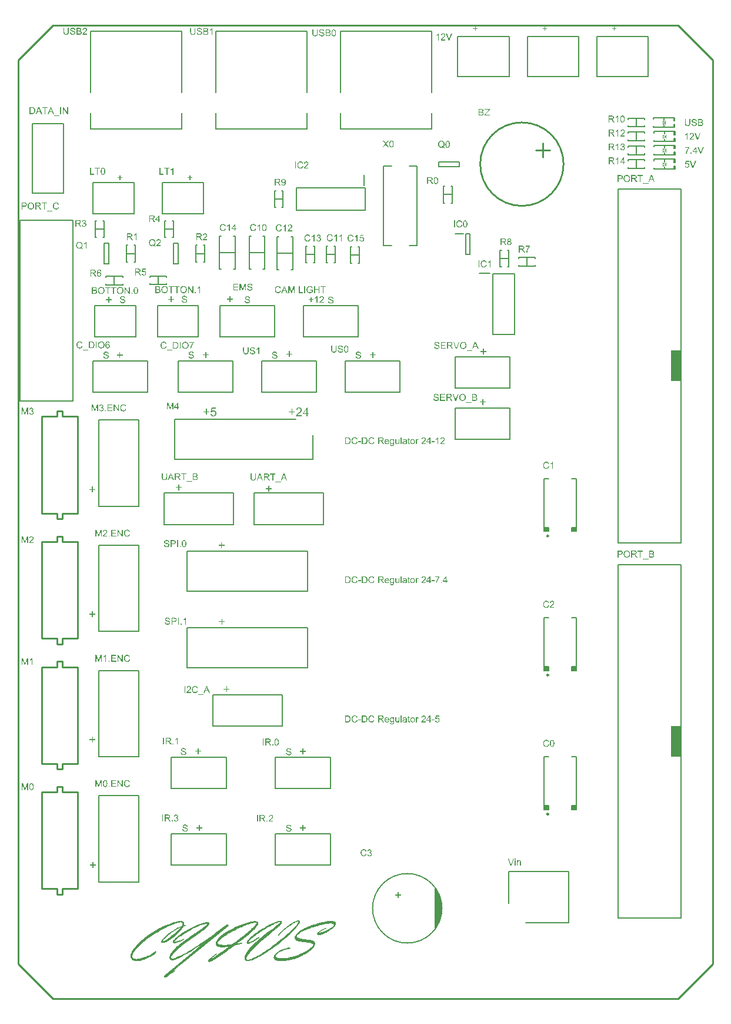
<source format=gto>
G04 Layer_Color=15065295*
%FSLAX44Y44*%
%MOMM*%
G71*
G01*
G75*
%ADD22C,0.2540*%
%ADD49C,0.2500*%
%ADD50C,0.2000*%
%ADD51C,0.2032*%
%ADD52C,0.1500*%
%ADD53C,0.1000*%
%ADD54C,0.1270*%
%ADD55R,0.6750X0.5500*%
%ADD56R,1.5000X4.5000*%
G36*
X380481Y393992D02*
X380597D01*
X380735Y393982D01*
X380893Y393971D01*
X381210Y393939D01*
X381538Y393887D01*
X381855Y393823D01*
X381992Y393781D01*
X382130Y393739D01*
X382140D01*
X382161Y393728D01*
X382193Y393707D01*
X382246Y393686D01*
X382373Y393622D01*
X382520Y393527D01*
X382700Y393400D01*
X382880Y393231D01*
X383059Y393041D01*
X383218Y392809D01*
Y392798D01*
X383239Y392777D01*
X383260Y392745D01*
X383281Y392693D01*
X383313Y392629D01*
X383345Y392555D01*
X383387Y392471D01*
X383429Y392376D01*
X383503Y392154D01*
X383567Y391911D01*
X383609Y391636D01*
X383630Y391340D01*
Y391329D01*
Y391298D01*
Y391234D01*
X383619Y391171D01*
X383609Y391076D01*
X383598Y390970D01*
X383577Y390854D01*
X383545Y390727D01*
X383461Y390452D01*
X383408Y390305D01*
X383345Y390157D01*
X383271Y390009D01*
X383176Y389861D01*
X383070Y389723D01*
X382954Y389586D01*
X382943Y389576D01*
X382922Y389554D01*
X382880Y389523D01*
X382827Y389470D01*
X382753Y389417D01*
X382668Y389354D01*
X382563Y389280D01*
X382436Y389206D01*
X382299Y389132D01*
X382151Y389058D01*
X381982Y388984D01*
X381791Y388910D01*
X381591Y388846D01*
X381369Y388783D01*
X381126Y388730D01*
X380872Y388688D01*
X380883D01*
X380893Y388677D01*
X380957Y388646D01*
X381052Y388593D01*
X381168Y388529D01*
X381295Y388455D01*
X381422Y388382D01*
X381548Y388286D01*
X381654Y388202D01*
X381665Y388191D01*
X381675Y388181D01*
X381707Y388149D01*
X381749Y388107D01*
X381802Y388054D01*
X381865Y387990D01*
X382003Y387843D01*
X382161Y387652D01*
X382341Y387430D01*
X382531Y387177D01*
X382721Y386902D01*
X384412Y384250D01*
X382795D01*
X381506Y386279D01*
X381496Y386289D01*
X381485Y386321D01*
X381453Y386363D01*
X381411Y386427D01*
X381369Y386501D01*
X381305Y386585D01*
X381179Y386775D01*
X381031Y386997D01*
X380883Y387219D01*
X380724Y387430D01*
X380576Y387621D01*
Y387631D01*
X380555Y387642D01*
X380513Y387695D01*
X380449Y387779D01*
X380354Y387874D01*
X380259Y387980D01*
X380143Y388086D01*
X380027Y388191D01*
X379921Y388265D01*
X379911Y388276D01*
X379868Y388297D01*
X379815Y388329D01*
X379742Y388371D01*
X379646Y388413D01*
X379551Y388455D01*
X379446Y388498D01*
X379329Y388529D01*
X379319D01*
X379287Y388540D01*
X379234Y388550D01*
X379160Y388561D01*
X379055D01*
X378928Y388572D01*
X378780Y388582D01*
X377121D01*
Y384250D01*
X375832D01*
Y394003D01*
X380365D01*
X380481Y393992D01*
D02*
G37*
G36*
X373539Y384250D02*
X372250D01*
Y394003D01*
X373539D01*
Y384250D01*
D02*
G37*
G36*
X392326Y394024D02*
X392400Y394013D01*
X392590Y393992D01*
X392802Y393960D01*
X393034Y393897D01*
X393267Y393823D01*
X393499Y393717D01*
X393510D01*
X393531Y393707D01*
X393562Y393686D01*
X393605Y393654D01*
X393710Y393591D01*
X393848Y393485D01*
X394006Y393358D01*
X394165Y393200D01*
X394334Y393010D01*
X394482Y392798D01*
Y392788D01*
X394503Y392766D01*
X394513Y392735D01*
X394545Y392693D01*
X394577Y392640D01*
X394619Y392566D01*
X394651Y392481D01*
X394704Y392397D01*
X394799Y392185D01*
X394894Y391942D01*
X395000Y391657D01*
X395084Y391351D01*
Y391340D01*
X395095Y391308D01*
X395105Y391266D01*
X395116Y391192D01*
X395137Y391108D01*
X395158Y391002D01*
X395179Y390886D01*
X395200Y390748D01*
X395211Y390590D01*
X395232Y390421D01*
X395253Y390231D01*
X395274Y390030D01*
X395285Y389808D01*
X395295Y389576D01*
X395306Y389322D01*
Y389058D01*
Y389037D01*
Y388984D01*
Y388889D01*
Y388772D01*
X395295Y388624D01*
X395285Y388466D01*
X395274Y388276D01*
X395264Y388075D01*
X395243Y387853D01*
X395221Y387631D01*
X395158Y387166D01*
X395063Y386712D01*
X395010Y386490D01*
X394947Y386289D01*
Y386279D01*
X394925Y386247D01*
X394915Y386184D01*
X394883Y386120D01*
X394841Y386025D01*
X394799Y385930D01*
X394746Y385814D01*
X394683Y385687D01*
X394534Y385423D01*
X394355Y385159D01*
X394144Y384895D01*
X394017Y384778D01*
X393890Y384662D01*
X393879Y384651D01*
X393858Y384641D01*
X393816Y384609D01*
X393763Y384578D01*
X393700Y384535D01*
X393615Y384482D01*
X393520Y384430D01*
X393404Y384377D01*
X393288Y384324D01*
X393150Y384271D01*
X393013Y384229D01*
X392854Y384176D01*
X392685Y384144D01*
X392506Y384113D01*
X392326Y384102D01*
X392125Y384091D01*
X392062D01*
X391988Y384102D01*
X391893Y384113D01*
X391777Y384123D01*
X391639Y384144D01*
X391491Y384176D01*
X391322Y384218D01*
X391153Y384271D01*
X390974Y384334D01*
X390784Y384419D01*
X390604Y384514D01*
X390424Y384630D01*
X390245Y384768D01*
X390075Y384916D01*
X389917Y385095D01*
X389907Y385106D01*
X389875Y385148D01*
X389832Y385222D01*
X389769Y385328D01*
X389695Y385465D01*
X389611Y385624D01*
X389526Y385824D01*
X389441Y386046D01*
X389346Y386311D01*
X389262Y386596D01*
X389177Y386923D01*
X389103Y387283D01*
X389040Y387673D01*
X388998Y388096D01*
X388966Y388561D01*
X388955Y389058D01*
Y389079D01*
Y389132D01*
Y389227D01*
X388966Y389343D01*
Y389491D01*
X388977Y389660D01*
X388987Y389850D01*
X388998Y390051D01*
X389019Y390273D01*
X389040Y390495D01*
X389103Y390960D01*
X389188Y391414D01*
X389241Y391636D01*
X389304Y391837D01*
Y391847D01*
X389325Y391879D01*
X389346Y391942D01*
X389368Y392016D01*
X389410Y392101D01*
X389452Y392206D01*
X389505Y392312D01*
X389568Y392439D01*
X389716Y392703D01*
X389907Y392967D01*
X390118Y393231D01*
X390234Y393348D01*
X390361Y393464D01*
X390371Y393475D01*
X390392Y393485D01*
X390435Y393517D01*
X390488Y393548D01*
X390551Y393601D01*
X390635Y393643D01*
X390731Y393696D01*
X390847Y393749D01*
X390963Y393802D01*
X391101Y393855D01*
X391248Y393908D01*
X391396Y393950D01*
X391565Y393982D01*
X391745Y394013D01*
X391935Y394024D01*
X392125Y394035D01*
X392252D01*
X392326Y394024D01*
D02*
G37*
G36*
X472413Y131819D02*
X473038Y131749D01*
X473663Y131610D01*
X474982Y131263D01*
X475607Y130985D01*
X476232Y130708D01*
X476788Y130291D01*
X477205Y129805D01*
X477552Y129249D01*
X477691Y128555D01*
Y127860D01*
X477482Y126958D01*
Y126888D01*
X477413Y126749D01*
X477274Y126541D01*
X477135Y126194D01*
X476857Y125777D01*
X476580Y125291D01*
X476163Y124735D01*
X475607Y124110D01*
X474982Y123416D01*
X474219Y122652D01*
X473385Y121819D01*
X472344Y120986D01*
X471163Y120013D01*
X469844Y119041D01*
X468385Y117999D01*
X466719Y116958D01*
X466649Y116888D01*
X466302Y116749D01*
X465885Y116472D01*
X465260Y116124D01*
X464497Y115708D01*
X463663Y115222D01*
X462691Y114736D01*
X461649Y114249D01*
X459497Y113208D01*
X457274Y112305D01*
X456163Y111958D01*
X455122Y111680D01*
X454150Y111541D01*
X453247Y111472D01*
X453108D01*
X452691Y111541D01*
X452136Y111611D01*
X451580Y111750D01*
X450955Y112097D01*
X450538Y112513D01*
X450400Y112791D01*
X450330Y113069D01*
X450400Y113486D01*
X450469Y113902D01*
X450538Y113972D01*
X450677Y114319D01*
X450955Y114736D01*
X451441Y115361D01*
X451788Y115708D01*
X452205Y116055D01*
X452691Y116472D01*
X453247Y116888D01*
X453872Y117374D01*
X454566Y117791D01*
X455399Y118347D01*
X456302Y118833D01*
X456372D01*
X456511Y118972D01*
X456788Y119111D01*
X457066Y119249D01*
X457483Y119458D01*
X457969Y119666D01*
X459011Y120222D01*
X460191Y120708D01*
X461372Y121124D01*
X462413Y121402D01*
X463386Y121541D01*
X463524D01*
X463733Y121472D01*
X463941Y121333D01*
X464011Y121194D01*
X463941Y121055D01*
X459080Y118763D01*
X459011D01*
X458872Y118694D01*
X458594Y118555D01*
X458316Y118416D01*
X457483Y117999D01*
X456580Y117513D01*
X455608Y116958D01*
X454705Y116472D01*
X454288Y116194D01*
X454011Y115916D01*
X453733Y115708D01*
X453594Y115499D01*
Y115430D01*
X453733Y115361D01*
X453941Y115291D01*
X454219Y115222D01*
X454566D01*
X454775Y115291D01*
X455122Y115361D01*
X455538Y115430D01*
X456094Y115569D01*
X456649Y115708D01*
X457344Y115916D01*
X458177Y116124D01*
X459011Y116472D01*
X460052Y116819D01*
X461094Y117305D01*
X462344Y117791D01*
X463594Y118347D01*
X465052Y119041D01*
X465121Y119111D01*
X465399Y119249D01*
X465816Y119458D01*
X466371Y119736D01*
X467066Y120083D01*
X467760Y120499D01*
X469427Y121402D01*
X471094Y122513D01*
X471858Y123069D01*
X472552Y123624D01*
X473246Y124249D01*
X473733Y124805D01*
X474149Y125360D01*
X474427Y125847D01*
Y125916D01*
Y126194D01*
X474357Y126610D01*
X474080Y127027D01*
X473871Y127235D01*
X473594Y127444D01*
X473177Y127652D01*
X472691Y127860D01*
X472135Y127999D01*
X471371Y128138D01*
X470538Y128208D01*
X468871D01*
X468385Y128138D01*
X467691Y128069D01*
X466858Y127999D01*
X465885Y127930D01*
X464705Y127722D01*
X463455Y127513D01*
X461997Y127305D01*
X460399Y126958D01*
X458663Y126610D01*
X456719Y126194D01*
X454705Y125708D01*
X452483Y125152D01*
X450122Y124458D01*
X450052D01*
X449705Y124319D01*
X449288Y124180D01*
X448663Y124041D01*
X447900Y123763D01*
X446997Y123555D01*
X446025Y123208D01*
X444913Y122860D01*
X443733Y122513D01*
X442483Y122097D01*
X439844Y121194D01*
X437136Y120222D01*
X434497Y119180D01*
X434358Y119111D01*
X434011Y118972D01*
X433386Y118694D01*
X432622Y118347D01*
X431719Y117930D01*
X430677Y117444D01*
X429497Y116888D01*
X428386Y116263D01*
X426025Y114944D01*
X424914Y114180D01*
X423872Y113416D01*
X422969Y112652D01*
X422205Y111958D01*
X421580Y111194D01*
X421233Y110430D01*
Y110291D01*
X421164Y110014D01*
X421303Y109597D01*
X421372Y109319D01*
X421580Y109041D01*
X421789Y108764D01*
X422136Y108416D01*
X422553Y108139D01*
X423108Y107791D01*
X423733Y107514D01*
X424497Y107236D01*
X425469Y106958D01*
X426511Y106750D01*
X438802Y105014D01*
X438872D01*
X439150Y104944D01*
X439497Y104875D01*
X439913Y104805D01*
X440538Y104666D01*
X441163Y104527D01*
X442552Y104180D01*
X443941Y103694D01*
X445261Y103139D01*
X445816Y102791D01*
X446302Y102444D01*
X446719Y102097D01*
X446927Y101680D01*
X446997Y101541D01*
X447066Y101264D01*
X447205Y100778D01*
X447344Y100153D01*
X447413Y99458D01*
Y98625D01*
X447275Y97722D01*
X447066Y96819D01*
Y96750D01*
X446997Y96611D01*
X446858Y96403D01*
X446719Y96055D01*
X446441Y95639D01*
X446163Y95153D01*
X445747Y94528D01*
X445330Y93903D01*
X444705Y93208D01*
X444011Y92444D01*
X443247Y91611D01*
X442344Y90708D01*
X441302Y89736D01*
X440122Y88764D01*
X438733Y87722D01*
X437275Y86680D01*
X437205Y86611D01*
X436858Y86403D01*
X436372Y86125D01*
X435747Y85708D01*
X434914Y85153D01*
X433941Y84597D01*
X432830Y83903D01*
X431580Y83208D01*
X430191Y82444D01*
X428733Y81680D01*
X427136Y80917D01*
X425400Y80083D01*
X423664Y79319D01*
X421789Y78555D01*
X417900Y77167D01*
X417761D01*
X417483Y77028D01*
X416928Y76889D01*
X416164Y76680D01*
X415261Y76472D01*
X414219Y76194D01*
X413039Y75917D01*
X411719Y75639D01*
X410261Y75292D01*
X408733Y75014D01*
X407136Y74736D01*
X405470Y74528D01*
X401997Y74181D01*
X400192Y74111D01*
X398456Y74042D01*
X397900D01*
X397275Y74111D01*
X396511Y74181D01*
X395539Y74250D01*
X394567Y74458D01*
X393456Y74667D01*
X392414Y75014D01*
X391303Y75431D01*
X390331Y75917D01*
X389497Y76542D01*
X388734Y77236D01*
X388247Y78139D01*
X387970Y79180D01*
X387900Y79736D01*
X387970Y80361D01*
X388039Y80986D01*
X388247Y81680D01*
Y81750D01*
X388317Y81889D01*
X388456Y82167D01*
X388664Y82444D01*
X388872Y82861D01*
X389220Y83347D01*
X389636Y83903D01*
X390122Y84458D01*
X390678Y85083D01*
X391442Y85778D01*
X392206Y86472D01*
X393178Y87167D01*
X394220Y87930D01*
X395470Y88625D01*
X396789Y89389D01*
X398317Y90083D01*
X398386Y90153D01*
X398664Y90222D01*
X399011Y90430D01*
X399567Y90639D01*
X400192Y90847D01*
X400956Y91194D01*
X401789Y91472D01*
X402692Y91819D01*
X404636Y92444D01*
X406789Y92930D01*
X408872Y93347D01*
X409914Y93417D01*
X410886Y93486D01*
X411164D01*
X411372Y93417D01*
X411650Y93347D01*
X411928Y93208D01*
X412136Y93069D01*
X412275Y92792D01*
X412206Y92444D01*
X412136Y92305D01*
X411997Y92236D01*
X411858Y92097D01*
X411581Y91889D01*
X411233Y91750D01*
X410747Y91611D01*
X410192Y91542D01*
X410122D01*
X409983Y91472D01*
X409706D01*
X409289Y91403D01*
X408872Y91264D01*
X408317Y91194D01*
X407692Y91055D01*
X406997Y90847D01*
X405400Y90500D01*
X403664Y90014D01*
X401720Y89389D01*
X399775Y88694D01*
X399706D01*
X399428Y88555D01*
X399081Y88417D01*
X398595Y88208D01*
X398039Y87930D01*
X397345Y87583D01*
X395886Y86819D01*
X394428Y85917D01*
X393039Y84805D01*
X392414Y84250D01*
X391859Y83625D01*
X391442Y83000D01*
X391164Y82375D01*
Y82305D01*
X391095Y82167D01*
Y81958D01*
Y81750D01*
X391164Y81403D01*
X391234Y81055D01*
X391372Y80639D01*
X391650Y80292D01*
X392067Y79875D01*
X392622Y79458D01*
X393247Y79111D01*
X394150Y78833D01*
X395192Y78555D01*
X396442Y78347D01*
X397900Y78208D01*
X399636Y78139D01*
X400470D01*
X401095Y78208D01*
X401858D01*
X402761Y78278D01*
X403803Y78417D01*
X404983Y78555D01*
X406303Y78694D01*
X407692Y78903D01*
X409220Y79180D01*
X410886Y79458D01*
X412553Y79875D01*
X414358Y80292D01*
X416164Y80778D01*
X418108Y81333D01*
X418247Y81403D01*
X418594Y81472D01*
X419150Y81680D01*
X419914Y81958D01*
X420816Y82236D01*
X421858Y82653D01*
X423039Y83139D01*
X424358Y83625D01*
X425747Y84250D01*
X427205Y84875D01*
X430330Y86264D01*
X433455Y87930D01*
X436441Y89736D01*
X436511Y89805D01*
X436789Y89944D01*
X437136Y90222D01*
X437622Y90569D01*
X438247Y90986D01*
X438872Y91472D01*
X440330Y92583D01*
X441788Y93764D01*
X442552Y94389D01*
X443177Y95014D01*
X443733Y95639D01*
X444219Y96194D01*
X444636Y96750D01*
X444844Y97236D01*
Y97375D01*
Y97653D01*
X444705Y98069D01*
X444566Y98347D01*
X444288Y98625D01*
X444011Y98903D01*
X443594Y99180D01*
X443038Y99458D01*
X442344Y99736D01*
X441511Y100014D01*
X440538Y100222D01*
X439427Y100430D01*
X438108Y100639D01*
X437969D01*
X437552Y100708D01*
X436927Y100778D01*
X436094Y100916D01*
X435122Y100986D01*
X434011Y101125D01*
X432830Y101264D01*
X431580Y101472D01*
X429080Y101750D01*
X427900Y101958D01*
X426858Y102097D01*
X425886Y102236D01*
X425053Y102305D01*
X424428Y102444D01*
X424011Y102514D01*
X423941D01*
X423733Y102583D01*
X423316Y102722D01*
X422900Y102930D01*
X422344Y103139D01*
X421789Y103416D01*
X420608Y104111D01*
X419428Y105083D01*
X418942Y105639D01*
X418594Y106264D01*
X418317Y106958D01*
X418178Y107652D01*
Y108486D01*
X418386Y109389D01*
Y109458D01*
X418525Y109666D01*
X418664Y110014D01*
X418872Y110430D01*
X419219Y110986D01*
X419636Y111680D01*
X420191Y112375D01*
X420886Y113208D01*
X421650Y114111D01*
X422622Y115013D01*
X423664Y115986D01*
X424983Y117027D01*
X426372Y118069D01*
X427969Y119111D01*
X429775Y120222D01*
X431789Y121263D01*
X431927Y121333D01*
X432205Y121472D01*
X432691Y121749D01*
X433455Y122027D01*
X434289Y122444D01*
X435400Y122930D01*
X436580Y123416D01*
X437969Y123972D01*
X439497Y124597D01*
X441163Y125222D01*
X443038Y125847D01*
X444913Y126541D01*
X446997Y127166D01*
X449150Y127791D01*
X451441Y128416D01*
X453802Y129041D01*
X453941D01*
X454288Y129180D01*
X454913Y129319D01*
X455677Y129458D01*
X456580Y129735D01*
X457691Y129944D01*
X458872Y130222D01*
X460191Y130499D01*
X461580Y130708D01*
X463038Y130985D01*
X465885Y131472D01*
X467344Y131610D01*
X468733Y131749D01*
X470052Y131888D01*
X471927D01*
X472413Y131819D01*
D02*
G37*
G36*
X557688Y1253975D02*
X557762Y1253964D01*
X557952Y1253943D01*
X558163Y1253912D01*
X558396Y1253848D01*
X558628Y1253774D01*
X558861Y1253669D01*
X558871D01*
X558893Y1253658D01*
X558924Y1253637D01*
X558966Y1253605D01*
X559072Y1253542D01*
X559210Y1253436D01*
X559368Y1253309D01*
X559526Y1253151D01*
X559696Y1252961D01*
X559843Y1252749D01*
Y1252739D01*
X559865Y1252718D01*
X559875Y1252686D01*
X559907Y1252644D01*
X559939Y1252591D01*
X559981Y1252517D01*
X560013Y1252432D01*
X560065Y1252348D01*
X560160Y1252136D01*
X560256Y1251893D01*
X560361Y1251608D01*
X560446Y1251302D01*
Y1251291D01*
X560456Y1251259D01*
X560467Y1251217D01*
X560477Y1251143D01*
X560499Y1251059D01*
X560520Y1250953D01*
X560541Y1250837D01*
X560562Y1250699D01*
X560573Y1250541D01*
X560594Y1250372D01*
X560615Y1250182D01*
X560636Y1249981D01*
X560647Y1249759D01*
X560657Y1249527D01*
X560668Y1249273D01*
Y1249009D01*
Y1248988D01*
Y1248935D01*
Y1248840D01*
Y1248724D01*
X560657Y1248576D01*
X560647Y1248417D01*
X560636Y1248227D01*
X560625Y1248026D01*
X560604Y1247804D01*
X560583Y1247582D01*
X560520Y1247117D01*
X560425Y1246663D01*
X560372Y1246441D01*
X560308Y1246240D01*
Y1246230D01*
X560287Y1246198D01*
X560277Y1246135D01*
X560245Y1246071D01*
X560203Y1245976D01*
X560160Y1245881D01*
X560108Y1245765D01*
X560044Y1245638D01*
X559896Y1245374D01*
X559717Y1245110D01*
X559505Y1244846D01*
X559379Y1244729D01*
X559252Y1244613D01*
X559241Y1244603D01*
X559220Y1244592D01*
X559178Y1244560D01*
X559125Y1244529D01*
X559062Y1244486D01*
X558977Y1244434D01*
X558882Y1244381D01*
X558766Y1244328D01*
X558649Y1244275D01*
X558512Y1244222D01*
X558375Y1244180D01*
X558216Y1244127D01*
X558047Y1244095D01*
X557868Y1244064D01*
X557688Y1244053D01*
X557487Y1244043D01*
X557424D01*
X557350Y1244053D01*
X557255Y1244064D01*
X557138Y1244074D01*
X557001Y1244095D01*
X556853Y1244127D01*
X556684Y1244169D01*
X556515Y1244222D01*
X556335Y1244286D01*
X556145Y1244370D01*
X555966Y1244465D01*
X555786Y1244581D01*
X555606Y1244719D01*
X555437Y1244867D01*
X555279Y1245046D01*
X555268Y1245057D01*
X555237Y1245099D01*
X555194Y1245173D01*
X555131Y1245279D01*
X555057Y1245416D01*
X554972Y1245575D01*
X554888Y1245775D01*
X554803Y1245997D01*
X554708Y1246262D01*
X554624Y1246547D01*
X554539Y1246874D01*
X554465Y1247234D01*
X554402Y1247625D01*
X554360Y1248047D01*
X554328Y1248512D01*
X554317Y1249009D01*
Y1249030D01*
Y1249083D01*
Y1249178D01*
X554328Y1249294D01*
Y1249442D01*
X554338Y1249611D01*
X554349Y1249801D01*
X554360Y1250002D01*
X554381Y1250224D01*
X554402Y1250446D01*
X554465Y1250911D01*
X554550Y1251365D01*
X554603Y1251587D01*
X554666Y1251788D01*
Y1251798D01*
X554687Y1251830D01*
X554708Y1251893D01*
X554729Y1251967D01*
X554772Y1252052D01*
X554814Y1252158D01*
X554867Y1252263D01*
X554930Y1252390D01*
X555078Y1252654D01*
X555268Y1252918D01*
X555480Y1253183D01*
X555596Y1253299D01*
X555723Y1253415D01*
X555733Y1253426D01*
X555754Y1253436D01*
X555797Y1253468D01*
X555849Y1253500D01*
X555913Y1253552D01*
X555997Y1253595D01*
X556092Y1253647D01*
X556209Y1253700D01*
X556325Y1253753D01*
X556462Y1253806D01*
X556610Y1253859D01*
X556758Y1253901D01*
X556927Y1253933D01*
X557107Y1253964D01*
X557297Y1253975D01*
X557487Y1253986D01*
X557614D01*
X557688Y1253975D01*
D02*
G37*
G36*
X387201Y384250D02*
X385838D01*
Y385613D01*
X387201D01*
Y384250D01*
D02*
G37*
G36*
X230039Y385500D02*
X228750D01*
Y395253D01*
X230039D01*
Y385500D01*
D02*
G37*
G36*
X549996Y1249315D02*
X553652Y1244201D01*
X552077D01*
X549605Y1247677D01*
X549594Y1247688D01*
X549573Y1247730D01*
X549531Y1247783D01*
X549478Y1247868D01*
X549414Y1247952D01*
X549351Y1248047D01*
X549203Y1248269D01*
Y1248259D01*
X549193Y1248248D01*
X549150Y1248185D01*
X549098Y1248100D01*
X549024Y1247994D01*
X548865Y1247773D01*
X548802Y1247667D01*
X548738Y1247582D01*
X546266Y1244201D01*
X544712D01*
X548485Y1249252D01*
X545156Y1253954D01*
X546688D01*
X548474Y1251450D01*
X548485Y1251439D01*
X548495Y1251418D01*
X548527Y1251376D01*
X548569Y1251323D01*
X548611Y1251259D01*
X548664Y1251185D01*
X548781Y1251016D01*
X548907Y1250816D01*
X549034Y1250625D01*
X549161Y1250425D01*
X549256Y1250256D01*
Y1250266D01*
X549267Y1250277D01*
X549288Y1250308D01*
X549319Y1250351D01*
X549383Y1250446D01*
X549478Y1250583D01*
X549594Y1250752D01*
X549721Y1250942D01*
X549879Y1251143D01*
X550038Y1251355D01*
X551982Y1253954D01*
X553387D01*
X549996Y1249315D01*
D02*
G37*
G36*
X384161Y284274D02*
X384277Y284263D01*
X384414Y284242D01*
X384573Y284221D01*
X384731Y284189D01*
X384911Y284147D01*
X385090Y284094D01*
X385281Y284031D01*
X385460Y283957D01*
X385651Y283862D01*
X385830Y283756D01*
X385999Y283640D01*
X386158Y283503D01*
X386168Y283492D01*
X386189Y283471D01*
X386232Y283418D01*
X386284Y283365D01*
X386348Y283291D01*
X386422Y283196D01*
X386496Y283090D01*
X386570Y282964D01*
X386644Y282837D01*
X386718Y282689D01*
X386792Y282530D01*
X386855Y282361D01*
X386908Y282171D01*
X386950Y281981D01*
X386971Y281780D01*
X386982Y281569D01*
Y281558D01*
Y281548D01*
Y281516D01*
Y281474D01*
X386971Y281358D01*
X386950Y281210D01*
X386918Y281030D01*
X386876Y280840D01*
X386823Y280629D01*
X386739Y280417D01*
Y280407D01*
X386728Y280396D01*
X386718Y280364D01*
X386697Y280322D01*
X386633Y280206D01*
X386549Y280058D01*
X386432Y279878D01*
X386295Y279678D01*
X386137Y279466D01*
X385936Y279234D01*
X385925Y279223D01*
X385915Y279202D01*
X385872Y279170D01*
X385830Y279118D01*
X385767Y279054D01*
X385693Y278980D01*
X385608Y278885D01*
X385503Y278790D01*
X385376Y278674D01*
X385238Y278547D01*
X385090Y278399D01*
X384921Y278251D01*
X384742Y278082D01*
X384541Y277913D01*
X384319Y277723D01*
X384087Y277522D01*
X384076Y277511D01*
X384044Y277480D01*
X383981Y277437D01*
X383918Y277374D01*
X383823Y277300D01*
X383727Y277216D01*
X383506Y277025D01*
X383273Y276825D01*
X383051Y276613D01*
X382946Y276518D01*
X382850Y276434D01*
X382766Y276349D01*
X382702Y276286D01*
X382692Y276275D01*
X382650Y276233D01*
X382597Y276169D01*
X382523Y276085D01*
X382438Y275990D01*
X382354Y275884D01*
X382185Y275652D01*
X386992D01*
Y274500D01*
X380536D01*
Y274521D01*
Y274574D01*
Y274659D01*
X380547Y274764D01*
X380558Y274891D01*
X380589Y275028D01*
X380621Y275176D01*
X380674Y275324D01*
Y275335D01*
X380684Y275356D01*
X380695Y275388D01*
X380716Y275440D01*
X380748Y275493D01*
X380779Y275567D01*
X380864Y275736D01*
X380970Y275937D01*
X381107Y276159D01*
X381265Y276391D01*
X381456Y276624D01*
X381466Y276634D01*
X381477Y276656D01*
X381508Y276687D01*
X381561Y276740D01*
X381614Y276793D01*
X381688Y276867D01*
X381762Y276951D01*
X381857Y277047D01*
X381963Y277152D01*
X382079Y277258D01*
X382206Y277385D01*
X382354Y277511D01*
X382502Y277649D01*
X382671Y277786D01*
X382840Y277934D01*
X383030Y278093D01*
X383051Y278103D01*
X383104Y278156D01*
X383178Y278219D01*
X383284Y278314D01*
X383410Y278420D01*
X383558Y278547D01*
X383727Y278684D01*
X383896Y278843D01*
X384256Y279170D01*
X384604Y279519D01*
X384774Y279688D01*
X384932Y279857D01*
X385069Y280016D01*
X385186Y280164D01*
X385196Y280174D01*
X385207Y280195D01*
X385238Y280238D01*
X385270Y280290D01*
X385323Y280364D01*
X385365Y280438D01*
X385471Y280629D01*
X385577Y280850D01*
X385672Y281093D01*
X385735Y281347D01*
X385746Y281474D01*
X385756Y281601D01*
Y281611D01*
Y281632D01*
Y281675D01*
X385746Y281717D01*
Y281780D01*
X385724Y281854D01*
X385693Y282013D01*
X385629Y282203D01*
X385534Y282404D01*
X385481Y282509D01*
X385407Y282604D01*
X385334Y282700D01*
X385238Y282795D01*
X385228Y282805D01*
X385217Y282816D01*
X385186Y282837D01*
X385143Y282869D01*
X385090Y282911D01*
X385027Y282953D01*
X384879Y283048D01*
X384678Y283133D01*
X384457Y283217D01*
X384192Y283270D01*
X384044Y283291D01*
X383812D01*
X383749Y283281D01*
X383675D01*
X383590Y283260D01*
X383400Y283228D01*
X383178Y283165D01*
X382946Y283069D01*
X382829Y283006D01*
X382713Y282943D01*
X382607Y282858D01*
X382502Y282763D01*
X382491Y282752D01*
X382481Y282742D01*
X382459Y282710D01*
X382417Y282668D01*
X382385Y282615D01*
X382343Y282552D01*
X382290Y282478D01*
X382248Y282393D01*
X382195Y282298D01*
X382153Y282192D01*
X382069Y281939D01*
X382005Y281664D01*
X381995Y281506D01*
X381984Y281336D01*
X380758Y281463D01*
Y281484D01*
X380769Y281527D01*
X380779Y281590D01*
X380790Y281685D01*
X380811Y281801D01*
X380843Y281939D01*
X380874Y282087D01*
X380927Y282245D01*
X380980Y282404D01*
X381044Y282583D01*
X381128Y282752D01*
X381213Y282921D01*
X381318Y283101D01*
X381435Y283260D01*
X381561Y283418D01*
X381709Y283555D01*
X381720Y283566D01*
X381752Y283587D01*
X381794Y283619D01*
X381857Y283672D01*
X381942Y283724D01*
X382047Y283788D01*
X382164Y283851D01*
X382301Y283925D01*
X382449Y283989D01*
X382618Y284052D01*
X382798Y284115D01*
X382998Y284168D01*
X383210Y284221D01*
X383432Y284253D01*
X383675Y284274D01*
X383928Y284284D01*
X384066D01*
X384161Y284274D01*
D02*
G37*
G36*
X249957Y385500D02*
X248763D01*
Y393118D01*
X248742Y393097D01*
X248689Y393044D01*
X248594Y392970D01*
X248456Y392865D01*
X248298Y392738D01*
X248097Y392601D01*
X247875Y392453D01*
X247622Y392294D01*
X247611D01*
X247590Y392273D01*
X247558Y392252D01*
X247505Y392231D01*
X247442Y392188D01*
X247368Y392157D01*
X247199Y392062D01*
X247009Y391967D01*
X246797Y391861D01*
X246576Y391766D01*
X246364Y391681D01*
Y392833D01*
X246375Y392844D01*
X246406Y392854D01*
X246459Y392886D01*
X246533Y392918D01*
X246618Y392960D01*
X246723Y393023D01*
X246840Y393087D01*
X246956Y393150D01*
X247231Y393319D01*
X247526Y393520D01*
X247833Y393731D01*
X248118Y393974D01*
X248129Y393985D01*
X248150Y394006D01*
X248192Y394038D01*
X248245Y394090D01*
X248298Y394154D01*
X248372Y394217D01*
X248530Y394397D01*
X248710Y394587D01*
X248890Y394809D01*
X249048Y395042D01*
X249185Y395285D01*
X249957D01*
Y385500D01*
D02*
G37*
G36*
X243701D02*
X242338D01*
Y386863D01*
X243701D01*
Y385500D01*
D02*
G37*
G36*
X236981Y395242D02*
X237097D01*
X237235Y395232D01*
X237393Y395221D01*
X237710Y395189D01*
X238038Y395136D01*
X238355Y395073D01*
X238492Y395031D01*
X238630Y394989D01*
X238640D01*
X238661Y394978D01*
X238693Y394957D01*
X238746Y394936D01*
X238873Y394872D01*
X239021Y394777D01*
X239200Y394650D01*
X239380Y394481D01*
X239559Y394291D01*
X239718Y394059D01*
Y394048D01*
X239739Y394027D01*
X239760Y393995D01*
X239781Y393942D01*
X239813Y393879D01*
X239845Y393805D01*
X239887Y393721D01*
X239929Y393626D01*
X240003Y393404D01*
X240067Y393161D01*
X240109Y392886D01*
X240130Y392590D01*
Y392579D01*
Y392548D01*
Y392484D01*
X240119Y392421D01*
X240109Y392326D01*
X240098Y392220D01*
X240077Y392104D01*
X240046Y391977D01*
X239961Y391702D01*
X239908Y391554D01*
X239845Y391407D01*
X239771Y391259D01*
X239676Y391111D01*
X239570Y390973D01*
X239454Y390836D01*
X239443Y390826D01*
X239422Y390804D01*
X239380Y390773D01*
X239327Y390720D01*
X239253Y390667D01*
X239168Y390604D01*
X239063Y390530D01*
X238936Y390456D01*
X238799Y390382D01*
X238651Y390308D01*
X238482Y390234D01*
X238291Y390160D01*
X238091Y390096D01*
X237869Y390033D01*
X237626Y389980D01*
X237372Y389938D01*
X237383D01*
X237393Y389927D01*
X237457Y389896D01*
X237552Y389843D01*
X237668Y389779D01*
X237795Y389705D01*
X237922Y389632D01*
X238048Y389536D01*
X238154Y389452D01*
X238165Y389441D01*
X238175Y389431D01*
X238207Y389399D01*
X238249Y389357D01*
X238302Y389304D01*
X238365Y389240D01*
X238503Y389093D01*
X238661Y388902D01*
X238841Y388680D01*
X239031Y388427D01*
X239221Y388152D01*
X240912Y385500D01*
X239295D01*
X238006Y387529D01*
X237996Y387539D01*
X237985Y387571D01*
X237953Y387613D01*
X237911Y387677D01*
X237869Y387751D01*
X237805Y387835D01*
X237679Y388025D01*
X237531Y388247D01*
X237383Y388469D01*
X237224Y388680D01*
X237076Y388871D01*
Y388881D01*
X237055Y388892D01*
X237013Y388945D01*
X236950Y389029D01*
X236854Y389124D01*
X236759Y389230D01*
X236643Y389336D01*
X236527Y389441D01*
X236421Y389515D01*
X236411Y389526D01*
X236368Y389547D01*
X236316Y389579D01*
X236242Y389621D01*
X236147Y389663D01*
X236051Y389705D01*
X235946Y389748D01*
X235830Y389779D01*
X235819D01*
X235787Y389790D01*
X235734Y389800D01*
X235660Y389811D01*
X235555D01*
X235428Y389822D01*
X235280Y389832D01*
X233621D01*
Y385500D01*
X232332D01*
Y395253D01*
X236865D01*
X236981Y395242D01*
D02*
G37*
G36*
X266041Y469524D02*
X266157Y469513D01*
X266294Y469492D01*
X266453Y469471D01*
X266611Y469439D01*
X266791Y469397D01*
X266970Y469344D01*
X267161Y469281D01*
X267340Y469207D01*
X267530Y469112D01*
X267710Y469006D01*
X267879Y468890D01*
X268038Y468753D01*
X268048Y468742D01*
X268069Y468721D01*
X268112Y468668D01*
X268164Y468615D01*
X268228Y468541D01*
X268302Y468446D01*
X268376Y468340D01*
X268450Y468214D01*
X268524Y468087D01*
X268598Y467939D01*
X268672Y467780D01*
X268735Y467611D01*
X268788Y467421D01*
X268830Y467231D01*
X268851Y467030D01*
X268862Y466819D01*
Y466808D01*
Y466798D01*
Y466766D01*
Y466724D01*
X268851Y466608D01*
X268830Y466460D01*
X268798Y466280D01*
X268756Y466090D01*
X268703Y465878D01*
X268619Y465667D01*
Y465657D01*
X268608Y465646D01*
X268598Y465614D01*
X268577Y465572D01*
X268513Y465456D01*
X268429Y465308D01*
X268312Y465128D01*
X268175Y464927D01*
X268016Y464716D01*
X267816Y464484D01*
X267805Y464473D01*
X267795Y464452D01*
X267752Y464420D01*
X267710Y464367D01*
X267647Y464304D01*
X267573Y464230D01*
X267488Y464135D01*
X267383Y464040D01*
X267256Y463924D01*
X267118Y463797D01*
X266970Y463649D01*
X266801Y463501D01*
X266622Y463332D01*
X266421Y463163D01*
X266199Y462973D01*
X265967Y462772D01*
X265956Y462761D01*
X265924Y462730D01*
X265861Y462687D01*
X265798Y462624D01*
X265702Y462550D01*
X265607Y462466D01*
X265385Y462275D01*
X265153Y462075D01*
X264931Y461863D01*
X264825Y461768D01*
X264730Y461684D01*
X264646Y461599D01*
X264582Y461536D01*
X264572Y461525D01*
X264530Y461483D01*
X264477Y461419D01*
X264403Y461335D01*
X264318Y461240D01*
X264234Y461134D01*
X264065Y460902D01*
X268872D01*
Y459750D01*
X262416D01*
Y459771D01*
Y459824D01*
Y459908D01*
X262427Y460014D01*
X262437Y460141D01*
X262469Y460278D01*
X262501Y460426D01*
X262554Y460574D01*
Y460585D01*
X262564Y460606D01*
X262575Y460638D01*
X262596Y460690D01*
X262628Y460743D01*
X262659Y460817D01*
X262744Y460986D01*
X262850Y461187D01*
X262987Y461409D01*
X263145Y461641D01*
X263336Y461874D01*
X263346Y461884D01*
X263357Y461906D01*
X263388Y461937D01*
X263441Y461990D01*
X263494Y462043D01*
X263568Y462117D01*
X263642Y462201D01*
X263737Y462296D01*
X263843Y462402D01*
X263959Y462508D01*
X264086Y462635D01*
X264234Y462761D01*
X264382Y462899D01*
X264551Y463036D01*
X264720Y463184D01*
X264910Y463343D01*
X264931Y463353D01*
X264984Y463406D01*
X265058Y463469D01*
X265164Y463564D01*
X265290Y463670D01*
X265438Y463797D01*
X265607Y463934D01*
X265776Y464093D01*
X266136Y464420D01*
X266484Y464769D01*
X266653Y464938D01*
X266812Y465107D01*
X266949Y465266D01*
X267066Y465414D01*
X267076Y465424D01*
X267087Y465445D01*
X267118Y465488D01*
X267150Y465540D01*
X267203Y465614D01*
X267245Y465688D01*
X267351Y465878D01*
X267456Y466100D01*
X267552Y466343D01*
X267615Y466597D01*
X267626Y466724D01*
X267636Y466851D01*
Y466861D01*
Y466882D01*
Y466925D01*
X267626Y466967D01*
Y467030D01*
X267604Y467104D01*
X267573Y467263D01*
X267509Y467453D01*
X267414Y467654D01*
X267361Y467759D01*
X267287Y467854D01*
X267213Y467949D01*
X267118Y468045D01*
X267108Y468055D01*
X267097Y468066D01*
X267066Y468087D01*
X267023Y468119D01*
X266970Y468161D01*
X266907Y468203D01*
X266759Y468298D01*
X266558Y468383D01*
X266336Y468467D01*
X266072Y468520D01*
X265924Y468541D01*
X265692D01*
X265629Y468531D01*
X265555D01*
X265470Y468510D01*
X265280Y468478D01*
X265058Y468414D01*
X264825Y468319D01*
X264709Y468256D01*
X264593Y468193D01*
X264487Y468108D01*
X264382Y468013D01*
X264371Y468002D01*
X264361Y467992D01*
X264339Y467960D01*
X264297Y467918D01*
X264265Y467865D01*
X264223Y467802D01*
X264170Y467728D01*
X264128Y467643D01*
X264075Y467548D01*
X264033Y467442D01*
X263948Y467189D01*
X263885Y466914D01*
X263874Y466755D01*
X263864Y466586D01*
X262638Y466713D01*
Y466734D01*
X262649Y466777D01*
X262659Y466840D01*
X262670Y466935D01*
X262691Y467051D01*
X262723Y467189D01*
X262754Y467337D01*
X262807Y467495D01*
X262860Y467654D01*
X262924Y467833D01*
X263008Y468002D01*
X263093Y468171D01*
X263198Y468351D01*
X263314Y468510D01*
X263441Y468668D01*
X263589Y468805D01*
X263600Y468816D01*
X263631Y468837D01*
X263674Y468869D01*
X263737Y468922D01*
X263822Y468974D01*
X263927Y469038D01*
X264044Y469101D01*
X264181Y469175D01*
X264329Y469239D01*
X264498Y469302D01*
X264678Y469365D01*
X264878Y469418D01*
X265090Y469471D01*
X265312Y469503D01*
X265555Y469524D01*
X265808Y469534D01*
X265945D01*
X266041Y469524D01*
D02*
G37*
G36*
X260789Y459750D02*
X259500D01*
Y469503D01*
X260789D01*
Y459750D01*
D02*
G37*
G36*
X287152Y457045D02*
X279217D01*
Y457911D01*
X287152D01*
Y457045D01*
D02*
G37*
G36*
X275107Y469661D02*
X275233Y469651D01*
X275381Y469630D01*
X275540Y469608D01*
X275719Y469577D01*
X275910Y469534D01*
X276110Y469492D01*
X276311Y469429D01*
X276523Y469355D01*
X276734Y469270D01*
X276935Y469165D01*
X277135Y469059D01*
X277325Y468922D01*
X277336Y468911D01*
X277368Y468890D01*
X277421Y468848D01*
X277484Y468784D01*
X277568Y468710D01*
X277664Y468615D01*
X277759Y468510D01*
X277875Y468383D01*
X277991Y468245D01*
X278107Y468087D01*
X278224Y467918D01*
X278329Y467728D01*
X278445Y467527D01*
X278541Y467305D01*
X278636Y467072D01*
X278720Y466829D01*
X277452Y466534D01*
Y466544D01*
X277431Y466576D01*
X277421Y466639D01*
X277389Y466713D01*
X277357Y466798D01*
X277304Y466893D01*
X277199Y467125D01*
X277061Y467379D01*
X276882Y467643D01*
X276691Y467886D01*
X276575Y467992D01*
X276459Y468087D01*
X276448Y468097D01*
X276427Y468108D01*
X276396Y468129D01*
X276343Y468161D01*
X276279Y468203D01*
X276206Y468245D01*
X276121Y468288D01*
X276015Y468330D01*
X275899Y468372D01*
X275783Y468414D01*
X275508Y468499D01*
X275191Y468552D01*
X275022Y468573D01*
X274737D01*
X274652Y468562D01*
X274557Y468552D01*
X274441Y468541D01*
X274314Y468531D01*
X274187Y468510D01*
X273881Y468436D01*
X273564Y468340D01*
X273405Y468277D01*
X273247Y468203D01*
X273099Y468119D01*
X272951Y468023D01*
X272940Y468013D01*
X272919Y468002D01*
X272877Y467971D01*
X272824Y467928D01*
X272771Y467876D01*
X272697Y467802D01*
X272624Y467728D01*
X272539Y467643D01*
X272454Y467537D01*
X272359Y467432D01*
X272190Y467189D01*
X272032Y466903D01*
X271894Y466576D01*
Y466565D01*
X271884Y466534D01*
X271863Y466481D01*
X271852Y466417D01*
X271831Y466333D01*
X271799Y466238D01*
X271778Y466121D01*
X271746Y466005D01*
X271715Y465868D01*
X271694Y465720D01*
X271641Y465403D01*
X271609Y465065D01*
X271598Y464706D01*
Y464695D01*
Y464653D01*
Y464589D01*
X271609Y464494D01*
Y464389D01*
X271620Y464262D01*
X271630Y464124D01*
X271641Y463966D01*
X271662Y463797D01*
X271683Y463628D01*
X271746Y463258D01*
X271842Y462888D01*
X271958Y462529D01*
Y462518D01*
X271979Y462487D01*
X272000Y462444D01*
X272021Y462381D01*
X272063Y462296D01*
X272116Y462212D01*
X272232Y462011D01*
X272391Y461779D01*
X272581Y461557D01*
X272814Y461335D01*
X272940Y461240D01*
X273078Y461145D01*
X273088D01*
X273109Y461124D01*
X273152Y461102D01*
X273215Y461071D01*
X273289Y461039D01*
X273374Y460997D01*
X273469Y460965D01*
X273574Y460923D01*
X273818Y460838D01*
X274103Y460764D01*
X274409Y460712D01*
X274568Y460701D01*
X274737Y460690D01*
X274842D01*
X274916Y460701D01*
X275012Y460712D01*
X275117Y460722D01*
X275244Y460743D01*
X275371Y460764D01*
X275667Y460838D01*
X275814Y460891D01*
X275973Y460955D01*
X276131Y461029D01*
X276279Y461113D01*
X276427Y461208D01*
X276575Y461314D01*
X276586Y461324D01*
X276607Y461345D01*
X276649Y461377D01*
X276702Y461430D01*
X276755Y461493D01*
X276829Y461578D01*
X276903Y461673D01*
X276987Y461779D01*
X277072Y461906D01*
X277156Y462043D01*
X277241Y462191D01*
X277325Y462360D01*
X277400Y462539D01*
X277473Y462740D01*
X277547Y462952D01*
X277600Y463173D01*
X278889Y462846D01*
Y462825D01*
X278868Y462772D01*
X278847Y462698D01*
X278805Y462582D01*
X278762Y462455D01*
X278699Y462296D01*
X278636Y462127D01*
X278551Y461948D01*
X278456Y461747D01*
X278350Y461557D01*
X278234Y461345D01*
X278097Y461145D01*
X277949Y460955D01*
X277790Y460764D01*
X277611Y460585D01*
X277421Y460416D01*
X277410Y460405D01*
X277368Y460384D01*
X277315Y460342D01*
X277230Y460289D01*
X277135Y460225D01*
X277008Y460151D01*
X276871Y460078D01*
X276702Y460004D01*
X276523Y459930D01*
X276332Y459856D01*
X276121Y459782D01*
X275889Y459718D01*
X275645Y459665D01*
X275392Y459623D01*
X275128Y459602D01*
X274842Y459591D01*
X274694D01*
X274578Y459602D01*
X274451Y459613D01*
X274293Y459623D01*
X274124Y459644D01*
X273934Y459676D01*
X273733Y459708D01*
X273522Y459750D01*
X273310Y459803D01*
X273099Y459856D01*
X272877Y459930D01*
X272666Y460014D01*
X272465Y460109D01*
X272275Y460225D01*
X272264Y460236D01*
X272232Y460257D01*
X272180Y460289D01*
X272116Y460342D01*
X272032Y460416D01*
X271937Y460490D01*
X271831Y460585D01*
X271715Y460701D01*
X271598Y460828D01*
X271472Y460965D01*
X271355Y461113D01*
X271229Y461282D01*
X271102Y461462D01*
X270986Y461652D01*
X270880Y461863D01*
X270774Y462085D01*
X270764Y462096D01*
X270753Y462138D01*
X270732Y462212D01*
X270700Y462296D01*
X270658Y462413D01*
X270616Y462539D01*
X270574Y462698D01*
X270521Y462867D01*
X270478Y463057D01*
X270426Y463258D01*
X270383Y463469D01*
X270352Y463702D01*
X270288Y464188D01*
X270278Y464441D01*
X270267Y464695D01*
Y464716D01*
Y464758D01*
Y464843D01*
X270278Y464949D01*
X270288Y465086D01*
X270299Y465244D01*
X270320Y465414D01*
X270341Y465604D01*
X270373Y465805D01*
X270404Y466016D01*
X270510Y466470D01*
X270584Y466692D01*
X270658Y466914D01*
X270743Y467146D01*
X270848Y467358D01*
X270859Y467368D01*
X270880Y467411D01*
X270912Y467463D01*
X270954Y467548D01*
X271017Y467643D01*
X271091Y467749D01*
X271176Y467865D01*
X271271Y468002D01*
X271387Y468129D01*
X271503Y468277D01*
X271641Y468414D01*
X271789Y468562D01*
X271947Y468700D01*
X272116Y468837D01*
X272306Y468964D01*
X272497Y469080D01*
X272507Y469091D01*
X272549Y469101D01*
X272602Y469133D01*
X272687Y469175D01*
X272782Y469217D01*
X272909Y469270D01*
X273046Y469323D01*
X273194Y469376D01*
X273363Y469429D01*
X273553Y469482D01*
X273743Y469534D01*
X273955Y469577D01*
X274388Y469651D01*
X274620Y469661D01*
X274863Y469672D01*
X275001D01*
X275107Y469661D01*
D02*
G37*
G36*
X254777Y131819D02*
X255124D01*
X256096Y131541D01*
X256652Y131402D01*
X257207Y131124D01*
X257694Y130777D01*
X258180Y130360D01*
X258596Y129874D01*
X258874Y129249D01*
X259082Y128555D01*
X259221Y127722D01*
X259152Y126819D01*
X258874Y125708D01*
X258944D01*
X259082Y125777D01*
X259360Y125847D01*
X259707Y125985D01*
X260402Y126124D01*
X260680Y126194D01*
X261096D01*
X261305Y126124D01*
X261513Y125847D01*
Y125708D01*
X261444Y125430D01*
X261374Y125291D01*
X261166Y125152D01*
X260957Y124944D01*
X260541Y124735D01*
X259916Y124458D01*
X259152Y124180D01*
X258110Y123833D01*
X258041Y123763D01*
X257971Y123555D01*
X257694Y123208D01*
X257416Y122722D01*
X256999Y122166D01*
X256513Y121472D01*
X255888Y120638D01*
X255124Y119736D01*
X254291Y118694D01*
X253319Y117583D01*
X252208Y116402D01*
X250958Y115083D01*
X249569Y113763D01*
X248110Y112305D01*
X246444Y110777D01*
X244638Y109250D01*
X244499Y109180D01*
X244152Y108833D01*
X243596Y108416D01*
X242902Y107861D01*
X241999Y107166D01*
X240958Y106402D01*
X239777Y105569D01*
X238596Y104736D01*
X235958Y103000D01*
X234638Y102236D01*
X233249Y101611D01*
X231930Y100986D01*
X230680Y100569D01*
X229569Y100291D01*
X228458Y100153D01*
X228319D01*
X227972Y100222D01*
X227486Y100291D01*
X226930Y100569D01*
X226513Y100916D01*
X226166Y101472D01*
X226027Y101819D01*
Y102236D01*
X226097Y102652D01*
X226236Y103208D01*
Y103277D01*
X226305Y103416D01*
X226444Y103694D01*
X226652Y104041D01*
X226930Y104527D01*
X227347Y105083D01*
X227833Y105708D01*
X228458Y106472D01*
X229152Y107305D01*
X230055Y108208D01*
X231097Y109250D01*
X232277Y110361D01*
X233666Y111472D01*
X235194Y112791D01*
X236999Y114111D01*
X238944Y115499D01*
X239083Y115569D01*
X239360Y115777D01*
X239916Y116124D01*
X240610Y116611D01*
X241444Y117166D01*
X242416Y117791D01*
X243527Y118486D01*
X244708Y119180D01*
X245958Y119944D01*
X247277Y120708D01*
X249985Y122235D01*
X251374Y122930D01*
X252694Y123555D01*
X253944Y124110D01*
X255194Y124597D01*
X255263Y124666D01*
X255332Y124805D01*
X255471Y125013D01*
X255610Y125291D01*
X255957Y125916D01*
X256305Y126680D01*
Y126749D01*
X256374Y126819D01*
X256444Y127166D01*
Y127652D01*
X256374Y128277D01*
X256166Y128833D01*
X256027Y129110D01*
X255749Y129319D01*
X255402Y129527D01*
X255055Y129666D01*
X254499Y129805D01*
X253596D01*
X253180Y129735D01*
X252555Y129666D01*
X251791Y129527D01*
X250819Y129388D01*
X249638Y129110D01*
X248319Y128763D01*
X246791Y128277D01*
X245055Y127722D01*
X243180Y127027D01*
X241096Y126263D01*
X238805Y125291D01*
X236374Y124110D01*
X233666Y122860D01*
X230819Y121333D01*
X230749D01*
X230611Y121263D01*
X230402Y121124D01*
X230124Y120986D01*
X229777Y120777D01*
X229291Y120499D01*
X228805Y120222D01*
X228180Y119874D01*
X226861Y119111D01*
X225194Y118138D01*
X223388Y117097D01*
X221374Y115916D01*
X219152Y114527D01*
X216861Y113138D01*
X214430Y111541D01*
X211861Y109944D01*
X209222Y108139D01*
X206583Y106333D01*
X203944Y104458D01*
X201236Y102514D01*
X201166D01*
X201097Y102375D01*
X200889Y102236D01*
X200611Y102028D01*
X199986Y101403D01*
X199083Y100569D01*
X197972Y99597D01*
X196722Y98486D01*
X195403Y97166D01*
X194014Y95778D01*
X192625Y94319D01*
X191236Y92722D01*
X189847Y91125D01*
X188528Y89528D01*
X187347Y87930D01*
X186375Y86333D01*
X185542Y84736D01*
X184917Y83278D01*
Y83208D01*
X184847Y83000D01*
X184778Y82722D01*
X184708Y82305D01*
X184639Y81889D01*
Y81333D01*
X184708Y80778D01*
X184778Y80222D01*
X184986Y79667D01*
X185264Y79111D01*
X185681Y78555D01*
X186236Y78139D01*
X186931Y77722D01*
X187833Y77444D01*
X188875Y77236D01*
X190125Y77167D01*
X190680D01*
X191097Y77236D01*
X191583D01*
X192208Y77305D01*
X192903Y77375D01*
X193736Y77514D01*
X194569Y77653D01*
X195541Y77861D01*
X196583Y78069D01*
X197694Y78347D01*
X200055Y79042D01*
X202694Y80014D01*
X202764D01*
X202903Y80083D01*
X203180Y80222D01*
X203597Y80361D01*
X204083Y80569D01*
X204639Y80847D01*
X205264Y81125D01*
X205958Y81472D01*
X207555Y82236D01*
X209430Y83139D01*
X211444Y84180D01*
X213597Y85361D01*
X218388Y88278D01*
X218458D01*
X218666Y88139D01*
X218736Y88000D01*
Y87792D01*
Y87514D01*
X218597Y87097D01*
X218527Y86958D01*
X218319Y86611D01*
X217902Y85986D01*
X217625Y85569D01*
X217208Y85153D01*
X216791Y84736D01*
X216236Y84180D01*
X215541Y83625D01*
X214847Y83069D01*
X213944Y82444D01*
X212972Y81819D01*
X211861Y81125D01*
X210611Y80430D01*
X210541D01*
X210402Y80292D01*
X210125Y80222D01*
X209847Y80014D01*
X209361Y79805D01*
X208875Y79528D01*
X208319Y79250D01*
X207625Y78972D01*
X206166Y78278D01*
X204430Y77514D01*
X202625Y76750D01*
X200611Y75986D01*
X200541D01*
X200403Y75917D01*
X200125Y75778D01*
X199708Y75708D01*
X199222Y75569D01*
X198666Y75361D01*
X198041Y75222D01*
X197416Y75014D01*
X195889Y74667D01*
X194222Y74320D01*
X192555Y74111D01*
X190889Y74042D01*
X190403D01*
X190055Y74111D01*
X189639D01*
X189153Y74181D01*
X188042Y74458D01*
X186792Y74806D01*
X185542Y75361D01*
X184361Y76125D01*
X183806Y76542D01*
X183319Y77097D01*
Y77167D01*
X183181Y77236D01*
X183111Y77444D01*
X182972Y77653D01*
X182625Y78347D01*
X182278Y79319D01*
X182000Y80500D01*
X181861Y81889D01*
X181931Y82653D01*
X182000Y83486D01*
X182208Y84389D01*
X182486Y85292D01*
X182556Y85430D01*
X182694Y85778D01*
X182903Y86333D01*
X183319Y87167D01*
X183875Y88139D01*
X184569Y89319D01*
X185403Y90708D01*
X186444Y92167D01*
X187694Y93833D01*
X189153Y95639D01*
X190819Y97583D01*
X192764Y99597D01*
X194986Y101750D01*
X196166Y102861D01*
X197416Y103972D01*
X198805Y105083D01*
X200194Y106264D01*
X201653Y107444D01*
X203250Y108625D01*
X203319D01*
X203389Y108764D01*
X203597Y108902D01*
X203875Y109111D01*
X204222Y109319D01*
X204639Y109597D01*
X205611Y110361D01*
X206861Y111194D01*
X208389Y112236D01*
X210055Y113347D01*
X211930Y114527D01*
X213944Y115777D01*
X216166Y117166D01*
X218458Y118486D01*
X220888Y119874D01*
X223388Y121263D01*
X225888Y122583D01*
X228527Y123833D01*
X231166Y125013D01*
X231236D01*
X231374Y125083D01*
X231583Y125152D01*
X231861Y125291D01*
X232208Y125499D01*
X232694Y125638D01*
X233736Y126124D01*
X235055Y126610D01*
X236583Y127166D01*
X238249Y127791D01*
X239985Y128485D01*
X241860Y129110D01*
X243735Y129735D01*
X245680Y130291D01*
X247555Y130847D01*
X249430Y131263D01*
X251166Y131610D01*
X252763Y131819D01*
X254152Y131888D01*
X254430D01*
X254777Y131819D01*
D02*
G37*
G36*
X296113Y459750D02*
X294644D01*
X293513Y462698D01*
X289414D01*
X288357Y459750D01*
X286994D01*
X290724Y469503D01*
X292118D01*
X296113Y459750D01*
D02*
G37*
G36*
X426774Y1223839D02*
X426901Y1223829D01*
X427049Y1223808D01*
X427208Y1223786D01*
X427387Y1223755D01*
X427578Y1223712D01*
X427778Y1223670D01*
X427979Y1223607D01*
X428190Y1223533D01*
X428402Y1223448D01*
X428602Y1223343D01*
X428803Y1223237D01*
X428993Y1223100D01*
X429004Y1223089D01*
X429036Y1223068D01*
X429089Y1223026D01*
X429152Y1222962D01*
X429236Y1222888D01*
X429332Y1222793D01*
X429427Y1222688D01*
X429543Y1222561D01*
X429659Y1222423D01*
X429775Y1222265D01*
X429892Y1222096D01*
X429997Y1221906D01*
X430113Y1221705D01*
X430209Y1221483D01*
X430304Y1221251D01*
X430388Y1221008D01*
X429120Y1220712D01*
Y1220722D01*
X429099Y1220754D01*
X429089Y1220817D01*
X429057Y1220891D01*
X429025Y1220976D01*
X428972Y1221071D01*
X428867Y1221303D01*
X428729Y1221557D01*
X428550Y1221821D01*
X428359Y1222064D01*
X428243Y1222170D01*
X428127Y1222265D01*
X428116Y1222275D01*
X428095Y1222286D01*
X428064Y1222307D01*
X428011Y1222339D01*
X427947Y1222381D01*
X427873Y1222423D01*
X427789Y1222466D01*
X427683Y1222508D01*
X427567Y1222550D01*
X427451Y1222592D01*
X427176Y1222677D01*
X426859Y1222730D01*
X426690Y1222751D01*
X426405D01*
X426320Y1222740D01*
X426225Y1222730D01*
X426109Y1222719D01*
X425982Y1222709D01*
X425855Y1222688D01*
X425549Y1222614D01*
X425232Y1222518D01*
X425073Y1222455D01*
X424915Y1222381D01*
X424767Y1222297D01*
X424619Y1222202D01*
X424608Y1222191D01*
X424587Y1222180D01*
X424545Y1222149D01*
X424492Y1222106D01*
X424439Y1222054D01*
X424365Y1221980D01*
X424291Y1221906D01*
X424207Y1221821D01*
X424122Y1221715D01*
X424027Y1221610D01*
X423858Y1221367D01*
X423700Y1221081D01*
X423562Y1220754D01*
Y1220743D01*
X423552Y1220712D01*
X423531Y1220659D01*
X423520Y1220595D01*
X423499Y1220511D01*
X423467Y1220416D01*
X423446Y1220300D01*
X423414Y1220183D01*
X423383Y1220046D01*
X423362Y1219898D01*
X423309Y1219581D01*
X423277Y1219243D01*
X423266Y1218884D01*
Y1218873D01*
Y1218831D01*
Y1218767D01*
X423277Y1218672D01*
Y1218567D01*
X423288Y1218440D01*
X423298Y1218303D01*
X423309Y1218144D01*
X423330Y1217975D01*
X423351Y1217806D01*
X423414Y1217436D01*
X423509Y1217066D01*
X423626Y1216707D01*
Y1216696D01*
X423647Y1216665D01*
X423668Y1216622D01*
X423689Y1216559D01*
X423731Y1216475D01*
X423784Y1216390D01*
X423900Y1216189D01*
X424059Y1215957D01*
X424249Y1215735D01*
X424482Y1215513D01*
X424608Y1215418D01*
X424746Y1215323D01*
X424756D01*
X424777Y1215302D01*
X424820Y1215281D01*
X424883Y1215249D01*
X424957Y1215217D01*
X425042Y1215175D01*
X425137Y1215143D01*
X425242Y1215101D01*
X425485Y1215016D01*
X425771Y1214942D01*
X426077Y1214890D01*
X426236Y1214879D01*
X426405Y1214868D01*
X426510D01*
X426584Y1214879D01*
X426679Y1214890D01*
X426785Y1214900D01*
X426912Y1214921D01*
X427039Y1214942D01*
X427335Y1215016D01*
X427482Y1215069D01*
X427641Y1215133D01*
X427799Y1215207D01*
X427947Y1215291D01*
X428095Y1215386D01*
X428243Y1215492D01*
X428254Y1215502D01*
X428275Y1215524D01*
X428317Y1215555D01*
X428370Y1215608D01*
X428423Y1215671D01*
X428497Y1215756D01*
X428571Y1215851D01*
X428655Y1215957D01*
X428740Y1216084D01*
X428824Y1216221D01*
X428909Y1216369D01*
X428993Y1216538D01*
X429067Y1216718D01*
X429141Y1216918D01*
X429215Y1217130D01*
X429268Y1217352D01*
X430557Y1217024D01*
Y1217003D01*
X430536Y1216950D01*
X430515Y1216876D01*
X430473Y1216760D01*
X430430Y1216633D01*
X430367Y1216475D01*
X430304Y1216305D01*
X430219Y1216126D01*
X430124Y1215925D01*
X430018Y1215735D01*
X429902Y1215524D01*
X429765Y1215323D01*
X429617Y1215133D01*
X429458Y1214942D01*
X429279Y1214763D01*
X429089Y1214594D01*
X429078Y1214583D01*
X429036Y1214562D01*
X428983Y1214520D01*
X428898Y1214467D01*
X428803Y1214404D01*
X428676Y1214330D01*
X428539Y1214256D01*
X428370Y1214182D01*
X428190Y1214108D01*
X428000Y1214034D01*
X427789Y1213960D01*
X427556Y1213896D01*
X427313Y1213844D01*
X427060Y1213801D01*
X426796Y1213780D01*
X426510Y1213770D01*
X426362D01*
X426246Y1213780D01*
X426119Y1213791D01*
X425961Y1213801D01*
X425792Y1213822D01*
X425602Y1213854D01*
X425401Y1213886D01*
X425190Y1213928D01*
X424978Y1213981D01*
X424767Y1214034D01*
X424545Y1214108D01*
X424334Y1214192D01*
X424133Y1214287D01*
X423943Y1214404D01*
X423932Y1214414D01*
X423900Y1214435D01*
X423848Y1214467D01*
X423784Y1214520D01*
X423700Y1214594D01*
X423605Y1214668D01*
X423499Y1214763D01*
X423383Y1214879D01*
X423266Y1215006D01*
X423140Y1215143D01*
X423023Y1215291D01*
X422897Y1215460D01*
X422770Y1215640D01*
X422654Y1215830D01*
X422548Y1216041D01*
X422442Y1216263D01*
X422432Y1216274D01*
X422421Y1216316D01*
X422400Y1216390D01*
X422368Y1216475D01*
X422326Y1216591D01*
X422284Y1216718D01*
X422242Y1216876D01*
X422189Y1217045D01*
X422146Y1217235D01*
X422094Y1217436D01*
X422051Y1217647D01*
X422020Y1217880D01*
X421956Y1218366D01*
X421946Y1218620D01*
X421935Y1218873D01*
Y1218894D01*
Y1218936D01*
Y1219021D01*
X421946Y1219127D01*
X421956Y1219264D01*
X421967Y1219423D01*
X421988Y1219592D01*
X422009Y1219782D01*
X422041Y1219983D01*
X422072Y1220194D01*
X422178Y1220648D01*
X422252Y1220870D01*
X422326Y1221092D01*
X422411Y1221324D01*
X422516Y1221536D01*
X422527Y1221546D01*
X422548Y1221589D01*
X422580Y1221641D01*
X422622Y1221726D01*
X422685Y1221821D01*
X422759Y1221927D01*
X422844Y1222043D01*
X422939Y1222180D01*
X423055Y1222307D01*
X423171Y1222455D01*
X423309Y1222592D01*
X423457Y1222740D01*
X423615Y1222878D01*
X423784Y1223015D01*
X423974Y1223142D01*
X424165Y1223258D01*
X424175Y1223269D01*
X424217Y1223279D01*
X424270Y1223311D01*
X424355Y1223353D01*
X424450Y1223395D01*
X424577Y1223448D01*
X424714Y1223501D01*
X424862Y1223554D01*
X425031Y1223607D01*
X425221Y1223660D01*
X425411Y1223712D01*
X425623Y1223755D01*
X426056Y1223829D01*
X426288Y1223839D01*
X426531Y1223850D01*
X426669D01*
X426774Y1223839D01*
D02*
G37*
G36*
X435122Y1223702D02*
X435238Y1223691D01*
X435376Y1223670D01*
X435534Y1223649D01*
X435692Y1223617D01*
X435872Y1223575D01*
X436052Y1223522D01*
X436242Y1223459D01*
X436422Y1223385D01*
X436612Y1223290D01*
X436791Y1223184D01*
X436960Y1223068D01*
X437119Y1222931D01*
X437130Y1222920D01*
X437151Y1222899D01*
X437193Y1222846D01*
X437246Y1222793D01*
X437309Y1222719D01*
X437383Y1222624D01*
X437457Y1222518D01*
X437531Y1222392D01*
X437605Y1222265D01*
X437679Y1222117D01*
X437753Y1221958D01*
X437816Y1221789D01*
X437869Y1221599D01*
X437911Y1221409D01*
X437933Y1221208D01*
X437943Y1220997D01*
Y1220986D01*
Y1220976D01*
Y1220944D01*
Y1220902D01*
X437933Y1220786D01*
X437911Y1220638D01*
X437880Y1220458D01*
X437837Y1220268D01*
X437785Y1220057D01*
X437700Y1219845D01*
Y1219835D01*
X437690Y1219824D01*
X437679Y1219792D01*
X437658Y1219750D01*
X437594Y1219634D01*
X437510Y1219486D01*
X437394Y1219306D01*
X437256Y1219106D01*
X437098Y1218894D01*
X436897Y1218662D01*
X436886Y1218651D01*
X436876Y1218630D01*
X436834Y1218598D01*
X436791Y1218546D01*
X436728Y1218482D01*
X436654Y1218408D01*
X436570Y1218313D01*
X436464Y1218218D01*
X436337Y1218102D01*
X436200Y1217975D01*
X436052Y1217827D01*
X435883Y1217679D01*
X435703Y1217510D01*
X435502Y1217341D01*
X435280Y1217151D01*
X435048Y1216950D01*
X435037Y1216939D01*
X435006Y1216908D01*
X434942Y1216865D01*
X434879Y1216802D01*
X434784Y1216728D01*
X434689Y1216644D01*
X434467Y1216453D01*
X434234Y1216253D01*
X434012Y1216041D01*
X433907Y1215946D01*
X433812Y1215862D01*
X433727Y1215777D01*
X433664Y1215714D01*
X433653Y1215703D01*
X433611Y1215661D01*
X433558Y1215598D01*
X433484Y1215513D01*
X433400Y1215418D01*
X433315Y1215312D01*
X433146Y1215080D01*
X437954D01*
Y1213928D01*
X431498D01*
Y1213949D01*
Y1214002D01*
Y1214087D01*
X431508Y1214192D01*
X431519Y1214319D01*
X431550Y1214456D01*
X431582Y1214604D01*
X431635Y1214752D01*
Y1214763D01*
X431646Y1214784D01*
X431656Y1214816D01*
X431677Y1214868D01*
X431709Y1214921D01*
X431741Y1214995D01*
X431825Y1215164D01*
X431931Y1215365D01*
X432068Y1215587D01*
X432227Y1215819D01*
X432417Y1216052D01*
X432427Y1216062D01*
X432438Y1216084D01*
X432470Y1216115D01*
X432523Y1216168D01*
X432575Y1216221D01*
X432649Y1216295D01*
X432723Y1216379D01*
X432818Y1216475D01*
X432924Y1216580D01*
X433040Y1216686D01*
X433167Y1216813D01*
X433315Y1216939D01*
X433463Y1217077D01*
X433632Y1217214D01*
X433801Y1217362D01*
X433991Y1217521D01*
X434012Y1217531D01*
X434065Y1217584D01*
X434139Y1217647D01*
X434245Y1217742D01*
X434372Y1217848D01*
X434520Y1217975D01*
X434689Y1218112D01*
X434858Y1218271D01*
X435217Y1218598D01*
X435566Y1218947D01*
X435735Y1219116D01*
X435893Y1219285D01*
X436031Y1219444D01*
X436147Y1219592D01*
X436157Y1219602D01*
X436168Y1219623D01*
X436200Y1219666D01*
X436231Y1219718D01*
X436284Y1219792D01*
X436326Y1219866D01*
X436432Y1220057D01*
X436538Y1220278D01*
X436633Y1220521D01*
X436696Y1220775D01*
X436707Y1220902D01*
X436717Y1221029D01*
Y1221039D01*
Y1221060D01*
Y1221103D01*
X436707Y1221145D01*
Y1221208D01*
X436686Y1221282D01*
X436654Y1221441D01*
X436591Y1221631D01*
X436496Y1221832D01*
X436443Y1221937D01*
X436369Y1222032D01*
X436295Y1222128D01*
X436200Y1222223D01*
X436189Y1222233D01*
X436179Y1222244D01*
X436147Y1222265D01*
X436105Y1222297D01*
X436052Y1222339D01*
X435988Y1222381D01*
X435840Y1222476D01*
X435640Y1222561D01*
X435418Y1222645D01*
X435154Y1222698D01*
X435006Y1222719D01*
X434773D01*
X434710Y1222709D01*
X434636D01*
X434551Y1222688D01*
X434361Y1222656D01*
X434139Y1222592D01*
X433907Y1222497D01*
X433791Y1222434D01*
X433674Y1222371D01*
X433569Y1222286D01*
X433463Y1222191D01*
X433452Y1222180D01*
X433442Y1222170D01*
X433421Y1222138D01*
X433378Y1222096D01*
X433347Y1222043D01*
X433304Y1221980D01*
X433252Y1221906D01*
X433209Y1221821D01*
X433157Y1221726D01*
X433114Y1221620D01*
X433030Y1221367D01*
X432966Y1221092D01*
X432956Y1220934D01*
X432945Y1220764D01*
X431720Y1220891D01*
Y1220912D01*
X431730Y1220955D01*
X431741Y1221018D01*
X431751Y1221113D01*
X431772Y1221229D01*
X431804Y1221367D01*
X431836Y1221515D01*
X431889Y1221673D01*
X431941Y1221832D01*
X432005Y1222011D01*
X432089Y1222180D01*
X432174Y1222349D01*
X432280Y1222529D01*
X432396Y1222688D01*
X432523Y1222846D01*
X432671Y1222983D01*
X432681Y1222994D01*
X432713Y1223015D01*
X432755Y1223047D01*
X432818Y1223100D01*
X432903Y1223152D01*
X433009Y1223216D01*
X433125Y1223279D01*
X433262Y1223353D01*
X433410Y1223417D01*
X433579Y1223480D01*
X433759Y1223543D01*
X433960Y1223596D01*
X434171Y1223649D01*
X434393Y1223681D01*
X434636Y1223702D01*
X434889Y1223712D01*
X435027D01*
X435122Y1223702D01*
D02*
G37*
G36*
X420033Y1213928D02*
X418744D01*
Y1223681D01*
X420033D01*
Y1213928D01*
D02*
G37*
G36*
X655592Y1139172D02*
X655718Y1139162D01*
X655866Y1139141D01*
X656025Y1139119D01*
X656204Y1139088D01*
X656395Y1139045D01*
X656595Y1139003D01*
X656796Y1138940D01*
X657007Y1138866D01*
X657219Y1138781D01*
X657420Y1138676D01*
X657620Y1138570D01*
X657810Y1138433D01*
X657821Y1138422D01*
X657853Y1138401D01*
X657906Y1138359D01*
X657969Y1138295D01*
X658053Y1138221D01*
X658148Y1138126D01*
X658244Y1138021D01*
X658360Y1137894D01*
X658476Y1137756D01*
X658592Y1137598D01*
X658709Y1137429D01*
X658814Y1137239D01*
X658931Y1137038D01*
X659026Y1136816D01*
X659121Y1136584D01*
X659205Y1136340D01*
X657937Y1136045D01*
Y1136055D01*
X657916Y1136087D01*
X657906Y1136150D01*
X657874Y1136224D01*
X657842Y1136309D01*
X657789Y1136404D01*
X657684Y1136636D01*
X657546Y1136890D01*
X657367Y1137154D01*
X657176Y1137397D01*
X657060Y1137503D01*
X656944Y1137598D01*
X656933Y1137608D01*
X656912Y1137619D01*
X656881Y1137640D01*
X656828Y1137672D01*
X656764Y1137714D01*
X656690Y1137756D01*
X656606Y1137799D01*
X656500Y1137841D01*
X656384Y1137883D01*
X656268Y1137925D01*
X655993Y1138010D01*
X655676Y1138063D01*
X655507Y1138084D01*
X655222D01*
X655137Y1138073D01*
X655042Y1138063D01*
X654926Y1138052D01*
X654799Y1138042D01*
X654672Y1138021D01*
X654366Y1137947D01*
X654049Y1137851D01*
X653890Y1137788D01*
X653732Y1137714D01*
X653584Y1137630D01*
X653436Y1137534D01*
X653425Y1137524D01*
X653404Y1137513D01*
X653362Y1137482D01*
X653309Y1137439D01*
X653256Y1137387D01*
X653182Y1137313D01*
X653108Y1137239D01*
X653024Y1137154D01*
X652939Y1137048D01*
X652844Y1136943D01*
X652675Y1136700D01*
X652517Y1136414D01*
X652379Y1136087D01*
Y1136076D01*
X652369Y1136045D01*
X652348Y1135992D01*
X652337Y1135928D01*
X652316Y1135844D01*
X652284Y1135749D01*
X652263Y1135633D01*
X652231Y1135516D01*
X652200Y1135379D01*
X652178Y1135231D01*
X652126Y1134914D01*
X652094Y1134576D01*
X652083Y1134217D01*
Y1134206D01*
Y1134164D01*
Y1134100D01*
X652094Y1134005D01*
Y1133900D01*
X652105Y1133773D01*
X652115Y1133635D01*
X652126Y1133477D01*
X652147Y1133308D01*
X652168Y1133139D01*
X652231Y1132769D01*
X652327Y1132399D01*
X652443Y1132040D01*
Y1132029D01*
X652464Y1131998D01*
X652485Y1131955D01*
X652506Y1131892D01*
X652548Y1131807D01*
X652601Y1131723D01*
X652717Y1131522D01*
X652876Y1131290D01*
X653066Y1131068D01*
X653299Y1130846D01*
X653425Y1130751D01*
X653563Y1130656D01*
X653573D01*
X653594Y1130635D01*
X653637Y1130613D01*
X653700Y1130582D01*
X653774Y1130550D01*
X653859Y1130508D01*
X653954Y1130476D01*
X654059Y1130434D01*
X654302Y1130349D01*
X654588Y1130275D01*
X654894Y1130223D01*
X655053Y1130212D01*
X655222Y1130201D01*
X655327D01*
X655401Y1130212D01*
X655496Y1130223D01*
X655602Y1130233D01*
X655729Y1130254D01*
X655856Y1130275D01*
X656152Y1130349D01*
X656299Y1130402D01*
X656458Y1130466D01*
X656616Y1130540D01*
X656764Y1130624D01*
X656912Y1130719D01*
X657060Y1130825D01*
X657071Y1130835D01*
X657092Y1130857D01*
X657134Y1130888D01*
X657187Y1130941D01*
X657240Y1131004D01*
X657314Y1131089D01*
X657388Y1131184D01*
X657472Y1131290D01*
X657557Y1131417D01*
X657641Y1131554D01*
X657726Y1131702D01*
X657810Y1131871D01*
X657884Y1132051D01*
X657958Y1132251D01*
X658032Y1132463D01*
X658085Y1132685D01*
X659374Y1132357D01*
Y1132336D01*
X659353Y1132283D01*
X659332Y1132209D01*
X659290Y1132093D01*
X659247Y1131966D01*
X659184Y1131807D01*
X659121Y1131638D01*
X659036Y1131459D01*
X658941Y1131258D01*
X658835Y1131068D01*
X658719Y1130857D01*
X658582Y1130656D01*
X658434Y1130466D01*
X658275Y1130275D01*
X658096Y1130096D01*
X657906Y1129927D01*
X657895Y1129916D01*
X657853Y1129895D01*
X657800Y1129853D01*
X657715Y1129800D01*
X657620Y1129736D01*
X657493Y1129663D01*
X657356Y1129589D01*
X657187Y1129515D01*
X657007Y1129441D01*
X656817Y1129367D01*
X656606Y1129293D01*
X656373Y1129229D01*
X656130Y1129176D01*
X655877Y1129134D01*
X655613Y1129113D01*
X655327Y1129102D01*
X655179D01*
X655063Y1129113D01*
X654936Y1129124D01*
X654778Y1129134D01*
X654609Y1129155D01*
X654419Y1129187D01*
X654218Y1129219D01*
X654007Y1129261D01*
X653795Y1129314D01*
X653584Y1129367D01*
X653362Y1129441D01*
X653151Y1129525D01*
X652950Y1129620D01*
X652760Y1129736D01*
X652749Y1129747D01*
X652717Y1129768D01*
X652665Y1129800D01*
X652601Y1129853D01*
X652517Y1129927D01*
X652422Y1130001D01*
X652316Y1130096D01*
X652200Y1130212D01*
X652083Y1130339D01*
X651957Y1130476D01*
X651840Y1130624D01*
X651714Y1130793D01*
X651587Y1130973D01*
X651471Y1131163D01*
X651365Y1131374D01*
X651259Y1131596D01*
X651249Y1131607D01*
X651238Y1131649D01*
X651217Y1131723D01*
X651185Y1131807D01*
X651143Y1131924D01*
X651101Y1132051D01*
X651059Y1132209D01*
X651006Y1132378D01*
X650963Y1132568D01*
X650911Y1132769D01*
X650868Y1132980D01*
X650837Y1133213D01*
X650773Y1133699D01*
X650763Y1133952D01*
X650752Y1134206D01*
Y1134227D01*
Y1134269D01*
Y1134354D01*
X650763Y1134460D01*
X650773Y1134597D01*
X650784Y1134756D01*
X650805Y1134925D01*
X650826Y1135115D01*
X650858Y1135316D01*
X650889Y1135527D01*
X650995Y1135981D01*
X651069Y1136203D01*
X651143Y1136425D01*
X651228Y1136657D01*
X651333Y1136869D01*
X651344Y1136879D01*
X651365Y1136922D01*
X651397Y1136974D01*
X651439Y1137059D01*
X651502Y1137154D01*
X651576Y1137260D01*
X651661Y1137376D01*
X651756Y1137513D01*
X651872Y1137640D01*
X651988Y1137788D01*
X652126Y1137925D01*
X652274Y1138073D01*
X652432Y1138211D01*
X652601Y1138348D01*
X652791Y1138475D01*
X652982Y1138591D01*
X652992Y1138602D01*
X653034Y1138612D01*
X653087Y1138644D01*
X653172Y1138686D01*
X653267Y1138728D01*
X653394Y1138781D01*
X653531Y1138834D01*
X653679Y1138887D01*
X653848Y1138940D01*
X654038Y1138993D01*
X654228Y1139045D01*
X654440Y1139088D01*
X654873Y1139162D01*
X655105Y1139172D01*
X655348Y1139183D01*
X655486D01*
X655592Y1139172D01*
D02*
G37*
G36*
X648850Y1129261D02*
X647561D01*
Y1139014D01*
X648850D01*
Y1129261D01*
D02*
G37*
G36*
X663854Y1139035D02*
X663928Y1139024D01*
X664119Y1139003D01*
X664330Y1138972D01*
X664562Y1138908D01*
X664795Y1138834D01*
X665027Y1138728D01*
X665038D01*
X665059Y1138718D01*
X665091Y1138697D01*
X665133Y1138665D01*
X665239Y1138602D01*
X665376Y1138496D01*
X665535Y1138369D01*
X665693Y1138211D01*
X665862Y1138021D01*
X666010Y1137809D01*
Y1137799D01*
X666031Y1137778D01*
X666042Y1137746D01*
X666073Y1137704D01*
X666105Y1137651D01*
X666147Y1137577D01*
X666179Y1137492D01*
X666232Y1137408D01*
X666327Y1137196D01*
X666422Y1136953D01*
X666528Y1136668D01*
X666612Y1136362D01*
Y1136351D01*
X666623Y1136319D01*
X666633Y1136277D01*
X666644Y1136203D01*
X666665Y1136119D01*
X666686Y1136013D01*
X666707Y1135897D01*
X666729Y1135759D01*
X666739Y1135601D01*
X666760Y1135432D01*
X666781Y1135242D01*
X666802Y1135041D01*
X666813Y1134819D01*
X666824Y1134586D01*
X666834Y1134333D01*
Y1134069D01*
Y1134048D01*
Y1133995D01*
Y1133900D01*
Y1133783D01*
X666824Y1133635D01*
X666813Y1133477D01*
X666802Y1133287D01*
X666792Y1133086D01*
X666771Y1132864D01*
X666750Y1132642D01*
X666686Y1132177D01*
X666591Y1131723D01*
X666538Y1131501D01*
X666475Y1131300D01*
Y1131290D01*
X666454Y1131258D01*
X666443Y1131195D01*
X666412Y1131131D01*
X666369Y1131036D01*
X666327Y1130941D01*
X666274Y1130825D01*
X666211Y1130698D01*
X666063Y1130434D01*
X665883Y1130170D01*
X665672Y1129906D01*
X665545Y1129789D01*
X665418Y1129673D01*
X665408Y1129663D01*
X665387Y1129652D01*
X665344Y1129620D01*
X665291Y1129589D01*
X665228Y1129546D01*
X665144Y1129493D01*
X665048Y1129441D01*
X664932Y1129388D01*
X664816Y1129335D01*
X664679Y1129282D01*
X664541Y1129240D01*
X664383Y1129187D01*
X664214Y1129155D01*
X664034Y1129124D01*
X663854Y1129113D01*
X663654Y1129102D01*
X663590D01*
X663516Y1129113D01*
X663421Y1129124D01*
X663305Y1129134D01*
X663168Y1129155D01*
X663020Y1129187D01*
X662851Y1129229D01*
X662682Y1129282D01*
X662502Y1129346D01*
X662312Y1129430D01*
X662132Y1129525D01*
X661952Y1129641D01*
X661773Y1129779D01*
X661604Y1129927D01*
X661445Y1130106D01*
X661435Y1130117D01*
X661403Y1130159D01*
X661361Y1130233D01*
X661297Y1130339D01*
X661223Y1130476D01*
X661139Y1130635D01*
X661054Y1130835D01*
X660970Y1131057D01*
X660875Y1131321D01*
X660790Y1131607D01*
X660706Y1131934D01*
X660632Y1132294D01*
X660568Y1132685D01*
X660526Y1133107D01*
X660494Y1133572D01*
X660484Y1134069D01*
Y1134090D01*
Y1134143D01*
Y1134238D01*
X660494Y1134354D01*
Y1134502D01*
X660505Y1134671D01*
X660515Y1134861D01*
X660526Y1135062D01*
X660547Y1135284D01*
X660568Y1135506D01*
X660632Y1135971D01*
X660716Y1136425D01*
X660769Y1136647D01*
X660832Y1136848D01*
Y1136858D01*
X660854Y1136890D01*
X660875Y1136953D01*
X660896Y1137027D01*
X660938Y1137112D01*
X660980Y1137217D01*
X661033Y1137323D01*
X661097Y1137450D01*
X661245Y1137714D01*
X661435Y1137978D01*
X661646Y1138242D01*
X661762Y1138359D01*
X661889Y1138475D01*
X661900Y1138485D01*
X661921Y1138496D01*
X661963Y1138528D01*
X662016Y1138559D01*
X662079Y1138612D01*
X662164Y1138655D01*
X662259Y1138707D01*
X662375Y1138760D01*
X662491Y1138813D01*
X662629Y1138866D01*
X662777Y1138919D01*
X662925Y1138961D01*
X663094Y1138993D01*
X663273Y1139024D01*
X663463Y1139035D01*
X663654Y1139045D01*
X663780D01*
X663854Y1139035D01*
D02*
G37*
G36*
X741596Y219000D02*
X741659D01*
X741818Y218979D01*
X741997Y218958D01*
X742198Y218915D01*
X742399Y218852D01*
X742600Y218778D01*
X742610D01*
X742621Y218767D01*
X742684Y218736D01*
X742779Y218683D01*
X742906Y218619D01*
X743033Y218524D01*
X743170Y218429D01*
X743297Y218313D01*
X743403Y218176D01*
X743413Y218155D01*
X743445Y218112D01*
X743487Y218028D01*
X743551Y217922D01*
X743614Y217795D01*
X743667Y217647D01*
X743730Y217478D01*
X743773Y217288D01*
Y217278D01*
X743783Y217225D01*
X743794Y217140D01*
X743815Y217024D01*
X743825Y216866D01*
Y216770D01*
X743836Y216665D01*
Y216549D01*
X743846Y216411D01*
Y216274D01*
Y216126D01*
Y211783D01*
X742652D01*
Y216084D01*
Y216094D01*
Y216115D01*
Y216157D01*
Y216200D01*
Y216263D01*
X742642Y216337D01*
X742631Y216496D01*
X742621Y216675D01*
X742589Y216855D01*
X742557Y217024D01*
X742505Y217172D01*
X742494Y217193D01*
X742473Y217235D01*
X742441Y217299D01*
X742388Y217383D01*
X742325Y217478D01*
X742240Y217573D01*
X742135Y217668D01*
X742008Y217753D01*
X741997Y217764D01*
X741945Y217785D01*
X741870Y217827D01*
X741775Y217869D01*
X741649Y217901D01*
X741511Y217943D01*
X741353Y217964D01*
X741173Y217975D01*
X741099D01*
X741046Y217964D01*
X740983D01*
X740898Y217954D01*
X740719Y217912D01*
X740518Y217859D01*
X740296Y217774D01*
X740074Y217647D01*
X739958Y217573D01*
X739852Y217489D01*
X739842Y217478D01*
X739831Y217468D01*
X739799Y217436D01*
X739768Y217394D01*
X739725Y217330D01*
X739683Y217267D01*
X739630Y217183D01*
X739578Y217077D01*
X739525Y216961D01*
X739472Y216823D01*
X739430Y216675D01*
X739387Y216506D01*
X739356Y216316D01*
X739324Y216115D01*
X739313Y215883D01*
X739303Y215640D01*
Y211783D01*
X738109D01*
Y218852D01*
X739187D01*
Y217838D01*
X739197Y217848D01*
X739218Y217890D01*
X739271Y217943D01*
X739335Y218017D01*
X739408Y218112D01*
X739504Y218207D01*
X739620Y218313D01*
X739757Y218429D01*
X739905Y218535D01*
X740074Y218641D01*
X740254Y218736D01*
X740455Y218831D01*
X740676Y218905D01*
X740909Y218958D01*
X741163Y219000D01*
X741427Y219011D01*
X741532D01*
X741596Y219000D01*
D02*
G37*
G36*
X736291Y220173D02*
X735097D01*
Y221536D01*
X736291D01*
Y220173D01*
D02*
G37*
G36*
X1002781Y1284742D02*
X1002897D01*
X1003014Y1284732D01*
X1003151Y1284711D01*
X1003426Y1284679D01*
X1003732Y1284626D01*
X1004017Y1284552D01*
X1004292Y1284446D01*
X1004303D01*
X1004324Y1284436D01*
X1004355Y1284415D01*
X1004408Y1284393D01*
X1004525Y1284320D01*
X1004683Y1284225D01*
X1004852Y1284098D01*
X1005021Y1283939D01*
X1005190Y1283749D01*
X1005349Y1283538D01*
Y1283527D01*
X1005370Y1283506D01*
X1005380Y1283474D01*
X1005412Y1283432D01*
X1005444Y1283379D01*
X1005476Y1283305D01*
X1005550Y1283147D01*
X1005613Y1282957D01*
X1005676Y1282735D01*
X1005719Y1282502D01*
X1005740Y1282249D01*
Y1282238D01*
Y1282217D01*
Y1282185D01*
Y1282143D01*
X1005719Y1282027D01*
X1005697Y1281868D01*
X1005655Y1281689D01*
X1005592Y1281488D01*
X1005507Y1281287D01*
X1005391Y1281076D01*
Y1281065D01*
X1005380Y1281055D01*
X1005359Y1281023D01*
X1005328Y1280981D01*
X1005254Y1280885D01*
X1005137Y1280759D01*
X1005000Y1280621D01*
X1004820Y1280473D01*
X1004620Y1280325D01*
X1004377Y1280188D01*
X1004387D01*
X1004419Y1280177D01*
X1004461Y1280156D01*
X1004525Y1280135D01*
X1004599Y1280104D01*
X1004683Y1280072D01*
X1004873Y1279977D01*
X1005095Y1279861D01*
X1005317Y1279702D01*
X1005539Y1279522D01*
X1005729Y1279301D01*
X1005740Y1279290D01*
X1005750Y1279269D01*
X1005771Y1279237D01*
X1005803Y1279195D01*
X1005845Y1279131D01*
X1005888Y1279057D01*
X1005930Y1278973D01*
X1005972Y1278878D01*
X1006057Y1278667D01*
X1006141Y1278413D01*
X1006194Y1278128D01*
X1006215Y1277980D01*
Y1277821D01*
Y1277811D01*
Y1277790D01*
Y1277758D01*
Y1277705D01*
X1006205Y1277642D01*
Y1277578D01*
X1006183Y1277409D01*
X1006141Y1277208D01*
X1006088Y1276997D01*
X1006014Y1276765D01*
X1005919Y1276543D01*
Y1276532D01*
X1005909Y1276522D01*
X1005888Y1276490D01*
X1005866Y1276448D01*
X1005803Y1276342D01*
X1005719Y1276215D01*
X1005623Y1276067D01*
X1005497Y1275919D01*
X1005359Y1275771D01*
X1005201Y1275634D01*
X1005180Y1275623D01*
X1005127Y1275581D01*
X1005032Y1275528D01*
X1004905Y1275454D01*
X1004757Y1275380D01*
X1004577Y1275296D01*
X1004366Y1275222D01*
X1004134Y1275158D01*
X1004123D01*
X1004102Y1275148D01*
X1004070D01*
X1004017Y1275137D01*
X1003954Y1275127D01*
X1003880Y1275106D01*
X1003795Y1275095D01*
X1003700Y1275085D01*
X1003595Y1275063D01*
X1003468Y1275053D01*
X1003204Y1275021D01*
X1002897Y1275011D01*
X1002559Y1275000D01*
X998850D01*
Y1284753D01*
X1002686D01*
X1002781Y1284742D01*
D02*
G37*
G36*
X39286Y329774D02*
X39360Y329763D01*
X39550Y329742D01*
X39761Y329711D01*
X39994Y329647D01*
X40226Y329573D01*
X40459Y329468D01*
X40469D01*
X40490Y329457D01*
X40522Y329436D01*
X40564Y329404D01*
X40670Y329341D01*
X40807Y329235D01*
X40966Y329108D01*
X41124Y328950D01*
X41293Y328759D01*
X41441Y328548D01*
Y328538D01*
X41462Y328517D01*
X41473Y328485D01*
X41505Y328442D01*
X41536Y328390D01*
X41579Y328316D01*
X41610Y328231D01*
X41663Y328147D01*
X41758Y327935D01*
X41853Y327692D01*
X41959Y327407D01*
X42044Y327101D01*
Y327090D01*
X42054Y327058D01*
X42065Y327016D01*
X42075Y326942D01*
X42096Y326858D01*
X42118Y326752D01*
X42139Y326636D01*
X42160Y326498D01*
X42170Y326340D01*
X42192Y326171D01*
X42213Y325981D01*
X42234Y325780D01*
X42244Y325558D01*
X42255Y325326D01*
X42266Y325072D01*
Y324808D01*
Y324787D01*
Y324734D01*
Y324639D01*
Y324522D01*
X42255Y324375D01*
X42244Y324216D01*
X42234Y324026D01*
X42223Y323825D01*
X42202Y323603D01*
X42181Y323381D01*
X42118Y322916D01*
X42023Y322462D01*
X41970Y322240D01*
X41906Y322039D01*
Y322029D01*
X41885Y321997D01*
X41874Y321934D01*
X41843Y321870D01*
X41801Y321775D01*
X41758Y321680D01*
X41705Y321564D01*
X41642Y321437D01*
X41494Y321173D01*
X41315Y320909D01*
X41103Y320644D01*
X40976Y320528D01*
X40850Y320412D01*
X40839Y320401D01*
X40818Y320391D01*
X40776Y320359D01*
X40723Y320328D01*
X40659Y320285D01*
X40575Y320233D01*
X40480Y320180D01*
X40363Y320127D01*
X40247Y320074D01*
X40110Y320021D01*
X39973Y319979D01*
X39814Y319926D01*
X39645Y319894D01*
X39465Y319863D01*
X39286Y319852D01*
X39085Y319841D01*
X39022D01*
X38948Y319852D01*
X38853Y319863D01*
X38736Y319873D01*
X38599Y319894D01*
X38451Y319926D01*
X38282Y319968D01*
X38113Y320021D01*
X37933Y320084D01*
X37743Y320169D01*
X37564Y320264D01*
X37384Y320380D01*
X37204Y320518D01*
X37035Y320666D01*
X36877Y320845D01*
X36866Y320856D01*
X36834Y320898D01*
X36792Y320972D01*
X36729Y321078D01*
X36655Y321215D01*
X36570Y321374D01*
X36486Y321574D01*
X36401Y321796D01*
X36306Y322060D01*
X36221Y322346D01*
X36137Y322673D01*
X36063Y323033D01*
X36000Y323424D01*
X35957Y323846D01*
X35926Y324311D01*
X35915Y324808D01*
Y324829D01*
Y324882D01*
Y324977D01*
X35926Y325093D01*
Y325241D01*
X35936Y325410D01*
X35947Y325600D01*
X35957Y325801D01*
X35979Y326023D01*
X36000Y326245D01*
X36063Y326710D01*
X36148Y327164D01*
X36200Y327386D01*
X36264Y327587D01*
Y327597D01*
X36285Y327629D01*
X36306Y327692D01*
X36327Y327766D01*
X36369Y327851D01*
X36412Y327957D01*
X36465Y328062D01*
X36528Y328189D01*
X36676Y328453D01*
X36866Y328717D01*
X37077Y328981D01*
X37194Y329098D01*
X37320Y329214D01*
X37331Y329225D01*
X37352Y329235D01*
X37394Y329267D01*
X37447Y329298D01*
X37511Y329351D01*
X37595Y329394D01*
X37690Y329446D01*
X37806Y329499D01*
X37923Y329552D01*
X38060Y329605D01*
X38208Y329658D01*
X38356Y329700D01*
X38525Y329732D01*
X38705Y329763D01*
X38895Y329774D01*
X39085Y329785D01*
X39212D01*
X39286Y329774D01*
D02*
G37*
G36*
X34320Y500000D02*
X33073D01*
Y508168D01*
X30220Y500000D01*
X29058D01*
X26247Y508305D01*
Y500000D01*
X25000D01*
Y509753D01*
X26934D01*
X29248Y502842D01*
Y502832D01*
X29258Y502800D01*
X29279Y502747D01*
X29300Y502684D01*
X29322Y502610D01*
X29353Y502515D01*
X29427Y502304D01*
X29501Y502071D01*
X29575Y501828D01*
X29649Y501606D01*
X29681Y501500D01*
X29713Y501405D01*
Y501416D01*
X29723Y501427D01*
X29734Y501458D01*
X29744Y501500D01*
X29765Y501564D01*
X29787Y501627D01*
X29808Y501712D01*
X29839Y501796D01*
X29871Y501902D01*
X29913Y502018D01*
X29956Y502145D01*
X29998Y502293D01*
X30051Y502441D01*
X30104Y502610D01*
X30167Y502779D01*
X30230Y502969D01*
X32576Y509753D01*
X34320D01*
Y500000D01*
D02*
G37*
G36*
X40416D02*
X39222D01*
Y507618D01*
X39201Y507597D01*
X39148Y507544D01*
X39053Y507470D01*
X38916Y507365D01*
X38758Y507238D01*
X38557Y507101D01*
X38335Y506953D01*
X38081Y506794D01*
X38071D01*
X38049Y506773D01*
X38018Y506752D01*
X37965Y506731D01*
X37902Y506688D01*
X37828Y506657D01*
X37659Y506562D01*
X37468Y506467D01*
X37257Y506361D01*
X37035Y506266D01*
X36824Y506181D01*
Y507333D01*
X36834Y507344D01*
X36866Y507354D01*
X36919Y507386D01*
X36993Y507418D01*
X37077Y507460D01*
X37183Y507523D01*
X37299Y507587D01*
X37415Y507650D01*
X37690Y507819D01*
X37986Y508020D01*
X38293Y508231D01*
X38578Y508474D01*
X38588Y508485D01*
X38609Y508506D01*
X38652Y508538D01*
X38705Y508591D01*
X38758Y508654D01*
X38831Y508717D01*
X38990Y508897D01*
X39169Y509087D01*
X39349Y509309D01*
X39508Y509541D01*
X39645Y509785D01*
X40416D01*
Y500000D01*
D02*
G37*
G36*
X907365Y1204207D02*
X907481D01*
X907619Y1204197D01*
X907777Y1204186D01*
X908094Y1204154D01*
X908422Y1204101D01*
X908739Y1204038D01*
X908876Y1203996D01*
X909014Y1203953D01*
X909024D01*
X909045Y1203943D01*
X909077Y1203922D01*
X909130Y1203901D01*
X909257Y1203837D01*
X909405Y1203742D01*
X909584Y1203615D01*
X909764Y1203446D01*
X909943Y1203256D01*
X910102Y1203024D01*
Y1203013D01*
X910123Y1202992D01*
X910144Y1202960D01*
X910165Y1202907D01*
X910197Y1202844D01*
X910229Y1202770D01*
X910271Y1202686D01*
X910313Y1202590D01*
X910387Y1202369D01*
X910451Y1202126D01*
X910493Y1201851D01*
X910514Y1201555D01*
Y1201544D01*
Y1201513D01*
Y1201449D01*
X910503Y1201386D01*
X910493Y1201291D01*
X910482Y1201185D01*
X910461Y1201069D01*
X910429Y1200942D01*
X910345Y1200667D01*
X910292Y1200519D01*
X910229Y1200371D01*
X910155Y1200224D01*
X910060Y1200076D01*
X909954Y1199938D01*
X909838Y1199801D01*
X909827Y1199790D01*
X909806Y1199769D01*
X909764Y1199738D01*
X909711Y1199685D01*
X909637Y1199632D01*
X909552Y1199568D01*
X909447Y1199494D01*
X909320Y1199421D01*
X909183Y1199347D01*
X909035Y1199273D01*
X908866Y1199199D01*
X908675Y1199125D01*
X908475Y1199061D01*
X908253Y1198998D01*
X908010Y1198945D01*
X907756Y1198903D01*
X907767D01*
X907777Y1198892D01*
X907841Y1198860D01*
X907936Y1198808D01*
X908052Y1198744D01*
X908179Y1198670D01*
X908306Y1198596D01*
X908432Y1198501D01*
X908538Y1198417D01*
X908549Y1198406D01*
X908559Y1198396D01*
X908591Y1198364D01*
X908633Y1198322D01*
X908686Y1198269D01*
X908749Y1198205D01*
X908887Y1198057D01*
X909045Y1197867D01*
X909225Y1197645D01*
X909415Y1197392D01*
X909605Y1197117D01*
X911296Y1194465D01*
X909679D01*
X908390Y1196494D01*
X908380Y1196504D01*
X908369Y1196536D01*
X908337Y1196578D01*
X908295Y1196642D01*
X908253Y1196716D01*
X908189Y1196800D01*
X908063Y1196990D01*
X907915Y1197212D01*
X907767Y1197434D01*
X907608Y1197645D01*
X907460Y1197836D01*
Y1197846D01*
X907439Y1197857D01*
X907397Y1197910D01*
X907333Y1197994D01*
X907238Y1198089D01*
X907143Y1198195D01*
X907027Y1198300D01*
X906911Y1198406D01*
X906805Y1198480D01*
X906795Y1198491D01*
X906752Y1198512D01*
X906700Y1198544D01*
X906626Y1198586D01*
X906530Y1198628D01*
X906435Y1198670D01*
X906330Y1198713D01*
X906213Y1198744D01*
X906203D01*
X906171Y1198755D01*
X906118Y1198765D01*
X906044Y1198776D01*
X905939D01*
X905812Y1198787D01*
X905664Y1198797D01*
X904005D01*
Y1194465D01*
X902716D01*
Y1204218D01*
X907249D01*
X907365Y1204207D01*
D02*
G37*
G36*
X887236D02*
X887479Y1204197D01*
X887722Y1204175D01*
X887955Y1204154D01*
X888071Y1204144D01*
X888166Y1204123D01*
X888177D01*
X888198Y1204112D01*
X888240D01*
X888282Y1204101D01*
X888346Y1204080D01*
X888420Y1204070D01*
X888589Y1204017D01*
X888779Y1203953D01*
X888980Y1203869D01*
X889180Y1203774D01*
X889371Y1203658D01*
X889381D01*
X889392Y1203647D01*
X889455Y1203594D01*
X889540Y1203520D01*
X889656Y1203415D01*
X889772Y1203288D01*
X889909Y1203119D01*
X890036Y1202939D01*
X890153Y1202717D01*
Y1202707D01*
X890163Y1202686D01*
X890184Y1202654D01*
X890205Y1202612D01*
X890226Y1202559D01*
X890248Y1202485D01*
X890311Y1202326D01*
X890364Y1202126D01*
X890417Y1201904D01*
X890448Y1201650D01*
X890459Y1201386D01*
Y1201375D01*
Y1201333D01*
Y1201270D01*
X890448Y1201175D01*
X890438Y1201069D01*
X890417Y1200953D01*
X890396Y1200815D01*
X890364Y1200657D01*
X890322Y1200498D01*
X890269Y1200329D01*
X890205Y1200160D01*
X890121Y1199981D01*
X890036Y1199801D01*
X889931Y1199621D01*
X889804Y1199452D01*
X889666Y1199283D01*
X889656Y1199273D01*
X889624Y1199251D01*
X889582Y1199209D01*
X889508Y1199146D01*
X889423Y1199082D01*
X889307Y1199008D01*
X889170Y1198934D01*
X889011Y1198860D01*
X888821Y1198776D01*
X888620Y1198702D01*
X888377Y1198628D01*
X888124Y1198565D01*
X887828Y1198512D01*
X887511Y1198470D01*
X887173Y1198438D01*
X886792Y1198427D01*
X884299D01*
Y1194465D01*
X883010D01*
Y1204218D01*
X887025D01*
X887236Y1204207D01*
D02*
G37*
G36*
X896598Y1204376D02*
X896725Y1204366D01*
X896862Y1204355D01*
X897010Y1204334D01*
X897179Y1204302D01*
X897369Y1204270D01*
X897560Y1204228D01*
X897760Y1204175D01*
X897972Y1204112D01*
X898183Y1204038D01*
X898394Y1203953D01*
X898595Y1203858D01*
X898806Y1203742D01*
X898817Y1203732D01*
X898859Y1203710D01*
X898912Y1203679D01*
X898986Y1203626D01*
X899081Y1203563D01*
X899176Y1203478D01*
X899292Y1203383D01*
X899419Y1203277D01*
X899557Y1203150D01*
X899694Y1203013D01*
X899831Y1202865D01*
X899969Y1202707D01*
X900096Y1202538D01*
X900233Y1202347D01*
X900349Y1202147D01*
X900465Y1201935D01*
X900476Y1201925D01*
X900486Y1201882D01*
X900518Y1201819D01*
X900550Y1201735D01*
X900603Y1201629D01*
X900645Y1201492D01*
X900698Y1201344D01*
X900751Y1201175D01*
X900803Y1200995D01*
X900856Y1200794D01*
X900909Y1200572D01*
X900951Y1200350D01*
X900983Y1200107D01*
X901015Y1199854D01*
X901025Y1199600D01*
X901036Y1199325D01*
Y1199304D01*
Y1199262D01*
Y1199177D01*
X901025Y1199072D01*
X901015Y1198945D01*
X901004Y1198797D01*
X900983Y1198628D01*
X900962Y1198438D01*
X900930Y1198237D01*
X900888Y1198026D01*
X900846Y1197804D01*
X900782Y1197582D01*
X900708Y1197349D01*
X900634Y1197128D01*
X900539Y1196895D01*
X900434Y1196673D01*
X900423Y1196663D01*
X900402Y1196620D01*
X900370Y1196557D01*
X900328Y1196483D01*
X900265Y1196388D01*
X900191Y1196272D01*
X900096Y1196145D01*
X900000Y1196008D01*
X899884Y1195870D01*
X899757Y1195722D01*
X899609Y1195574D01*
X899462Y1195426D01*
X899303Y1195289D01*
X899123Y1195152D01*
X898933Y1195014D01*
X898732Y1194898D01*
X898722Y1194888D01*
X898680Y1194877D01*
X898627Y1194845D01*
X898542Y1194803D01*
X898437Y1194761D01*
X898320Y1194708D01*
X898183Y1194655D01*
X898024Y1194602D01*
X897855Y1194549D01*
X897676Y1194497D01*
X897475Y1194444D01*
X897274Y1194401D01*
X896830Y1194328D01*
X896598Y1194317D01*
X896366Y1194306D01*
X896228D01*
X896133Y1194317D01*
X896017Y1194328D01*
X895869Y1194338D01*
X895721Y1194359D01*
X895541Y1194391D01*
X895362Y1194423D01*
X895161Y1194465D01*
X894960Y1194518D01*
X894749Y1194581D01*
X894538Y1194655D01*
X894326Y1194750D01*
X894115Y1194845D01*
X893904Y1194961D01*
X893893Y1194972D01*
X893861Y1194993D01*
X893798Y1195035D01*
X893724Y1195088D01*
X893639Y1195152D01*
X893534Y1195236D01*
X893418Y1195331D01*
X893291Y1195437D01*
X893153Y1195564D01*
X893027Y1195701D01*
X892889Y1195849D01*
X892752Y1196008D01*
X892614Y1196187D01*
X892488Y1196367D01*
X892371Y1196568D01*
X892255Y1196779D01*
X892245Y1196789D01*
X892234Y1196832D01*
X892202Y1196895D01*
X892171Y1196980D01*
X892128Y1197085D01*
X892086Y1197212D01*
X892033Y1197349D01*
X891981Y1197519D01*
X891928Y1197688D01*
X891875Y1197878D01*
X891833Y1198079D01*
X891790Y1198290D01*
X891727Y1198734D01*
X891716Y1198977D01*
X891706Y1199209D01*
Y1199220D01*
Y1199241D01*
Y1199273D01*
Y1199315D01*
X891716Y1199378D01*
Y1199442D01*
X891727Y1199611D01*
X891748Y1199811D01*
X891780Y1200054D01*
X891811Y1200308D01*
X891864Y1200593D01*
X891938Y1200900D01*
X892023Y1201206D01*
X892128Y1201523D01*
X892255Y1201840D01*
X892403Y1202157D01*
X892572Y1202453D01*
X892773Y1202749D01*
X893005Y1203013D01*
X893016Y1203024D01*
X893069Y1203076D01*
X893143Y1203140D01*
X893238Y1203224D01*
X893375Y1203330D01*
X893523Y1203446D01*
X893703Y1203573D01*
X893914Y1203700D01*
X894147Y1203827D01*
X894400Y1203953D01*
X894675Y1204070D01*
X894981Y1204175D01*
X895298Y1204260D01*
X895636Y1204323D01*
X895996Y1204376D01*
X896376Y1204387D01*
X896503D01*
X896598Y1204376D01*
D02*
G37*
G36*
X987671Y1279121D02*
Y1279100D01*
Y1279057D01*
Y1278984D01*
Y1278878D01*
X987661Y1278751D01*
X987650Y1278614D01*
X987639Y1278455D01*
X987629Y1278276D01*
X987587Y1277906D01*
X987534Y1277515D01*
X987449Y1277134D01*
X987396Y1276955D01*
X987333Y1276786D01*
Y1276775D01*
X987322Y1276743D01*
X987301Y1276701D01*
X987270Y1276638D01*
X987227Y1276564D01*
X987185Y1276479D01*
X987058Y1276289D01*
X986984Y1276173D01*
X986900Y1276067D01*
X986794Y1275940D01*
X986689Y1275824D01*
X986562Y1275708D01*
X986435Y1275592D01*
X986287Y1275486D01*
X986128Y1275380D01*
X986118Y1275370D01*
X986086Y1275359D01*
X986044Y1275328D01*
X985970Y1275296D01*
X985885Y1275254D01*
X985780Y1275211D01*
X985664Y1275158D01*
X985516Y1275116D01*
X985368Y1275063D01*
X985199Y1275011D01*
X985008Y1274968D01*
X984808Y1274926D01*
X984586Y1274894D01*
X984353Y1274863D01*
X984110Y1274852D01*
X983857Y1274842D01*
X983719D01*
X983624Y1274852D01*
X983508D01*
X983381Y1274863D01*
X983223Y1274884D01*
X983064Y1274905D01*
X982705Y1274958D01*
X982325Y1275042D01*
X981955Y1275158D01*
X981775Y1275222D01*
X981606Y1275306D01*
X981596Y1275317D01*
X981564Y1275328D01*
X981522Y1275359D01*
X981469Y1275391D01*
X981395Y1275444D01*
X981310Y1275507D01*
X981226Y1275571D01*
X981131Y1275655D01*
X980919Y1275845D01*
X980719Y1276078D01*
X980528Y1276352D01*
X980444Y1276511D01*
X980370Y1276669D01*
Y1276680D01*
X980359Y1276712D01*
X980338Y1276765D01*
X980317Y1276839D01*
X980285Y1276923D01*
X980254Y1277039D01*
X980222Y1277166D01*
X980190Y1277314D01*
X980148Y1277483D01*
X980116Y1277663D01*
X980085Y1277863D01*
X980063Y1278085D01*
X980032Y1278318D01*
X980021Y1278571D01*
X980000Y1278836D01*
Y1279121D01*
Y1284753D01*
X981289D01*
Y1279121D01*
Y1279110D01*
Y1279068D01*
Y1279005D01*
Y1278910D01*
X981300Y1278804D01*
Y1278688D01*
X981310Y1278550D01*
X981321Y1278413D01*
X981342Y1278107D01*
X981384Y1277800D01*
X981448Y1277504D01*
X981479Y1277367D01*
X981522Y1277251D01*
Y1277240D01*
X981532Y1277230D01*
X981543Y1277198D01*
X981564Y1277156D01*
X981627Y1277039D01*
X981712Y1276913D01*
X981817Y1276754D01*
X981955Y1276606D01*
X982124Y1276458D01*
X982325Y1276321D01*
X982335D01*
X982356Y1276310D01*
X982388Y1276289D01*
X982430Y1276268D01*
X982483Y1276247D01*
X982557Y1276226D01*
X982631Y1276194D01*
X982716Y1276162D01*
X982927Y1276109D01*
X983170Y1276057D01*
X983445Y1276014D01*
X983740Y1276004D01*
X983878D01*
X983973Y1276014D01*
X984089Y1276025D01*
X984227Y1276036D01*
X984374Y1276057D01*
X984533Y1276088D01*
X984861Y1276162D01*
X985030Y1276215D01*
X985199Y1276279D01*
X985357Y1276352D01*
X985505Y1276437D01*
X985642Y1276532D01*
X985769Y1276648D01*
X985780Y1276659D01*
X985801Y1276680D01*
X985822Y1276722D01*
X985864Y1276775D01*
X985907Y1276849D01*
X985959Y1276944D01*
X986023Y1277060D01*
X986076Y1277198D01*
X986128Y1277356D01*
X986192Y1277536D01*
X986245Y1277737D01*
X986287Y1277959D01*
X986329Y1278212D01*
X986361Y1278487D01*
X986372Y1278793D01*
X986382Y1279121D01*
Y1284753D01*
X987671D01*
Y1279121D01*
D02*
G37*
G36*
X936486Y1194465D02*
X935017D01*
X933887Y1197413D01*
X929787D01*
X928730Y1194465D01*
X927367D01*
X931097Y1204218D01*
X932492D01*
X936486Y1194465D01*
D02*
G37*
G36*
X919517Y1203066D02*
X916304D01*
Y1194465D01*
X915015D01*
Y1203066D01*
X911803D01*
Y1204218D01*
X919517D01*
Y1203066D01*
D02*
G37*
G36*
X736291Y211783D02*
X735097D01*
Y218852D01*
X736291D01*
Y211783D01*
D02*
G37*
G36*
X138045Y1213561D02*
X134833D01*
Y1204960D01*
X133544D01*
Y1213561D01*
X130332D01*
Y1214713D01*
X138045D01*
Y1213561D01*
D02*
G37*
G36*
X124721Y1206112D02*
X129529D01*
Y1204960D01*
X123432D01*
Y1214713D01*
X124721D01*
Y1206112D01*
D02*
G37*
G36*
X378951Y274500D02*
X377588D01*
Y275863D01*
X378951D01*
Y274500D01*
D02*
G37*
G36*
X372231Y284242D02*
X372347D01*
X372485Y284232D01*
X372643Y284221D01*
X372960Y284189D01*
X373288Y284137D01*
X373605Y284073D01*
X373742Y284031D01*
X373880Y283989D01*
X373890D01*
X373911Y283978D01*
X373943Y283957D01*
X373996Y283936D01*
X374123Y283872D01*
X374271Y283777D01*
X374450Y283650D01*
X374630Y283481D01*
X374809Y283291D01*
X374968Y283059D01*
Y283048D01*
X374989Y283027D01*
X375010Y282995D01*
X375031Y282943D01*
X375063Y282879D01*
X375095Y282805D01*
X375137Y282721D01*
X375179Y282626D01*
X375253Y282404D01*
X375317Y282161D01*
X375359Y281886D01*
X375380Y281590D01*
Y281579D01*
Y281548D01*
Y281484D01*
X375369Y281421D01*
X375359Y281326D01*
X375348Y281220D01*
X375327Y281104D01*
X375295Y280977D01*
X375211Y280702D01*
X375158Y280555D01*
X375095Y280407D01*
X375021Y280259D01*
X374926Y280111D01*
X374820Y279973D01*
X374704Y279836D01*
X374693Y279825D01*
X374672Y279804D01*
X374630Y279773D01*
X374577Y279720D01*
X374503Y279667D01*
X374418Y279604D01*
X374313Y279530D01*
X374186Y279456D01*
X374049Y279382D01*
X373901Y279308D01*
X373732Y279234D01*
X373541Y279160D01*
X373341Y279096D01*
X373119Y279033D01*
X372876Y278980D01*
X372622Y278938D01*
X372633D01*
X372643Y278927D01*
X372707Y278896D01*
X372802Y278843D01*
X372918Y278779D01*
X373045Y278705D01*
X373172Y278631D01*
X373298Y278536D01*
X373404Y278452D01*
X373415Y278441D01*
X373425Y278431D01*
X373457Y278399D01*
X373499Y278357D01*
X373552Y278304D01*
X373615Y278241D01*
X373753Y278093D01*
X373911Y277902D01*
X374091Y277680D01*
X374281Y277427D01*
X374471Y277152D01*
X376162Y274500D01*
X374545D01*
X373256Y276529D01*
X373246Y276539D01*
X373235Y276571D01*
X373203Y276613D01*
X373161Y276677D01*
X373119Y276751D01*
X373055Y276835D01*
X372929Y277025D01*
X372781Y277247D01*
X372633Y277469D01*
X372474Y277680D01*
X372326Y277871D01*
Y277881D01*
X372305Y277892D01*
X372263Y277945D01*
X372200Y278029D01*
X372104Y278124D01*
X372009Y278230D01*
X371893Y278336D01*
X371777Y278441D01*
X371671Y278515D01*
X371661Y278526D01*
X371618Y278547D01*
X371566Y278579D01*
X371492Y278621D01*
X371396Y278663D01*
X371301Y278705D01*
X371196Y278748D01*
X371079Y278779D01*
X371069D01*
X371037Y278790D01*
X370984Y278801D01*
X370910Y278811D01*
X370805D01*
X370678Y278822D01*
X370530Y278832D01*
X368871D01*
Y274500D01*
X367582D01*
Y284253D01*
X372115D01*
X372231Y284242D01*
D02*
G37*
G36*
X365289Y274500D02*
X364000D01*
Y284253D01*
X365289D01*
Y274500D01*
D02*
G37*
G36*
X224709Y1206028D02*
X229516D01*
Y1204876D01*
X223419D01*
Y1214629D01*
X224709D01*
Y1206028D01*
D02*
G37*
G36*
X34320Y320000D02*
X33073D01*
Y328168D01*
X30220Y320000D01*
X29058D01*
X26247Y328305D01*
Y320000D01*
X25000D01*
Y329753D01*
X26934D01*
X29248Y322842D01*
Y322832D01*
X29258Y322800D01*
X29279Y322747D01*
X29300Y322684D01*
X29322Y322610D01*
X29353Y322515D01*
X29427Y322304D01*
X29501Y322071D01*
X29575Y321828D01*
X29649Y321606D01*
X29681Y321500D01*
X29713Y321405D01*
Y321416D01*
X29723Y321427D01*
X29734Y321458D01*
X29744Y321500D01*
X29765Y321564D01*
X29787Y321627D01*
X29808Y321712D01*
X29839Y321796D01*
X29871Y321902D01*
X29913Y322018D01*
X29956Y322145D01*
X29998Y322293D01*
X30051Y322441D01*
X30104Y322610D01*
X30167Y322779D01*
X30230Y322969D01*
X32576Y329753D01*
X34320D01*
Y320000D01*
D02*
G37*
G36*
X730269Y211783D02*
X728937D01*
X725154Y221536D01*
X726560D01*
X729096Y214446D01*
Y214435D01*
X729106Y214403D01*
X729127Y214361D01*
X729149Y214298D01*
X729170Y214224D01*
X729201Y214139D01*
X729233Y214044D01*
X729275Y213928D01*
X729349Y213685D01*
X729434Y213421D01*
X729518Y213136D01*
X729603Y212850D01*
Y212861D01*
X729613Y212882D01*
X729624Y212935D01*
X729645Y212988D01*
X729666Y213062D01*
X729687Y213146D01*
X729719Y213241D01*
X729751Y213347D01*
X729825Y213590D01*
X729920Y213865D01*
X730026Y214150D01*
X730131Y214446D01*
X732762Y221536D01*
X734072D01*
X730269Y211783D01*
D02*
G37*
G36*
X142272Y1214734D02*
X142346Y1214723D01*
X142536Y1214702D01*
X142747Y1214670D01*
X142980Y1214607D01*
X143212Y1214533D01*
X143445Y1214427D01*
X143455D01*
X143476Y1214417D01*
X143508Y1214396D01*
X143551Y1214364D01*
X143656Y1214301D01*
X143793Y1214195D01*
X143952Y1214068D01*
X144110Y1213910D01*
X144279Y1213720D01*
X144427Y1213508D01*
Y1213498D01*
X144449Y1213476D01*
X144459Y1213445D01*
X144491Y1213403D01*
X144523Y1213350D01*
X144565Y1213276D01*
X144597Y1213191D01*
X144649Y1213107D01*
X144745Y1212895D01*
X144840Y1212652D01*
X144945Y1212367D01*
X145030Y1212061D01*
Y1212050D01*
X145040Y1212018D01*
X145051Y1211976D01*
X145062Y1211902D01*
X145083Y1211818D01*
X145104Y1211712D01*
X145125Y1211596D01*
X145146Y1211458D01*
X145157Y1211300D01*
X145178Y1211131D01*
X145199Y1210941D01*
X145220Y1210740D01*
X145231Y1210518D01*
X145241Y1210285D01*
X145252Y1210032D01*
Y1209768D01*
Y1209747D01*
Y1209694D01*
Y1209599D01*
Y1209482D01*
X145241Y1209334D01*
X145231Y1209176D01*
X145220Y1208986D01*
X145209Y1208785D01*
X145188Y1208563D01*
X145167Y1208341D01*
X145104Y1207876D01*
X145009Y1207422D01*
X144956Y1207200D01*
X144892Y1206999D01*
Y1206989D01*
X144871Y1206957D01*
X144861Y1206894D01*
X144829Y1206830D01*
X144787Y1206735D01*
X144745Y1206640D01*
X144692Y1206524D01*
X144628Y1206397D01*
X144480Y1206133D01*
X144301Y1205869D01*
X144089Y1205605D01*
X143963Y1205488D01*
X143836Y1205372D01*
X143825Y1205361D01*
X143804Y1205351D01*
X143762Y1205319D01*
X143709Y1205288D01*
X143646Y1205245D01*
X143561Y1205192D01*
X143466Y1205140D01*
X143350Y1205087D01*
X143233Y1205034D01*
X143096Y1204981D01*
X142959Y1204939D01*
X142800Y1204886D01*
X142631Y1204854D01*
X142452Y1204823D01*
X142272Y1204812D01*
X142071Y1204801D01*
X142008D01*
X141934Y1204812D01*
X141839Y1204823D01*
X141722Y1204833D01*
X141585Y1204854D01*
X141437Y1204886D01*
X141268Y1204928D01*
X141099Y1204981D01*
X140919Y1205045D01*
X140729Y1205129D01*
X140550Y1205224D01*
X140370Y1205340D01*
X140190Y1205478D01*
X140021Y1205626D01*
X139863Y1205805D01*
X139852Y1205816D01*
X139820Y1205858D01*
X139778Y1205932D01*
X139715Y1206038D01*
X139641Y1206175D01*
X139556Y1206334D01*
X139472Y1206534D01*
X139387Y1206756D01*
X139292Y1207020D01*
X139208Y1207306D01*
X139123Y1207633D01*
X139049Y1207993D01*
X138986Y1208383D01*
X138944Y1208806D01*
X138912Y1209271D01*
X138901Y1209768D01*
Y1209789D01*
Y1209842D01*
Y1209937D01*
X138912Y1210053D01*
Y1210201D01*
X138922Y1210370D01*
X138933Y1210560D01*
X138944Y1210761D01*
X138965Y1210983D01*
X138986Y1211205D01*
X139049Y1211670D01*
X139134Y1212124D01*
X139186Y1212346D01*
X139250Y1212547D01*
Y1212557D01*
X139271Y1212589D01*
X139292Y1212652D01*
X139313Y1212726D01*
X139356Y1212811D01*
X139398Y1212916D01*
X139451Y1213022D01*
X139514Y1213149D01*
X139662Y1213413D01*
X139852Y1213677D01*
X140064Y1213941D01*
X140180Y1214058D01*
X140307Y1214174D01*
X140317Y1214184D01*
X140338Y1214195D01*
X140380Y1214227D01*
X140433Y1214258D01*
X140497Y1214311D01*
X140581Y1214354D01*
X140676Y1214406D01*
X140793Y1214459D01*
X140909Y1214512D01*
X141046Y1214565D01*
X141194Y1214618D01*
X141342Y1214660D01*
X141511Y1214692D01*
X141691Y1214723D01*
X141881Y1214734D01*
X142071Y1214744D01*
X142198D01*
X142272Y1214734D01*
D02*
G37*
G36*
X243390Y1204876D02*
X242196D01*
Y1212495D01*
X242175Y1212473D01*
X242122Y1212421D01*
X242027Y1212347D01*
X241890Y1212241D01*
X241731Y1212114D01*
X241530Y1211977D01*
X241308Y1211829D01*
X241055Y1211670D01*
X241044D01*
X241023Y1211649D01*
X240991Y1211628D01*
X240939Y1211607D01*
X240875Y1211565D01*
X240801Y1211533D01*
X240632Y1211438D01*
X240442Y1211343D01*
X240231Y1211237D01*
X240009Y1211142D01*
X239797Y1211058D01*
Y1212209D01*
X239808Y1212220D01*
X239840Y1212230D01*
X239893Y1212262D01*
X239967Y1212294D01*
X240051Y1212336D01*
X240157Y1212400D01*
X240273Y1212463D01*
X240389Y1212526D01*
X240664Y1212695D01*
X240960Y1212896D01*
X241266Y1213107D01*
X241551Y1213351D01*
X241562Y1213361D01*
X241583Y1213382D01*
X241625Y1213414D01*
X241678Y1213467D01*
X241731Y1213530D01*
X241805Y1213594D01*
X241964Y1213773D01*
X242143Y1213963D01*
X242323Y1214185D01*
X242481Y1214418D01*
X242619Y1214661D01*
X243390D01*
Y1204876D01*
D02*
G37*
G36*
X238033Y1213477D02*
X234821D01*
Y1204876D01*
X233531D01*
Y1213477D01*
X230319D01*
Y1214629D01*
X238033D01*
Y1213477D01*
D02*
G37*
G36*
X582698Y624661D02*
X583913D01*
Y623731D01*
X582698D01*
Y619589D01*
Y619579D01*
Y619568D01*
Y619505D01*
Y619420D01*
X582708Y619314D01*
Y619209D01*
X582729Y619103D01*
X582740Y619008D01*
X582761Y618934D01*
Y618923D01*
X582772Y618913D01*
X582814Y618849D01*
X582877Y618775D01*
X582962Y618702D01*
X582972D01*
X582994Y618691D01*
X583025Y618680D01*
X583067Y618659D01*
X583131Y618649D01*
X583194Y618628D01*
X583279Y618617D01*
X583458D01*
X583522Y618628D01*
X583596D01*
X583691Y618638D01*
X583797Y618649D01*
X583913Y618659D01*
X584071Y617603D01*
X584050D01*
X583987Y617581D01*
X583892Y617571D01*
X583765Y617550D01*
X583628Y617529D01*
X583479Y617518D01*
X583162Y617497D01*
X583057D01*
X582941Y617508D01*
X582793Y617518D01*
X582624Y617550D01*
X582455Y617581D01*
X582296Y617634D01*
X582148Y617698D01*
X582138Y617708D01*
X582095Y617740D01*
X582032Y617782D01*
X581947Y617846D01*
X581863Y617920D01*
X581778Y618015D01*
X581704Y618120D01*
X581641Y618237D01*
X581630Y618258D01*
X581620Y618311D01*
X581609Y618353D01*
X581599Y618406D01*
X581588Y618469D01*
X581578Y618543D01*
X581556Y618628D01*
X581546Y618733D01*
X581535Y618849D01*
X581525Y618976D01*
X581514Y619124D01*
Y619283D01*
X581504Y619462D01*
Y619652D01*
Y623731D01*
X580616D01*
Y624661D01*
X581504D01*
Y626404D01*
X582698Y627123D01*
Y624661D01*
D02*
G37*
G36*
X588087Y624809D02*
X588192D01*
X588319Y624788D01*
X588456Y624767D01*
X588615Y624735D01*
X588794Y624703D01*
X588974Y624650D01*
X589175Y624587D01*
X589365Y624502D01*
X589566Y624418D01*
X589767Y624302D01*
X589957Y624175D01*
X590147Y624027D01*
X590327Y623858D01*
X590337Y623847D01*
X590369Y623816D01*
X590411Y623763D01*
X590475Y623678D01*
X590538Y623583D01*
X590622Y623467D01*
X590707Y623330D01*
X590792Y623171D01*
X590876Y622991D01*
X590961Y622791D01*
X591045Y622579D01*
X591109Y622347D01*
X591172Y622093D01*
X591214Y621819D01*
X591246Y621523D01*
X591256Y621216D01*
Y621206D01*
Y621153D01*
Y621090D01*
X591246Y620994D01*
Y620878D01*
X591235Y620741D01*
X591225Y620593D01*
X591204Y620434D01*
X591161Y620096D01*
X591087Y619737D01*
X590982Y619388D01*
X590918Y619230D01*
X590844Y619071D01*
Y619061D01*
X590823Y619040D01*
X590802Y618997D01*
X590770Y618945D01*
X590728Y618881D01*
X590675Y618797D01*
X590538Y618628D01*
X590369Y618427D01*
X590168Y618226D01*
X589925Y618036D01*
X589650Y617856D01*
X589640D01*
X589619Y617835D01*
X589576Y617814D01*
X589513Y617793D01*
X589439Y617761D01*
X589354Y617719D01*
X589259Y617687D01*
X589143Y617645D01*
X589027Y617603D01*
X588890Y617571D01*
X588604Y617497D01*
X588287Y617455D01*
X587949Y617434D01*
X587886D01*
X587812Y617444D01*
X587706D01*
X587579Y617465D01*
X587431Y617486D01*
X587273Y617518D01*
X587093Y617550D01*
X586903Y617603D01*
X586713Y617666D01*
X586512Y617740D01*
X586311Y617835D01*
X586111Y617941D01*
X585920Y618068D01*
X585730Y618215D01*
X585550Y618385D01*
X585540Y618395D01*
X585508Y618427D01*
X585466Y618480D01*
X585413Y618564D01*
X585339Y618659D01*
X585265Y618775D01*
X585181Y618923D01*
X585096Y619082D01*
X585012Y619272D01*
X584927Y619473D01*
X584853Y619695D01*
X584779Y619938D01*
X584726Y620202D01*
X584684Y620487D01*
X584652Y620794D01*
X584642Y621121D01*
Y621132D01*
Y621142D01*
Y621206D01*
X584652Y621311D01*
X584663Y621438D01*
X584674Y621607D01*
X584695Y621797D01*
X584737Y621998D01*
X584779Y622220D01*
X584832Y622453D01*
X584906Y622696D01*
X585001Y622939D01*
X585096Y623182D01*
X585223Y623414D01*
X585371Y623636D01*
X585540Y623837D01*
X585730Y624027D01*
X585741Y624038D01*
X585772Y624059D01*
X585825Y624101D01*
X585889Y624154D01*
X585984Y624207D01*
X586089Y624281D01*
X586206Y624355D01*
X586354Y624428D01*
X586502Y624502D01*
X586671Y624566D01*
X586850Y624640D01*
X587051Y624693D01*
X587262Y624745D01*
X587474Y624788D01*
X587706Y624809D01*
X587949Y624819D01*
X588013D01*
X588087Y624809D01*
D02*
G37*
G36*
X551009D02*
X551104D01*
X551231Y624788D01*
X551368Y624767D01*
X551527Y624735D01*
X551696Y624703D01*
X551875Y624650D01*
X552055Y624587D01*
X552256Y624502D01*
X552446Y624407D01*
X552636Y624302D01*
X552826Y624164D01*
X553017Y624016D01*
X553186Y623847D01*
X553196Y623837D01*
X553228Y623805D01*
X553270Y623752D01*
X553323Y623668D01*
X553397Y623573D01*
X553471Y623456D01*
X553555Y623308D01*
X553640Y623150D01*
X553714Y622970D01*
X553798Y622770D01*
X553872Y622548D01*
X553946Y622305D01*
X553999Y622040D01*
X554041Y621755D01*
X554073Y621459D01*
X554084Y621142D01*
Y621121D01*
Y621068D01*
Y620963D01*
X554073Y620825D01*
X548801D01*
Y620815D01*
Y620773D01*
X548811Y620709D01*
X548822Y620635D01*
X548832Y620530D01*
X548853Y620424D01*
X548875Y620297D01*
X548906Y620160D01*
X548991Y619874D01*
X549107Y619568D01*
X549181Y619431D01*
X549255Y619283D01*
X549350Y619156D01*
X549456Y619029D01*
X549466Y619019D01*
X549487Y619008D01*
X549519Y618976D01*
X549561Y618934D01*
X549625Y618892D01*
X549688Y618839D01*
X549773Y618775D01*
X549868Y618723D01*
X550079Y618606D01*
X550333Y618511D01*
X550470Y618469D01*
X550618Y618448D01*
X550776Y618427D01*
X550935Y618416D01*
X550998D01*
X551041Y618427D01*
X551167Y618437D01*
X551326Y618459D01*
X551495Y618501D01*
X551685Y618564D01*
X551875Y618638D01*
X552055Y618754D01*
X552066D01*
X552076Y618775D01*
X552129Y618818D01*
X552214Y618902D01*
X552319Y619029D01*
X552435Y619177D01*
X552562Y619378D01*
X552689Y619610D01*
X552795Y619874D01*
X554041Y619716D01*
Y619705D01*
X554031Y619663D01*
X554010Y619610D01*
X553978Y619536D01*
X553946Y619441D01*
X553904Y619336D01*
X553851Y619219D01*
X553798Y619092D01*
X553651Y618828D01*
X553460Y618543D01*
X553344Y618406D01*
X553228Y618268D01*
X553101Y618142D01*
X552953Y618025D01*
X552943Y618015D01*
X552921Y618004D01*
X552869Y617972D01*
X552816Y617930D01*
X552731Y617888D01*
X552636Y617835D01*
X552531Y617782D01*
X552404Y617729D01*
X552266Y617677D01*
X552108Y617624D01*
X551949Y617571D01*
X551770Y617529D01*
X551580Y617486D01*
X551379Y617455D01*
X551157Y617444D01*
X550935Y617434D01*
X550872D01*
X550787Y617444D01*
X550681D01*
X550544Y617465D01*
X550396Y617486D01*
X550227Y617518D01*
X550047Y617550D01*
X549857Y617603D01*
X549656Y617666D01*
X549445Y617740D01*
X549244Y617835D01*
X549033Y617941D01*
X548843Y618068D01*
X548653Y618215D01*
X548473Y618385D01*
X548462Y618395D01*
X548431Y618427D01*
X548388Y618480D01*
X548336Y618564D01*
X548262Y618659D01*
X548188Y618775D01*
X548103Y618913D01*
X548029Y619071D01*
X547945Y619251D01*
X547860Y619452D01*
X547786Y619674D01*
X547712Y619917D01*
X547659Y620170D01*
X547617Y620445D01*
X547585Y620741D01*
X547575Y621058D01*
Y621079D01*
Y621132D01*
X547585Y621227D01*
Y621354D01*
X547607Y621502D01*
X547628Y621671D01*
X547649Y621871D01*
X547691Y622072D01*
X547733Y622294D01*
X547797Y622516D01*
X547871Y622748D01*
X547955Y622981D01*
X548061Y623203D01*
X548188Y623425D01*
X548325Y623636D01*
X548484Y623826D01*
X548494Y623837D01*
X548526Y623868D01*
X548579Y623921D01*
X548653Y623985D01*
X548737Y624059D01*
X548853Y624143D01*
X548980Y624228D01*
X549128Y624323D01*
X549287Y624418D01*
X549466Y624502D01*
X549667Y624587D01*
X549878Y624661D01*
X550111Y624724D01*
X550343Y624777D01*
X550607Y624809D01*
X550872Y624819D01*
X550935D01*
X551009Y624809D01*
D02*
G37*
G36*
X542957Y627334D02*
X543074D01*
X543211Y627324D01*
X543369Y627313D01*
X543686Y627281D01*
X544014Y627229D01*
X544331Y627165D01*
X544468Y627123D01*
X544606Y627081D01*
X544616D01*
X544637Y627070D01*
X544669Y627049D01*
X544722Y627028D01*
X544849Y626964D01*
X544997Y626869D01*
X545176Y626743D01*
X545356Y626573D01*
X545536Y626383D01*
X545694Y626151D01*
Y626140D01*
X545715Y626119D01*
X545736Y626087D01*
X545757Y626035D01*
X545789Y625971D01*
X545821Y625897D01*
X545863Y625813D01*
X545905Y625718D01*
X545979Y625496D01*
X546043Y625253D01*
X546085Y624978D01*
X546106Y624682D01*
Y624672D01*
Y624640D01*
Y624576D01*
X546096Y624513D01*
X546085Y624418D01*
X546074Y624312D01*
X546053Y624196D01*
X546022Y624069D01*
X545937Y623795D01*
X545884Y623647D01*
X545821Y623499D01*
X545747Y623351D01*
X545652Y623203D01*
X545546Y623065D01*
X545430Y622928D01*
X545419Y622918D01*
X545398Y622896D01*
X545356Y622865D01*
X545303Y622812D01*
X545229Y622759D01*
X545145Y622696D01*
X545039Y622622D01*
X544912Y622548D01*
X544775Y622474D01*
X544627Y622400D01*
X544458Y622326D01*
X544268Y622252D01*
X544067Y622188D01*
X543845Y622125D01*
X543602Y622072D01*
X543348Y622030D01*
X543359D01*
X543369Y622019D01*
X543433Y621988D01*
X543528Y621935D01*
X543644Y621871D01*
X543771Y621797D01*
X543898Y621724D01*
X544025Y621628D01*
X544130Y621544D01*
X544141Y621533D01*
X544151Y621523D01*
X544183Y621491D01*
X544225Y621449D01*
X544278Y621396D01*
X544342Y621333D01*
X544479Y621185D01*
X544637Y620994D01*
X544817Y620773D01*
X545007Y620519D01*
X545197Y620244D01*
X546888Y617592D01*
X545271D01*
X543982Y619621D01*
X543972Y619631D01*
X543961Y619663D01*
X543929Y619705D01*
X543887Y619769D01*
X543845Y619843D01*
X543782Y619927D01*
X543655Y620117D01*
X543507Y620339D01*
X543359Y620561D01*
X543200Y620773D01*
X543052Y620963D01*
Y620973D01*
X543031Y620984D01*
X542989Y621037D01*
X542926Y621121D01*
X542831Y621216D01*
X542735Y621322D01*
X542619Y621428D01*
X542503Y621533D01*
X542397Y621607D01*
X542387Y621618D01*
X542345Y621639D01*
X542292Y621671D01*
X542218Y621713D01*
X542123Y621755D01*
X542028Y621797D01*
X541922Y621840D01*
X541806Y621871D01*
X541795D01*
X541763Y621882D01*
X541711Y621893D01*
X541637Y621903D01*
X541531D01*
X541404Y621914D01*
X541256Y621924D01*
X539597D01*
Y617592D01*
X538308D01*
Y627345D01*
X542841D01*
X542957Y627334D01*
D02*
G37*
G36*
X518570D02*
X518697D01*
X518824Y627324D01*
X519109Y627313D01*
X519394Y627281D01*
X519680Y627250D01*
X519806Y627218D01*
X519923Y627197D01*
X519933D01*
X519965Y627186D01*
X520007Y627176D01*
X520060Y627155D01*
X520134Y627133D01*
X520219Y627112D01*
X520419Y627038D01*
X520641Y626943D01*
X520874Y626827D01*
X521117Y626679D01*
X521349Y626499D01*
X521360Y626489D01*
X521381Y626468D01*
X521423Y626436D01*
X521476Y626383D01*
X521539Y626320D01*
X521613Y626235D01*
X521698Y626151D01*
X521782Y626045D01*
X521877Y625929D01*
X521973Y625802D01*
X522068Y625665D01*
X522163Y625517D01*
X522342Y625189D01*
X522501Y624830D01*
Y624819D01*
X522522Y624788D01*
X522533Y624724D01*
X522564Y624650D01*
X522596Y624555D01*
X522628Y624439D01*
X522659Y624312D01*
X522702Y624164D01*
X522733Y623995D01*
X522765Y623816D01*
X522797Y623625D01*
X522828Y623425D01*
X522860Y623213D01*
X522871Y622991D01*
X522892Y622516D01*
Y622505D01*
Y622463D01*
Y622410D01*
Y622326D01*
X522881Y622231D01*
Y622114D01*
X522871Y621988D01*
X522860Y621850D01*
X522828Y621544D01*
X522776Y621216D01*
X522712Y620878D01*
X522628Y620540D01*
Y620530D01*
X522617Y620498D01*
X522596Y620456D01*
X522585Y620403D01*
X522554Y620329D01*
X522522Y620244D01*
X522448Y620043D01*
X522353Y619822D01*
X522237Y619579D01*
X522110Y619346D01*
X521962Y619124D01*
Y619114D01*
X521941Y619103D01*
X521920Y619071D01*
X521888Y619029D01*
X521814Y618934D01*
X521698Y618807D01*
X521571Y618659D01*
X521423Y618511D01*
X521254Y618374D01*
X521074Y618237D01*
X521064D01*
X521053Y618226D01*
X520990Y618184D01*
X520884Y618131D01*
X520747Y618057D01*
X520578Y617983D01*
X520377Y617898D01*
X520145Y617825D01*
X519902Y617751D01*
X519891D01*
X519870Y617740D01*
X519838D01*
X519785Y617729D01*
X519722Y617719D01*
X519637Y617698D01*
X519553Y617687D01*
X519458Y617677D01*
X519225Y617645D01*
X518961Y617613D01*
X518665Y617603D01*
X518348Y617592D01*
X514830D01*
Y627345D01*
X518465D01*
X518570Y627334D01*
D02*
G37*
G36*
X494362D02*
X494489D01*
X494616Y627324D01*
X494901Y627313D01*
X495187Y627281D01*
X495472Y627250D01*
X495599Y627218D01*
X495715Y627197D01*
X495726D01*
X495757Y627186D01*
X495799Y627176D01*
X495852Y627155D01*
X495926Y627133D01*
X496011Y627112D01*
X496212Y627038D01*
X496433Y626943D01*
X496666Y626827D01*
X496909Y626679D01*
X497141Y626499D01*
X497152Y626489D01*
X497173Y626468D01*
X497215Y626436D01*
X497268Y626383D01*
X497332Y626320D01*
X497406Y626235D01*
X497490Y626151D01*
X497575Y626045D01*
X497670Y625929D01*
X497765Y625802D01*
X497860Y625665D01*
X497955Y625517D01*
X498135Y625189D01*
X498293Y624830D01*
Y624819D01*
X498314Y624788D01*
X498325Y624724D01*
X498357Y624650D01*
X498388Y624555D01*
X498420Y624439D01*
X498452Y624312D01*
X498494Y624164D01*
X498526Y623995D01*
X498557Y623816D01*
X498589Y623625D01*
X498621Y623425D01*
X498652Y623213D01*
X498663Y622991D01*
X498684Y622516D01*
Y622505D01*
Y622463D01*
Y622410D01*
Y622326D01*
X498674Y622231D01*
Y622114D01*
X498663Y621988D01*
X498652Y621850D01*
X498621Y621544D01*
X498568Y621216D01*
X498504Y620878D01*
X498420Y620540D01*
Y620530D01*
X498409Y620498D01*
X498388Y620456D01*
X498378Y620403D01*
X498346Y620329D01*
X498314Y620244D01*
X498240Y620043D01*
X498145Y619822D01*
X498029Y619579D01*
X497902Y619346D01*
X497754Y619124D01*
Y619114D01*
X497733Y619103D01*
X497712Y619071D01*
X497680Y619029D01*
X497606Y618934D01*
X497490Y618807D01*
X497363Y618659D01*
X497215Y618511D01*
X497046Y618374D01*
X496867Y618237D01*
X496856D01*
X496846Y618226D01*
X496782Y618184D01*
X496677Y618131D01*
X496539Y618057D01*
X496370Y617983D01*
X496169Y617898D01*
X495937Y617825D01*
X495694Y617751D01*
X495683D01*
X495662Y617740D01*
X495630D01*
X495578Y617729D01*
X495514Y617719D01*
X495430Y617698D01*
X495345Y617687D01*
X495250Y617677D01*
X495018Y617645D01*
X494753Y617613D01*
X494458Y617603D01*
X494141Y617592D01*
X490622D01*
Y627345D01*
X494257D01*
X494362Y627334D01*
D02*
G37*
G36*
X595356Y824707D02*
X595409D01*
X595472Y824696D01*
X595631Y824665D01*
X595821Y824622D01*
X596022Y824548D01*
X596254Y824453D01*
X596487Y824326D01*
X596064Y823217D01*
X596043Y823228D01*
X595990Y823259D01*
X595906Y823301D01*
X595789Y823354D01*
X595663Y823397D01*
X595515Y823439D01*
X595356Y823471D01*
X595187Y823481D01*
X595124D01*
X595050Y823471D01*
X594955Y823449D01*
X594838Y823418D01*
X594722Y823375D01*
X594606Y823323D01*
X594479Y823238D01*
X594469Y823228D01*
X594426Y823196D01*
X594374Y823143D01*
X594310Y823069D01*
X594236Y822974D01*
X594162Y822868D01*
X594099Y822731D01*
X594035Y822583D01*
Y822572D01*
X594025Y822551D01*
X594014Y822520D01*
X594004Y822477D01*
X593993Y822414D01*
X593972Y822340D01*
X593940Y822171D01*
X593909Y821960D01*
X593877Y821727D01*
X593856Y821463D01*
X593845Y821188D01*
Y817490D01*
X592651D01*
Y824559D01*
X593729D01*
Y823492D01*
X593750Y823513D01*
X593771Y823555D01*
X593803Y823597D01*
X593877Y823735D01*
X593983Y823883D01*
X594099Y824052D01*
X594226Y824221D01*
X594352Y824358D01*
X594426Y824422D01*
X594490Y824474D01*
X594511Y824485D01*
X594553Y824517D01*
X594627Y824548D01*
X594712Y824601D01*
X594828Y824643D01*
X594955Y824675D01*
X595103Y824707D01*
X595251Y824717D01*
X595314D01*
X595356Y824707D01*
D02*
G37*
G36*
X127465Y752795D02*
X130946D01*
Y751325D01*
X127465D01*
Y747816D01*
X125981D01*
Y751325D01*
X122500D01*
Y752795D01*
X125981D01*
Y756276D01*
X127465D01*
Y752795D01*
D02*
G37*
G36*
X127715Y573545D02*
X131196D01*
Y572075D01*
X127715D01*
Y568566D01*
X126231D01*
Y572075D01*
X122750D01*
Y573545D01*
X126231D01*
Y577026D01*
X127715D01*
Y573545D01*
D02*
G37*
G36*
X558268Y624809D02*
X558353D01*
X558458Y624788D01*
X558585Y624767D01*
X558722Y624735D01*
X558870Y624693D01*
X559029Y624640D01*
X559198Y624566D01*
X559367Y624492D01*
X559547Y624386D01*
X559716Y624270D01*
X559895Y624133D01*
X560054Y623974D01*
X560212Y623795D01*
Y624661D01*
X561311D01*
Y618554D01*
Y618532D01*
Y618480D01*
Y618395D01*
Y618289D01*
X561301Y618152D01*
X561290Y617994D01*
X561279Y617825D01*
X561269Y617645D01*
X561227Y617264D01*
X561174Y616874D01*
X561132Y616694D01*
X561089Y616514D01*
X561036Y616356D01*
X560973Y616218D01*
Y616208D01*
X560962Y616187D01*
X560941Y616155D01*
X560910Y616102D01*
X560825Y615975D01*
X560709Y615827D01*
X560561Y615648D01*
X560381Y615468D01*
X560159Y615289D01*
X559906Y615130D01*
X559895D01*
X559874Y615109D01*
X559832Y615098D01*
X559779Y615067D01*
X559705Y615035D01*
X559621Y615003D01*
X559525Y614972D01*
X559409Y614929D01*
X559282Y614887D01*
X559145Y614855D01*
X559008Y614824D01*
X558849Y614792D01*
X558501Y614750D01*
X558120Y614729D01*
X557993D01*
X557909Y614739D01*
X557803Y614750D01*
X557676Y614760D01*
X557539Y614781D01*
X557391Y614803D01*
X557063Y614866D01*
X556725Y614972D01*
X556546Y615035D01*
X556387Y615109D01*
X556218Y615204D01*
X556070Y615299D01*
X556060Y615310D01*
X556039Y615331D01*
X555996Y615363D01*
X555954Y615405D01*
X555891Y615468D01*
X555827Y615542D01*
X555764Y615627D01*
X555690Y615732D01*
X555616Y615838D01*
X555552Y615965D01*
X555489Y616113D01*
X555436Y616261D01*
X555383Y616430D01*
X555352Y616609D01*
X555331Y616800D01*
Y617011D01*
X556493Y616852D01*
Y616842D01*
Y616831D01*
X556514Y616768D01*
X556535Y616673D01*
X556567Y616557D01*
X556620Y616419D01*
X556694Y616292D01*
X556778Y616166D01*
X556894Y616060D01*
X556916Y616049D01*
X556979Y616007D01*
X557074Y615954D01*
X557211Y615891D01*
X557391Y615827D01*
X557592Y615775D01*
X557835Y615732D01*
X558110Y615722D01*
X558194D01*
X558247Y615732D01*
X558321D01*
X558395Y615743D01*
X558585Y615764D01*
X558786Y615806D01*
X558997Y615870D01*
X559208Y615944D01*
X559388Y616060D01*
X559399D01*
X559409Y616070D01*
X559462Y616123D01*
X559536Y616197D01*
X559642Y616303D01*
X559737Y616430D01*
X559842Y616588D01*
X559938Y616778D01*
X560012Y616990D01*
Y617011D01*
X560022Y617032D01*
Y617064D01*
X560033Y617106D01*
X560043Y617169D01*
Y617233D01*
X560054Y617317D01*
X560064Y617412D01*
X560075Y617518D01*
Y617645D01*
X560085Y617782D01*
Y617941D01*
X560096Y618110D01*
Y618300D01*
Y618511D01*
X560085Y618501D01*
X560064Y618469D01*
X560012Y618427D01*
X559959Y618363D01*
X559874Y618300D01*
X559790Y618226D01*
X559673Y618142D01*
X559557Y618057D01*
X559420Y617962D01*
X559272Y617888D01*
X559113Y617803D01*
X558934Y617740D01*
X558754Y617677D01*
X558564Y617634D01*
X558353Y617603D01*
X558141Y617592D01*
X558078D01*
X558004Y617603D01*
X557898Y617613D01*
X557782Y617624D01*
X557634Y617645D01*
X557486Y617677D01*
X557317Y617719D01*
X557137Y617782D01*
X556947Y617846D01*
X556757Y617930D01*
X556577Y618036D01*
X556387Y618152D01*
X556208Y618289D01*
X556039Y618459D01*
X555880Y618638D01*
X555869Y618649D01*
X555848Y618691D01*
X555806Y618744D01*
X555753Y618828D01*
X555700Y618923D01*
X555626Y619050D01*
X555563Y619188D01*
X555489Y619346D01*
X555415Y619526D01*
X555341Y619716D01*
X555267Y619927D01*
X555214Y620149D01*
X555162Y620382D01*
X555119Y620635D01*
X555098Y620889D01*
X555088Y621163D01*
Y621174D01*
Y621206D01*
Y621259D01*
X555098Y621333D01*
Y621428D01*
X555109Y621523D01*
X555119Y621639D01*
X555130Y621776D01*
X555172Y622062D01*
X555235Y622368D01*
X555331Y622696D01*
X555447Y623023D01*
Y623034D01*
X555468Y623065D01*
X555489Y623108D01*
X555521Y623161D01*
X555552Y623234D01*
X555605Y623319D01*
X555722Y623509D01*
X555869Y623721D01*
X556049Y623942D01*
X556271Y624154D01*
X556514Y624344D01*
X556525Y624355D01*
X556546Y624365D01*
X556588Y624386D01*
X556641Y624418D01*
X556704Y624450D01*
X556789Y624492D01*
X556873Y624534D01*
X556979Y624587D01*
X557095Y624629D01*
X557222Y624672D01*
X557497Y624745D01*
X557803Y624798D01*
X557972Y624819D01*
X558194D01*
X558268Y624809D01*
D02*
G37*
G36*
X529137Y827401D02*
X529263Y827391D01*
X529411Y827370D01*
X529570Y827348D01*
X529749Y827317D01*
X529940Y827274D01*
X530140Y827232D01*
X530341Y827169D01*
X530552Y827095D01*
X530764Y827010D01*
X530965Y826905D01*
X531165Y826799D01*
X531356Y826662D01*
X531366Y826651D01*
X531398Y826630D01*
X531451Y826588D01*
X531514Y826524D01*
X531599Y826450D01*
X531694Y826355D01*
X531789Y826250D01*
X531905Y826123D01*
X532021Y825985D01*
X532137Y825827D01*
X532254Y825658D01*
X532359Y825468D01*
X532476Y825267D01*
X532571Y825045D01*
X532666Y824812D01*
X532750Y824569D01*
X531482Y824274D01*
Y824284D01*
X531461Y824316D01*
X531451Y824379D01*
X531419Y824453D01*
X531387Y824538D01*
X531334Y824633D01*
X531229Y824865D01*
X531091Y825119D01*
X530912Y825383D01*
X530722Y825626D01*
X530605Y825732D01*
X530489Y825827D01*
X530479Y825837D01*
X530457Y825848D01*
X530426Y825869D01*
X530373Y825901D01*
X530309Y825943D01*
X530235Y825985D01*
X530151Y826028D01*
X530045Y826070D01*
X529929Y826112D01*
X529813Y826154D01*
X529538Y826239D01*
X529221Y826292D01*
X529052Y826313D01*
X528767D01*
X528682Y826302D01*
X528587Y826292D01*
X528471Y826281D01*
X528344Y826271D01*
X528217Y826250D01*
X527911Y826176D01*
X527594Y826080D01*
X527435Y826017D01*
X527277Y825943D01*
X527129Y825859D01*
X526981Y825763D01*
X526970Y825753D01*
X526949Y825742D01*
X526907Y825711D01*
X526854Y825668D01*
X526801Y825616D01*
X526727Y825542D01*
X526653Y825468D01*
X526569Y825383D01*
X526484Y825277D01*
X526389Y825172D01*
X526220Y824929D01*
X526062Y824643D01*
X525924Y824316D01*
Y824305D01*
X525914Y824274D01*
X525893Y824221D01*
X525882Y824157D01*
X525861Y824073D01*
X525829Y823978D01*
X525808Y823861D01*
X525776Y823745D01*
X525745Y823608D01*
X525724Y823460D01*
X525671Y823143D01*
X525639Y822805D01*
X525629Y822446D01*
Y822435D01*
Y822393D01*
Y822329D01*
X525639Y822234D01*
Y822129D01*
X525650Y822002D01*
X525660Y821864D01*
X525671Y821706D01*
X525692Y821537D01*
X525713Y821368D01*
X525776Y820998D01*
X525872Y820628D01*
X525988Y820269D01*
Y820258D01*
X526009Y820227D01*
X526030Y820184D01*
X526051Y820121D01*
X526093Y820036D01*
X526146Y819952D01*
X526263Y819751D01*
X526421Y819519D01*
X526611Y819297D01*
X526844Y819075D01*
X526970Y818980D01*
X527108Y818885D01*
X527118D01*
X527140Y818864D01*
X527182Y818842D01*
X527245Y818811D01*
X527319Y818779D01*
X527404Y818737D01*
X527499Y818705D01*
X527604Y818663D01*
X527847Y818578D01*
X528133Y818504D01*
X528439Y818452D01*
X528598Y818441D01*
X528767Y818430D01*
X528872D01*
X528946Y818441D01*
X529041Y818452D01*
X529147Y818462D01*
X529274Y818483D01*
X529401Y818504D01*
X529697Y818578D01*
X529845Y818631D01*
X530003Y818695D01*
X530162Y818768D01*
X530309Y818853D01*
X530457Y818948D01*
X530605Y819054D01*
X530616Y819064D01*
X530637Y819085D01*
X530679Y819117D01*
X530732Y819170D01*
X530785Y819233D01*
X530859Y819318D01*
X530933Y819413D01*
X531017Y819519D01*
X531102Y819646D01*
X531186Y819783D01*
X531271Y819931D01*
X531356Y820100D01*
X531429Y820279D01*
X531503Y820480D01*
X531577Y820692D01*
X531630Y820913D01*
X532919Y820586D01*
Y820565D01*
X532898Y820512D01*
X532877Y820438D01*
X532835Y820322D01*
X532793Y820195D01*
X532729Y820036D01*
X532666Y819867D01*
X532581Y819688D01*
X532486Y819487D01*
X532380Y819297D01*
X532264Y819085D01*
X532127Y818885D01*
X531979Y818695D01*
X531820Y818504D01*
X531641Y818325D01*
X531451Y818156D01*
X531440Y818145D01*
X531398Y818124D01*
X531345Y818082D01*
X531260Y818029D01*
X531165Y817965D01*
X531039Y817891D01*
X530901Y817818D01*
X530732Y817744D01*
X530552Y817670D01*
X530362Y817596D01*
X530151Y817522D01*
X529918Y817458D01*
X529675Y817405D01*
X529422Y817363D01*
X529158Y817342D01*
X528872Y817331D01*
X528724D01*
X528608Y817342D01*
X528481Y817353D01*
X528323Y817363D01*
X528154Y817384D01*
X527964Y817416D01*
X527763Y817448D01*
X527552Y817490D01*
X527340Y817543D01*
X527129Y817596D01*
X526907Y817670D01*
X526696Y817754D01*
X526495Y817849D01*
X526305Y817965D01*
X526294Y817976D01*
X526263Y817997D01*
X526210Y818029D01*
X526146Y818082D01*
X526062Y818156D01*
X525967Y818230D01*
X525861Y818325D01*
X525745Y818441D01*
X525629Y818568D01*
X525502Y818705D01*
X525386Y818853D01*
X525259Y819022D01*
X525132Y819202D01*
X525016Y819392D01*
X524910Y819603D01*
X524804Y819825D01*
X524794Y819836D01*
X524783Y819878D01*
X524762Y819952D01*
X524730Y820036D01*
X524688Y820153D01*
X524646Y820279D01*
X524604Y820438D01*
X524551Y820607D01*
X524509Y820797D01*
X524456Y820998D01*
X524413Y821209D01*
X524382Y821442D01*
X524318Y821928D01*
X524308Y822181D01*
X524297Y822435D01*
Y822456D01*
Y822498D01*
Y822583D01*
X524308Y822689D01*
X524318Y822826D01*
X524329Y822984D01*
X524350Y823154D01*
X524371Y823344D01*
X524403Y823545D01*
X524435Y823756D01*
X524540Y824210D01*
X524614Y824432D01*
X524688Y824654D01*
X524773Y824886D01*
X524878Y825098D01*
X524889Y825108D01*
X524910Y825151D01*
X524942Y825203D01*
X524984Y825288D01*
X525047Y825383D01*
X525121Y825489D01*
X525206Y825605D01*
X525301Y825742D01*
X525417Y825869D01*
X525533Y826017D01*
X525671Y826154D01*
X525819Y826302D01*
X525977Y826440D01*
X526146Y826577D01*
X526336Y826704D01*
X526527Y826820D01*
X526537Y826831D01*
X526580Y826841D01*
X526632Y826873D01*
X526717Y826915D01*
X526812Y826957D01*
X526939Y827010D01*
X527076Y827063D01*
X527224Y827116D01*
X527393Y827169D01*
X527583Y827222D01*
X527774Y827274D01*
X527985Y827317D01*
X528418Y827391D01*
X528651Y827401D01*
X528894Y827412D01*
X529031D01*
X529137Y827401D01*
D02*
G37*
G36*
X504929D02*
X505056Y827391D01*
X505204Y827370D01*
X505362Y827348D01*
X505542Y827317D01*
X505732Y827274D01*
X505933Y827232D01*
X506133Y827169D01*
X506345Y827095D01*
X506556Y827010D01*
X506757Y826905D01*
X506958Y826799D01*
X507148Y826662D01*
X507158Y826651D01*
X507190Y826630D01*
X507243Y826588D01*
X507306Y826524D01*
X507391Y826450D01*
X507486Y826355D01*
X507581Y826250D01*
X507697Y826123D01*
X507813Y825985D01*
X507930Y825827D01*
X508046Y825658D01*
X508152Y825468D01*
X508268Y825267D01*
X508363Y825045D01*
X508458Y824812D01*
X508543Y824569D01*
X507275Y824274D01*
Y824284D01*
X507253Y824316D01*
X507243Y824379D01*
X507211Y824453D01*
X507180Y824538D01*
X507127Y824633D01*
X507021Y824865D01*
X506884Y825119D01*
X506704Y825383D01*
X506514Y825626D01*
X506398Y825732D01*
X506281Y825827D01*
X506271Y825837D01*
X506250Y825848D01*
X506218Y825869D01*
X506165Y825901D01*
X506102Y825943D01*
X506028Y825985D01*
X505943Y826028D01*
X505838Y826070D01*
X505721Y826112D01*
X505605Y826154D01*
X505330Y826239D01*
X505013Y826292D01*
X504844Y826313D01*
X504559D01*
X504475Y826302D01*
X504380Y826292D01*
X504263Y826281D01*
X504136Y826271D01*
X504010Y826250D01*
X503703Y826176D01*
X503386Y826080D01*
X503228Y826017D01*
X503069Y825943D01*
X502921Y825859D01*
X502773Y825763D01*
X502763Y825753D01*
X502742Y825742D01*
X502699Y825711D01*
X502647Y825668D01*
X502594Y825616D01*
X502520Y825542D01*
X502446Y825468D01*
X502361Y825383D01*
X502277Y825277D01*
X502182Y825172D01*
X502013Y824929D01*
X501854Y824643D01*
X501717Y824316D01*
Y824305D01*
X501706Y824274D01*
X501685Y824221D01*
X501674Y824157D01*
X501653Y824073D01*
X501622Y823978D01*
X501600Y823861D01*
X501569Y823745D01*
X501537Y823608D01*
X501516Y823460D01*
X501463Y823143D01*
X501431Y822805D01*
X501421Y822446D01*
Y822435D01*
Y822393D01*
Y822329D01*
X501431Y822234D01*
Y822129D01*
X501442Y822002D01*
X501453Y821864D01*
X501463Y821706D01*
X501484Y821537D01*
X501505Y821368D01*
X501569Y820998D01*
X501664Y820628D01*
X501780Y820269D01*
Y820258D01*
X501801Y820227D01*
X501822Y820184D01*
X501843Y820121D01*
X501886Y820036D01*
X501939Y819952D01*
X502055Y819751D01*
X502213Y819519D01*
X502403Y819297D01*
X502636Y819075D01*
X502763Y818980D01*
X502900Y818885D01*
X502911D01*
X502932Y818864D01*
X502974Y818842D01*
X503037Y818811D01*
X503111Y818779D01*
X503196Y818737D01*
X503291Y818705D01*
X503397Y818663D01*
X503640Y818578D01*
X503925Y818504D01*
X504231Y818452D01*
X504390Y818441D01*
X504559Y818430D01*
X504665D01*
X504739Y818441D01*
X504834Y818452D01*
X504939Y818462D01*
X505066Y818483D01*
X505193Y818504D01*
X505489Y818578D01*
X505637Y818631D01*
X505795Y818695D01*
X505954Y818768D01*
X506102Y818853D01*
X506250Y818948D01*
X506398Y819054D01*
X506408Y819064D01*
X506429Y819085D01*
X506472Y819117D01*
X506524Y819170D01*
X506577Y819233D01*
X506651Y819318D01*
X506725Y819413D01*
X506810Y819519D01*
X506894Y819646D01*
X506979Y819783D01*
X507063Y819931D01*
X507148Y820100D01*
X507222Y820279D01*
X507296Y820480D01*
X507370Y820692D01*
X507423Y820913D01*
X508712Y820586D01*
Y820565D01*
X508690Y820512D01*
X508669Y820438D01*
X508627Y820322D01*
X508585Y820195D01*
X508521Y820036D01*
X508458Y819867D01*
X508374Y819688D01*
X508279Y819487D01*
X508173Y819297D01*
X508057Y819085D01*
X507919Y818885D01*
X507771Y818695D01*
X507613Y818504D01*
X507433Y818325D01*
X507243Y818156D01*
X507232Y818145D01*
X507190Y818124D01*
X507137Y818082D01*
X507053Y818029D01*
X506958Y817965D01*
X506831Y817891D01*
X506693Y817818D01*
X506524Y817744D01*
X506345Y817670D01*
X506155Y817596D01*
X505943Y817522D01*
X505711Y817458D01*
X505468Y817405D01*
X505214Y817363D01*
X504950Y817342D01*
X504665Y817331D01*
X504517D01*
X504401Y817342D01*
X504274Y817353D01*
X504115Y817363D01*
X503946Y817384D01*
X503756Y817416D01*
X503555Y817448D01*
X503344Y817490D01*
X503133Y817543D01*
X502921Y817596D01*
X502699Y817670D01*
X502488Y817754D01*
X502287Y817849D01*
X502097Y817965D01*
X502086Y817976D01*
X502055Y817997D01*
X502002Y818029D01*
X501939Y818082D01*
X501854Y818156D01*
X501759Y818230D01*
X501653Y818325D01*
X501537Y818441D01*
X501421Y818568D01*
X501294Y818705D01*
X501178Y818853D01*
X501051Y819022D01*
X500924Y819202D01*
X500808Y819392D01*
X500702Y819603D01*
X500597Y819825D01*
X500586Y819836D01*
X500576Y819878D01*
X500554Y819952D01*
X500523Y820036D01*
X500480Y820153D01*
X500438Y820279D01*
X500396Y820438D01*
X500343Y820607D01*
X500301Y820797D01*
X500248Y820998D01*
X500206Y821209D01*
X500174Y821442D01*
X500111Y821928D01*
X500100Y822181D01*
X500089Y822435D01*
Y822456D01*
Y822498D01*
Y822583D01*
X500100Y822689D01*
X500111Y822826D01*
X500121Y822984D01*
X500142Y823154D01*
X500163Y823344D01*
X500195Y823545D01*
X500227Y823756D01*
X500332Y824210D01*
X500406Y824432D01*
X500480Y824654D01*
X500565Y824886D01*
X500671Y825098D01*
X500681Y825108D01*
X500702Y825151D01*
X500734Y825203D01*
X500776Y825288D01*
X500840Y825383D01*
X500914Y825489D01*
X500998Y825605D01*
X501093Y825742D01*
X501209Y825869D01*
X501326Y826017D01*
X501463Y826154D01*
X501611Y826302D01*
X501770Y826440D01*
X501939Y826577D01*
X502129Y826704D01*
X502319Y826820D01*
X502330Y826831D01*
X502372Y826841D01*
X502425Y826873D01*
X502509Y826915D01*
X502604Y826957D01*
X502731Y827010D01*
X502868Y827063D01*
X503016Y827116D01*
X503186Y827169D01*
X503376Y827222D01*
X503566Y827274D01*
X503777Y827317D01*
X504210Y827391D01*
X504443Y827401D01*
X504686Y827412D01*
X504823D01*
X504929Y827401D01*
D02*
G37*
G36*
X568824Y617592D02*
X567757D01*
Y618628D01*
X567746Y618617D01*
X567715Y618575D01*
X567672Y618522D01*
X567609Y618437D01*
X567524Y618353D01*
X567419Y618247D01*
X567302Y618142D01*
X567165Y618036D01*
X567006Y617920D01*
X566837Y617814D01*
X566658Y617708D01*
X566457Y617624D01*
X566235Y617539D01*
X566013Y617486D01*
X565770Y617444D01*
X565506Y617434D01*
X565400D01*
X565284Y617444D01*
X565126Y617465D01*
X564946Y617486D01*
X564745Y617529D01*
X564544Y617592D01*
X564333Y617666D01*
X564323D01*
X564312Y617677D01*
X564249Y617708D01*
X564154Y617761D01*
X564027Y617835D01*
X563900Y617920D01*
X563763Y618025D01*
X563636Y618142D01*
X563530Y618268D01*
X563520Y618289D01*
X563488Y618332D01*
X563446Y618416D01*
X563393Y618522D01*
X563329Y618649D01*
X563266Y618797D01*
X563213Y618966D01*
X563160Y619156D01*
Y619177D01*
X563150Y619219D01*
X563139Y619314D01*
X563129Y619431D01*
X563118Y619589D01*
X563107Y619779D01*
X563097Y620012D01*
Y620276D01*
Y624661D01*
X564291D01*
Y620741D01*
Y620730D01*
Y620699D01*
Y620656D01*
Y620593D01*
Y620508D01*
Y620424D01*
X564301Y620234D01*
Y620022D01*
X564323Y619811D01*
X564333Y619621D01*
X564344Y619536D01*
X564354Y619473D01*
X564365Y619452D01*
X564375Y619399D01*
X564407Y619304D01*
X564460Y619198D01*
X564523Y619082D01*
X564608Y618966D01*
X564714Y618839D01*
X564840Y618733D01*
X564861Y618723D01*
X564904Y618691D01*
X564988Y618649D01*
X565094Y618606D01*
X565221Y618554D01*
X565379Y618511D01*
X565559Y618480D01*
X565749Y618469D01*
X565844D01*
X565939Y618480D01*
X566077Y618501D01*
X566235Y618532D01*
X566404Y618585D01*
X566573Y618649D01*
X566753Y618744D01*
X566763D01*
X566774Y618754D01*
X566827Y618797D01*
X566911Y618860D01*
X567017Y618945D01*
X567123Y619050D01*
X567239Y619177D01*
X567345Y619325D01*
X567429Y619494D01*
Y619505D01*
X567440Y619515D01*
X567450Y619547D01*
X567461Y619579D01*
X567471Y619631D01*
X567493Y619695D01*
X567514Y619758D01*
X567535Y619843D01*
X567566Y620043D01*
X567598Y620276D01*
X567619Y620551D01*
X567630Y620868D01*
Y624661D01*
X568824D01*
Y617592D01*
D02*
G37*
G36*
X414965Y864545D02*
X418446D01*
Y863075D01*
X414965D01*
Y859566D01*
X413481D01*
Y863075D01*
X410000D01*
Y864545D01*
X413481D01*
Y868026D01*
X414965D01*
Y864545D01*
D02*
G37*
G36*
X636724Y621026D02*
X638044D01*
Y619927D01*
X636724D01*
Y617592D01*
X635530D01*
Y619927D01*
X631282D01*
Y621026D01*
X635741Y627345D01*
X636724D01*
Y621026D01*
D02*
G37*
G36*
X170568Y1030161D02*
X170684Y1030151D01*
X170800Y1030140D01*
X170938Y1030130D01*
X171234Y1030087D01*
X171561Y1030024D01*
X171889Y1029929D01*
X172206Y1029813D01*
X172216D01*
X172238Y1029791D01*
X172290Y1029781D01*
X172343Y1029749D01*
X172407Y1029707D01*
X172491Y1029665D01*
X172671Y1029559D01*
X172882Y1029411D01*
X173093Y1029231D01*
X173294Y1029031D01*
X173474Y1028788D01*
X173484Y1028777D01*
X173495Y1028756D01*
X173516Y1028724D01*
X173548Y1028671D01*
X173580Y1028608D01*
X173622Y1028534D01*
X173653Y1028439D01*
X173706Y1028344D01*
X173791Y1028122D01*
X173865Y1027858D01*
X173928Y1027572D01*
X173960Y1027255D01*
X172724Y1027160D01*
Y1027171D01*
X172713Y1027203D01*
Y1027245D01*
X172703Y1027308D01*
X172681Y1027393D01*
X172660Y1027477D01*
X172597Y1027678D01*
X172512Y1027900D01*
X172386Y1028132D01*
X172238Y1028354D01*
X172143Y1028449D01*
X172037Y1028545D01*
X172026Y1028555D01*
X172016Y1028566D01*
X171973Y1028587D01*
X171931Y1028619D01*
X171868Y1028650D01*
X171794Y1028693D01*
X171709Y1028735D01*
X171614Y1028788D01*
X171498Y1028830D01*
X171371Y1028872D01*
X171234Y1028914D01*
X171086Y1028946D01*
X170917Y1028978D01*
X170737Y1028999D01*
X170547Y1029020D01*
X170240D01*
X170156Y1029009D01*
X170061D01*
X169955Y1028999D01*
X169828Y1028988D01*
X169702Y1028967D01*
X169416Y1028914D01*
X169142Y1028840D01*
X168877Y1028735D01*
X168751Y1028661D01*
X168645Y1028587D01*
X168634D01*
X168624Y1028566D01*
X168560Y1028513D01*
X168476Y1028418D01*
X168381Y1028291D01*
X168286Y1028143D01*
X168201Y1027963D01*
X168138Y1027773D01*
X168127Y1027668D01*
X168117Y1027551D01*
Y1027541D01*
Y1027530D01*
X168127Y1027467D01*
X168138Y1027372D01*
X168159Y1027255D01*
X168212Y1027118D01*
X168275Y1026970D01*
X168360Y1026833D01*
X168486Y1026695D01*
X168508Y1026685D01*
X168529Y1026664D01*
X168571Y1026632D01*
X168624Y1026600D01*
X168687Y1026569D01*
X168772Y1026526D01*
X168867Y1026474D01*
X168983Y1026421D01*
X169121Y1026368D01*
X169279Y1026315D01*
X169459Y1026252D01*
X169670Y1026188D01*
X169892Y1026125D01*
X170145Y1026051D01*
X170431Y1025988D01*
X170452D01*
X170505Y1025977D01*
X170579Y1025956D01*
X170684Y1025924D01*
X170811Y1025903D01*
X170959Y1025861D01*
X171117Y1025829D01*
X171287Y1025776D01*
X171646Y1025681D01*
X172005Y1025586D01*
X172174Y1025533D01*
X172322Y1025480D01*
X172470Y1025427D01*
X172586Y1025375D01*
X172597D01*
X172628Y1025354D01*
X172671Y1025332D01*
X172724Y1025301D01*
X172798Y1025269D01*
X172882Y1025216D01*
X173062Y1025100D01*
X173273Y1024963D01*
X173474Y1024794D01*
X173675Y1024593D01*
X173759Y1024487D01*
X173844Y1024381D01*
Y1024371D01*
X173865Y1024350D01*
X173886Y1024318D01*
X173907Y1024276D01*
X173939Y1024223D01*
X173970Y1024149D01*
X174055Y1023980D01*
X174129Y1023779D01*
X174192Y1023547D01*
X174235Y1023283D01*
X174256Y1022997D01*
Y1022987D01*
Y1022966D01*
Y1022923D01*
X174245Y1022870D01*
Y1022796D01*
X174235Y1022722D01*
X174203Y1022522D01*
X174150Y1022300D01*
X174065Y1022057D01*
X173949Y1021803D01*
X173886Y1021666D01*
X173801Y1021539D01*
Y1021528D01*
X173780Y1021507D01*
X173759Y1021476D01*
X173717Y1021423D01*
X173622Y1021307D01*
X173474Y1021148D01*
X173294Y1020979D01*
X173072Y1020799D01*
X172819Y1020630D01*
X172523Y1020472D01*
X172512D01*
X172481Y1020451D01*
X172438Y1020440D01*
X172375Y1020408D01*
X172301Y1020387D01*
X172206Y1020356D01*
X172100Y1020313D01*
X171973Y1020282D01*
X171847Y1020250D01*
X171699Y1020208D01*
X171382Y1020155D01*
X171033Y1020113D01*
X170653Y1020091D01*
X170526D01*
X170431Y1020102D01*
X170315D01*
X170188Y1020113D01*
X170040Y1020123D01*
X169871Y1020144D01*
X169522Y1020187D01*
X169152Y1020250D01*
X168782Y1020345D01*
X168423Y1020472D01*
X168412D01*
X168381Y1020493D01*
X168339Y1020514D01*
X168275Y1020546D01*
X168201Y1020588D01*
X168117Y1020630D01*
X167916Y1020757D01*
X167694Y1020916D01*
X167461Y1021116D01*
X167229Y1021349D01*
X167028Y1021624D01*
X167018Y1021634D01*
X167007Y1021655D01*
X166986Y1021698D01*
X166954Y1021761D01*
X166912Y1021835D01*
X166870Y1021919D01*
X166817Y1022025D01*
X166775Y1022141D01*
X166722Y1022258D01*
X166680Y1022395D01*
X166595Y1022701D01*
X166532Y1023029D01*
X166511Y1023209D01*
X166500Y1023388D01*
X167715Y1023494D01*
Y1023483D01*
Y1023462D01*
X167726Y1023420D01*
X167736Y1023367D01*
X167747Y1023304D01*
X167757Y1023240D01*
X167800Y1023061D01*
X167852Y1022870D01*
X167916Y1022670D01*
X168000Y1022469D01*
X168106Y1022279D01*
X168117Y1022258D01*
X168169Y1022205D01*
X168244Y1022120D01*
X168349Y1022015D01*
X168486Y1021888D01*
X168655Y1021772D01*
X168856Y1021645D01*
X169089Y1021528D01*
X169099D01*
X169121Y1021518D01*
X169152Y1021507D01*
X169205Y1021486D01*
X169268Y1021465D01*
X169342Y1021433D01*
X169427Y1021412D01*
X169522Y1021391D01*
X169744Y1021338D01*
X170008Y1021285D01*
X170283Y1021254D01*
X170589Y1021243D01*
X170716D01*
X170779Y1021254D01*
X170853D01*
X171022Y1021275D01*
X171223Y1021296D01*
X171445Y1021328D01*
X171667Y1021381D01*
X171878Y1021455D01*
X171889D01*
X171899Y1021465D01*
X171931Y1021476D01*
X171973Y1021497D01*
X172069Y1021550D01*
X172195Y1021613D01*
X172333Y1021698D01*
X172481Y1021803D01*
X172607Y1021919D01*
X172724Y1022057D01*
X172734Y1022078D01*
X172766Y1022120D01*
X172819Y1022205D01*
X172871Y1022310D01*
X172914Y1022437D01*
X172967Y1022575D01*
X172998Y1022733D01*
X173009Y1022892D01*
Y1022902D01*
Y1022913D01*
Y1022966D01*
X172998Y1023061D01*
X172977Y1023166D01*
X172945Y1023293D01*
X172893Y1023430D01*
X172829Y1023568D01*
X172734Y1023695D01*
X172724Y1023705D01*
X172681Y1023747D01*
X172618Y1023811D01*
X172523Y1023895D01*
X172407Y1023980D01*
X172248Y1024075D01*
X172069Y1024170D01*
X171857Y1024265D01*
X171836Y1024276D01*
X171815Y1024286D01*
X171773Y1024297D01*
X171730Y1024307D01*
X171667Y1024329D01*
X171582Y1024360D01*
X171498Y1024381D01*
X171382Y1024413D01*
X171265Y1024455D01*
X171117Y1024487D01*
X170959Y1024529D01*
X170779Y1024582D01*
X170589Y1024624D01*
X170367Y1024688D01*
X170124Y1024741D01*
X170114D01*
X170071Y1024751D01*
X169998Y1024772D01*
X169913Y1024794D01*
X169797Y1024825D01*
X169670Y1024857D01*
X169543Y1024899D01*
X169395Y1024941D01*
X169078Y1025037D01*
X168772Y1025142D01*
X168624Y1025195D01*
X168486Y1025248D01*
X168360Y1025301D01*
X168254Y1025354D01*
X168244D01*
X168222Y1025375D01*
X168191Y1025396D01*
X168138Y1025417D01*
X168011Y1025491D01*
X167863Y1025597D01*
X167683Y1025734D01*
X167514Y1025882D01*
X167345Y1026061D01*
X167208Y1026252D01*
Y1026262D01*
X167197Y1026273D01*
X167176Y1026305D01*
X167155Y1026347D01*
X167102Y1026463D01*
X167039Y1026611D01*
X166975Y1026791D01*
X166923Y1027002D01*
X166880Y1027234D01*
X166870Y1027477D01*
Y1027488D01*
Y1027509D01*
Y1027551D01*
X166880Y1027604D01*
Y1027668D01*
X166891Y1027742D01*
X166923Y1027932D01*
X166975Y1028143D01*
X167039Y1028365D01*
X167145Y1028608D01*
X167282Y1028851D01*
Y1028862D01*
X167303Y1028883D01*
X167324Y1028914D01*
X167356Y1028957D01*
X167461Y1029073D01*
X167599Y1029221D01*
X167768Y1029379D01*
X167979Y1029538D01*
X168222Y1029696D01*
X168508Y1029834D01*
X168518D01*
X168539Y1029844D01*
X168592Y1029865D01*
X168645Y1029887D01*
X168719Y1029908D01*
X168814Y1029939D01*
X168920Y1029971D01*
X169036Y1030003D01*
X169163Y1030034D01*
X169300Y1030066D01*
X169596Y1030119D01*
X169934Y1030161D01*
X170293Y1030172D01*
X170473D01*
X170568Y1030161D01*
D02*
G37*
G36*
X424728Y870328D02*
X424881Y870314D01*
X425061Y870287D01*
X425269Y870259D01*
X425477Y870217D01*
X425713Y870162D01*
X425949Y870092D01*
X426198Y870009D01*
X426434Y869912D01*
X426684Y869787D01*
X426919Y869649D01*
X427141Y869496D01*
X427349Y869316D01*
X427363Y869302D01*
X427391Y869274D01*
X427446Y869205D01*
X427516Y869136D01*
X427599Y869038D01*
X427696Y868914D01*
X427793Y868775D01*
X427890Y868609D01*
X427987Y868442D01*
X428084Y868248D01*
X428181Y868040D01*
X428265Y867818D01*
X428334Y867569D01*
X428390Y867319D01*
X428417Y867055D01*
X428431Y866778D01*
Y866764D01*
Y866750D01*
Y866709D01*
Y866653D01*
X428417Y866501D01*
X428390Y866306D01*
X428348Y866071D01*
X428292Y865821D01*
X428223Y865544D01*
X428112Y865266D01*
Y865252D01*
X428098Y865239D01*
X428084Y865197D01*
X428057Y865142D01*
X427973Y864989D01*
X427863Y864795D01*
X427710Y864559D01*
X427530Y864296D01*
X427322Y864018D01*
X427058Y863713D01*
X427044Y863699D01*
X427030Y863671D01*
X426975Y863630D01*
X426919Y863560D01*
X426836Y863477D01*
X426739Y863380D01*
X426628Y863255D01*
X426489Y863131D01*
X426323Y862978D01*
X426143Y862812D01*
X425949Y862617D01*
X425727Y862423D01*
X425491Y862201D01*
X425228Y861980D01*
X424936Y861730D01*
X424631Y861466D01*
X424617Y861452D01*
X424576Y861411D01*
X424492Y861355D01*
X424409Y861272D01*
X424284Y861175D01*
X424160Y861064D01*
X423868Y860815D01*
X423563Y860551D01*
X423272Y860274D01*
X423133Y860149D01*
X423009Y860038D01*
X422898Y859927D01*
X422814Y859844D01*
X422800Y859830D01*
X422745Y859774D01*
X422676Y859691D01*
X422579Y859580D01*
X422468Y859455D01*
X422357Y859317D01*
X422135Y859012D01*
X428445D01*
Y857500D01*
X419971D01*
Y857528D01*
Y857597D01*
Y857708D01*
X419985Y857847D01*
X419999Y858013D01*
X420041Y858193D01*
X420082Y858388D01*
X420152Y858582D01*
Y858596D01*
X420165Y858623D01*
X420179Y858665D01*
X420207Y858734D01*
X420249Y858804D01*
X420290Y858901D01*
X420401Y859123D01*
X420540Y859386D01*
X420720Y859677D01*
X420928Y859983D01*
X421178Y860288D01*
X421192Y860301D01*
X421206Y860329D01*
X421247Y860371D01*
X421317Y860440D01*
X421386Y860509D01*
X421483Y860607D01*
X421580Y860717D01*
X421705Y860842D01*
X421844Y860981D01*
X421996Y861120D01*
X422163Y861286D01*
X422357Y861452D01*
X422551Y861633D01*
X422773Y861813D01*
X422995Y862007D01*
X423244Y862215D01*
X423272Y862229D01*
X423341Y862299D01*
X423438Y862382D01*
X423577Y862506D01*
X423744Y862645D01*
X423938Y862812D01*
X424160Y862992D01*
X424381Y863200D01*
X424853Y863630D01*
X425311Y864088D01*
X425533Y864309D01*
X425741Y864531D01*
X425921Y864739D01*
X426073Y864933D01*
X426087Y864947D01*
X426101Y864975D01*
X426143Y865031D01*
X426184Y865100D01*
X426254Y865197D01*
X426309Y865294D01*
X426448Y865544D01*
X426587Y865835D01*
X426711Y866154D01*
X426795Y866487D01*
X426809Y866653D01*
X426822Y866820D01*
Y866833D01*
Y866861D01*
Y866917D01*
X426809Y866972D01*
Y867055D01*
X426781Y867152D01*
X426739Y867360D01*
X426656Y867610D01*
X426531Y867874D01*
X426462Y868012D01*
X426365Y868137D01*
X426268Y868262D01*
X426143Y868387D01*
X426129Y868401D01*
X426115Y868414D01*
X426073Y868442D01*
X426018Y868484D01*
X425949Y868539D01*
X425865Y868595D01*
X425671Y868719D01*
X425408Y868830D01*
X425117Y868941D01*
X424770Y869011D01*
X424576Y869038D01*
X424271D01*
X424187Y869025D01*
X424090D01*
X423979Y868997D01*
X423730Y868955D01*
X423438Y868872D01*
X423133Y868747D01*
X422981Y868664D01*
X422828Y868581D01*
X422690Y868470D01*
X422551Y868345D01*
X422537Y868331D01*
X422523Y868317D01*
X422495Y868276D01*
X422440Y868220D01*
X422398Y868151D01*
X422343Y868068D01*
X422273Y867971D01*
X422218Y867860D01*
X422149Y867735D01*
X422093Y867596D01*
X421982Y867263D01*
X421899Y866903D01*
X421885Y866695D01*
X421871Y866473D01*
X420263Y866639D01*
Y866667D01*
X420276Y866722D01*
X420290Y866806D01*
X420304Y866930D01*
X420332Y867083D01*
X420374Y867263D01*
X420415Y867458D01*
X420485Y867665D01*
X420554Y867874D01*
X420637Y868109D01*
X420748Y868331D01*
X420859Y868553D01*
X420998Y868789D01*
X421150Y868997D01*
X421317Y869205D01*
X421511Y869385D01*
X421525Y869399D01*
X421566Y869427D01*
X421622Y869468D01*
X421705Y869538D01*
X421816Y869607D01*
X421955Y869690D01*
X422107Y869773D01*
X422287Y869871D01*
X422482Y869954D01*
X422703Y870037D01*
X422939Y870120D01*
X423203Y870190D01*
X423480Y870259D01*
X423771Y870301D01*
X424090Y870328D01*
X424423Y870342D01*
X424603D01*
X424728Y870328D01*
D02*
G37*
G36*
X436738Y862007D02*
X438472D01*
Y860565D01*
X436738D01*
Y857500D01*
X435171D01*
Y860565D01*
X429596D01*
Y862007D01*
X435448Y870301D01*
X436738D01*
Y862007D01*
D02*
G37*
G36*
X604105Y627366D02*
X604221Y627355D01*
X604359Y627334D01*
X604517Y627313D01*
X604676Y627281D01*
X604855Y627239D01*
X605035Y627186D01*
X605225Y627123D01*
X605405Y627049D01*
X605595Y626954D01*
X605775Y626848D01*
X605944Y626732D01*
X606102Y626595D01*
X606113Y626584D01*
X606134Y626563D01*
X606176Y626510D01*
X606229Y626457D01*
X606292Y626383D01*
X606366Y626288D01*
X606440Y626183D01*
X606514Y626056D01*
X606588Y625929D01*
X606662Y625781D01*
X606736Y625622D01*
X606800Y625453D01*
X606852Y625263D01*
X606895Y625073D01*
X606916Y624872D01*
X606926Y624661D01*
Y624650D01*
Y624640D01*
Y624608D01*
Y624566D01*
X606916Y624450D01*
X606895Y624302D01*
X606863Y624122D01*
X606821Y623932D01*
X606768Y623721D01*
X606683Y623509D01*
Y623499D01*
X606673Y623488D01*
X606662Y623456D01*
X606641Y623414D01*
X606578Y623298D01*
X606493Y623150D01*
X606377Y622970D01*
X606240Y622770D01*
X606081Y622558D01*
X605880Y622326D01*
X605870Y622315D01*
X605859Y622294D01*
X605817Y622262D01*
X605775Y622210D01*
X605711Y622146D01*
X605637Y622072D01*
X605553Y621977D01*
X605447Y621882D01*
X605320Y621766D01*
X605183Y621639D01*
X605035Y621491D01*
X604866Y621343D01*
X604686Y621174D01*
X604486Y621005D01*
X604264Y620815D01*
X604031Y620614D01*
X604021Y620603D01*
X603989Y620572D01*
X603926Y620530D01*
X603862Y620466D01*
X603767Y620392D01*
X603672Y620308D01*
X603450Y620117D01*
X603218Y619917D01*
X602996Y619705D01*
X602890Y619610D01*
X602795Y619526D01*
X602710Y619441D01*
X602647Y619378D01*
X602636Y619367D01*
X602594Y619325D01*
X602541Y619262D01*
X602467Y619177D01*
X602383Y619082D01*
X602298Y618976D01*
X602129Y618744D01*
X606937D01*
Y617592D01*
X600481D01*
Y617613D01*
Y617666D01*
Y617751D01*
X600491Y617856D01*
X600502Y617983D01*
X600534Y618120D01*
X600565Y618268D01*
X600618Y618416D01*
Y618427D01*
X600629Y618448D01*
X600639Y618480D01*
X600661Y618532D01*
X600692Y618585D01*
X600724Y618659D01*
X600808Y618828D01*
X600914Y619029D01*
X601051Y619251D01*
X601210Y619483D01*
X601400Y619716D01*
X601411Y619726D01*
X601421Y619748D01*
X601453Y619779D01*
X601506Y619832D01*
X601559Y619885D01*
X601633Y619959D01*
X601707Y620043D01*
X601802Y620139D01*
X601907Y620244D01*
X602024Y620350D01*
X602150Y620477D01*
X602298Y620603D01*
X602446Y620741D01*
X602615Y620878D01*
X602784Y621026D01*
X602975Y621185D01*
X602996Y621195D01*
X603049Y621248D01*
X603122Y621311D01*
X603228Y621407D01*
X603355Y621512D01*
X603503Y621639D01*
X603672Y621776D01*
X603841Y621935D01*
X604200Y622262D01*
X604549Y622611D01*
X604718Y622780D01*
X604877Y622949D01*
X605014Y623108D01*
X605130Y623256D01*
X605141Y623266D01*
X605151Y623287D01*
X605183Y623330D01*
X605215Y623382D01*
X605267Y623456D01*
X605310Y623530D01*
X605415Y623721D01*
X605521Y623942D01*
X605616Y624185D01*
X605680Y624439D01*
X605690Y624566D01*
X605701Y624693D01*
Y624703D01*
Y624724D01*
Y624767D01*
X605690Y624809D01*
Y624872D01*
X605669Y624946D01*
X605637Y625105D01*
X605574Y625295D01*
X605479Y625496D01*
X605426Y625601D01*
X605352Y625696D01*
X605278Y625792D01*
X605183Y625887D01*
X605172Y625897D01*
X605162Y625908D01*
X605130Y625929D01*
X605088Y625961D01*
X605035Y626003D01*
X604972Y626045D01*
X604824Y626140D01*
X604623Y626225D01*
X604401Y626309D01*
X604137Y626362D01*
X603989Y626383D01*
X603756D01*
X603693Y626373D01*
X603619D01*
X603535Y626352D01*
X603344Y626320D01*
X603122Y626256D01*
X602890Y626161D01*
X602774Y626098D01*
X602658Y626035D01*
X602552Y625950D01*
X602446Y625855D01*
X602436Y625844D01*
X602425Y625834D01*
X602404Y625802D01*
X602362Y625760D01*
X602330Y625707D01*
X602288Y625644D01*
X602235Y625570D01*
X602193Y625485D01*
X602140Y625390D01*
X602098Y625284D01*
X602013Y625031D01*
X601950Y624756D01*
X601939Y624598D01*
X601928Y624428D01*
X600703Y624555D01*
Y624576D01*
X600713Y624619D01*
X600724Y624682D01*
X600734Y624777D01*
X600756Y624893D01*
X600787Y625031D01*
X600819Y625179D01*
X600872Y625337D01*
X600925Y625496D01*
X600988Y625675D01*
X601073Y625844D01*
X601157Y626013D01*
X601263Y626193D01*
X601379Y626352D01*
X601506Y626510D01*
X601654Y626647D01*
X601664Y626658D01*
X601696Y626679D01*
X601738Y626711D01*
X601802Y626764D01*
X601886Y626816D01*
X601992Y626880D01*
X602108Y626943D01*
X602245Y627017D01*
X602393Y627081D01*
X602562Y627144D01*
X602742Y627207D01*
X602943Y627260D01*
X603154Y627313D01*
X603376Y627345D01*
X603619Y627366D01*
X603873Y627377D01*
X604010D01*
X604105Y627366D01*
D02*
G37*
G36*
X576939Y624809D02*
X577034D01*
X577235Y624788D01*
X577467Y624767D01*
X577710Y624724D01*
X577953Y624672D01*
X578175Y624598D01*
X578186D01*
X578196Y624587D01*
X578228Y624576D01*
X578270Y624555D01*
X578365Y624513D01*
X578492Y624450D01*
X578630Y624376D01*
X578767Y624281D01*
X578894Y624175D01*
X579010Y624059D01*
X579021Y624048D01*
X579052Y624006D01*
X579105Y623932D01*
X579158Y623837D01*
X579221Y623721D01*
X579285Y623583D01*
X579348Y623425D01*
X579390Y623245D01*
Y623234D01*
X579401Y623182D01*
X579412Y623108D01*
X579422Y622991D01*
X579433Y622844D01*
X579443Y622653D01*
Y622537D01*
X579454Y622421D01*
Y622294D01*
Y622146D01*
Y620551D01*
Y620530D01*
Y620477D01*
Y620392D01*
Y620286D01*
Y620149D01*
Y620001D01*
X579464Y619832D01*
Y619663D01*
X579475Y619304D01*
Y619124D01*
X579485Y618955D01*
X579496Y618797D01*
X579507Y618659D01*
X579517Y618532D01*
X579528Y618437D01*
Y618416D01*
X579538Y618363D01*
X579559Y618279D01*
X579591Y618163D01*
X579633Y618036D01*
X579686Y617898D01*
X579750Y617740D01*
X579824Y617592D01*
X578577D01*
X578566Y617613D01*
X578545Y617655D01*
X578513Y617740D01*
X578482Y617846D01*
X578439Y617972D01*
X578397Y618120D01*
X578365Y618289D01*
X578344Y618480D01*
X578334Y618469D01*
X578313Y618459D01*
X578281Y618427D01*
X578228Y618385D01*
X578165Y618342D01*
X578101Y618279D01*
X577932Y618163D01*
X577731Y618025D01*
X577520Y617888D01*
X577288Y617772D01*
X577055Y617666D01*
X577045D01*
X577024Y617655D01*
X576992Y617645D01*
X576950Y617634D01*
X576897Y617613D01*
X576823Y617592D01*
X576664Y617550D01*
X576463Y617508D01*
X576241Y617465D01*
X575998Y617444D01*
X575734Y617434D01*
X575618D01*
X575544Y617444D01*
X575449Y617455D01*
X575333Y617465D01*
X575206Y617476D01*
X575079Y617508D01*
X574783Y617571D01*
X574487Y617666D01*
X574350Y617729D01*
X574202Y617814D01*
X574075Y617898D01*
X573949Y617994D01*
X573938Y618004D01*
X573917Y618025D01*
X573896Y618057D01*
X573853Y618099D01*
X573801Y618152D01*
X573748Y618226D01*
X573695Y618300D01*
X573642Y618395D01*
X573526Y618596D01*
X573420Y618849D01*
X573378Y618987D01*
X573357Y619135D01*
X573336Y619293D01*
X573325Y619452D01*
Y619462D01*
Y619473D01*
Y619536D01*
X573336Y619642D01*
X573357Y619769D01*
X573378Y619917D01*
X573420Y620075D01*
X573484Y620234D01*
X573558Y620403D01*
X573568Y620424D01*
X573600Y620477D01*
X573653Y620551D01*
X573727Y620656D01*
X573811Y620762D01*
X573917Y620878D01*
X574033Y620984D01*
X574170Y621090D01*
X574192Y621100D01*
X574244Y621132D01*
X574319Y621185D01*
X574424Y621237D01*
X574551Y621301D01*
X574699Y621364D01*
X574868Y621428D01*
X575037Y621480D01*
X575058D01*
X575100Y621502D01*
X575185Y621512D01*
X575301Y621544D01*
X575449Y621565D01*
X575639Y621597D01*
X575851Y621628D01*
X576104Y621660D01*
X576125D01*
X576168Y621671D01*
X576241Y621681D01*
X576337Y621692D01*
X576463Y621713D01*
X576601Y621734D01*
X576749Y621755D01*
X576918Y621776D01*
X577267Y621840D01*
X577615Y621914D01*
X577784Y621956D01*
X577953Y621998D01*
X578101Y622040D01*
X578239Y622083D01*
Y622093D01*
Y622125D01*
Y622167D01*
X578249Y622210D01*
Y622315D01*
Y622357D01*
Y622389D01*
Y622400D01*
Y622421D01*
Y622463D01*
Y622505D01*
X578228Y622632D01*
X578207Y622791D01*
X578165Y622960D01*
X578101Y623129D01*
X578017Y623287D01*
X577901Y623414D01*
X577879Y623435D01*
X577858Y623456D01*
X577816Y623478D01*
X577763Y623509D01*
X577710Y623541D01*
X577562Y623625D01*
X577372Y623699D01*
X577140Y623763D01*
X576865Y623805D01*
X576548Y623826D01*
X576411D01*
X576337Y623816D01*
X576263D01*
X576073Y623795D01*
X575872Y623752D01*
X575671Y623699D01*
X575470Y623625D01*
X575301Y623530D01*
X575280Y623520D01*
X575238Y623478D01*
X575164Y623393D01*
X575079Y623287D01*
X574984Y623150D01*
X574879Y622960D01*
X574794Y622748D01*
X574752Y622622D01*
X574709Y622484D01*
X573536Y622643D01*
Y622653D01*
X573547Y622674D01*
X573558Y622717D01*
X573568Y622770D01*
X573589Y622833D01*
X573610Y622907D01*
X573663Y623076D01*
X573737Y623266D01*
X573822Y623467D01*
X573927Y623668D01*
X574054Y623847D01*
Y623858D01*
X574075Y623868D01*
X574128Y623921D01*
X574213Y624006D01*
X574329Y624112D01*
X574477Y624228D01*
X574657Y624344D01*
X574868Y624460D01*
X575111Y624566D01*
X575121D01*
X575143Y624576D01*
X575185Y624587D01*
X575238Y624608D01*
X575301Y624629D01*
X575375Y624650D01*
X575470Y624672D01*
X575576Y624693D01*
X575681Y624714D01*
X575808Y624735D01*
X576083Y624777D01*
X576390Y624809D01*
X576717Y624819D01*
X576865D01*
X576939Y624809D01*
D02*
G37*
G36*
X571867Y617592D02*
X570673D01*
Y627345D01*
X571867D01*
Y617592D01*
D02*
G37*
G36*
X629940D02*
X628577D01*
Y618955D01*
X629940D01*
Y617592D01*
D02*
G37*
G36*
X626717Y626278D02*
X626707Y626267D01*
X626675Y626235D01*
X626622Y626172D01*
X626559Y626098D01*
X626474Y625992D01*
X626368Y625876D01*
X626263Y625739D01*
X626136Y625580D01*
X625999Y625401D01*
X625851Y625200D01*
X625692Y624978D01*
X625534Y624745D01*
X625375Y624502D01*
X625206Y624228D01*
X625027Y623942D01*
X624858Y623647D01*
X624847Y623625D01*
X624815Y623573D01*
X624773Y623488D01*
X624710Y623361D01*
X624636Y623213D01*
X624541Y623034D01*
X624445Y622833D01*
X624340Y622611D01*
X624234Y622368D01*
X624118Y622104D01*
X624002Y621819D01*
X623885Y621533D01*
X623769Y621227D01*
X623653Y620910D01*
X623452Y620265D01*
Y620255D01*
X623442Y620213D01*
X623420Y620139D01*
X623399Y620054D01*
X623368Y619938D01*
X623336Y619800D01*
X623294Y619642D01*
X623262Y619473D01*
X623220Y619283D01*
X623188Y619071D01*
X623146Y618849D01*
X623114Y618617D01*
X623072Y618374D01*
X623040Y618120D01*
X622998Y617592D01*
X621772D01*
Y617603D01*
Y617645D01*
Y617708D01*
X621783Y617793D01*
X621793Y617909D01*
X621804Y618036D01*
X621814Y618194D01*
X621836Y618363D01*
X621857Y618564D01*
X621888Y618765D01*
X621920Y618997D01*
X621962Y619240D01*
X622015Y619505D01*
X622068Y619779D01*
X622142Y620065D01*
X622216Y620360D01*
X622226Y620382D01*
X622237Y620434D01*
X622258Y620519D01*
X622300Y620635D01*
X622343Y620783D01*
X622396Y620963D01*
X622459Y621153D01*
X622533Y621364D01*
X622617Y621597D01*
X622713Y621850D01*
X622808Y622114D01*
X622924Y622379D01*
X623167Y622939D01*
X623452Y623509D01*
X623463Y623530D01*
X623494Y623573D01*
X623537Y623657D01*
X623590Y623763D01*
X623674Y623890D01*
X623759Y624038D01*
X623864Y624207D01*
X623970Y624397D01*
X624097Y624587D01*
X624234Y624798D01*
X624530Y625221D01*
X624847Y625654D01*
X625016Y625866D01*
X625185Y626066D01*
X620409D01*
Y627218D01*
X626717D01*
Y626278D01*
D02*
G37*
G36*
X613256Y621026D02*
X614576D01*
Y619927D01*
X613256D01*
Y617592D01*
X612062D01*
Y619927D01*
X607814D01*
Y621026D01*
X612273Y627345D01*
X613256D01*
Y621026D01*
D02*
G37*
G36*
X518570Y827232D02*
X518697D01*
X518824Y827222D01*
X519109Y827211D01*
X519394Y827179D01*
X519680Y827148D01*
X519806Y827116D01*
X519923Y827095D01*
X519933D01*
X519965Y827084D01*
X520007Y827074D01*
X520060Y827053D01*
X520134Y827031D01*
X520219Y827010D01*
X520419Y826936D01*
X520641Y826841D01*
X520874Y826725D01*
X521117Y826577D01*
X521349Y826397D01*
X521360Y826387D01*
X521381Y826366D01*
X521423Y826334D01*
X521476Y826281D01*
X521539Y826218D01*
X521613Y826133D01*
X521698Y826049D01*
X521782Y825943D01*
X521877Y825827D01*
X521973Y825700D01*
X522068Y825563D01*
X522163Y825415D01*
X522342Y825087D01*
X522501Y824728D01*
Y824717D01*
X522522Y824686D01*
X522533Y824622D01*
X522564Y824548D01*
X522596Y824453D01*
X522628Y824337D01*
X522659Y824210D01*
X522702Y824062D01*
X522733Y823893D01*
X522765Y823714D01*
X522797Y823523D01*
X522828Y823323D01*
X522860Y823111D01*
X522871Y822889D01*
X522892Y822414D01*
Y822403D01*
Y822361D01*
Y822308D01*
Y822224D01*
X522881Y822129D01*
Y822012D01*
X522871Y821886D01*
X522860Y821748D01*
X522828Y821442D01*
X522776Y821114D01*
X522712Y820776D01*
X522628Y820438D01*
Y820427D01*
X522617Y820396D01*
X522596Y820353D01*
X522585Y820301D01*
X522554Y820227D01*
X522522Y820142D01*
X522448Y819941D01*
X522353Y819719D01*
X522237Y819476D01*
X522110Y819244D01*
X521962Y819022D01*
Y819012D01*
X521941Y819001D01*
X521920Y818969D01*
X521888Y818927D01*
X521814Y818832D01*
X521698Y818705D01*
X521571Y818557D01*
X521423Y818409D01*
X521254Y818272D01*
X521074Y818135D01*
X521064D01*
X521053Y818124D01*
X520990Y818082D01*
X520884Y818029D01*
X520747Y817955D01*
X520578Y817881D01*
X520377Y817796D01*
X520145Y817722D01*
X519902Y817648D01*
X519891D01*
X519870Y817638D01*
X519838D01*
X519785Y817627D01*
X519722Y817617D01*
X519637Y817596D01*
X519553Y817585D01*
X519458Y817574D01*
X519225Y817543D01*
X518961Y817511D01*
X518665Y817501D01*
X518348Y817490D01*
X514830D01*
Y827243D01*
X518465D01*
X518570Y827232D01*
D02*
G37*
G36*
X494362D02*
X494489D01*
X494616Y827222D01*
X494901Y827211D01*
X495187Y827179D01*
X495472Y827148D01*
X495599Y827116D01*
X495715Y827095D01*
X495726D01*
X495757Y827084D01*
X495799Y827074D01*
X495852Y827053D01*
X495926Y827031D01*
X496011Y827010D01*
X496212Y826936D01*
X496433Y826841D01*
X496666Y826725D01*
X496909Y826577D01*
X497141Y826397D01*
X497152Y826387D01*
X497173Y826366D01*
X497215Y826334D01*
X497268Y826281D01*
X497332Y826218D01*
X497406Y826133D01*
X497490Y826049D01*
X497575Y825943D01*
X497670Y825827D01*
X497765Y825700D01*
X497860Y825563D01*
X497955Y825415D01*
X498135Y825087D01*
X498293Y824728D01*
Y824717D01*
X498314Y824686D01*
X498325Y824622D01*
X498357Y824548D01*
X498388Y824453D01*
X498420Y824337D01*
X498452Y824210D01*
X498494Y824062D01*
X498526Y823893D01*
X498557Y823714D01*
X498589Y823523D01*
X498621Y823323D01*
X498652Y823111D01*
X498663Y822889D01*
X498684Y822414D01*
Y822403D01*
Y822361D01*
Y822308D01*
Y822224D01*
X498674Y822129D01*
Y822012D01*
X498663Y821886D01*
X498652Y821748D01*
X498621Y821442D01*
X498568Y821114D01*
X498504Y820776D01*
X498420Y820438D01*
Y820427D01*
X498409Y820396D01*
X498388Y820353D01*
X498378Y820301D01*
X498346Y820227D01*
X498314Y820142D01*
X498240Y819941D01*
X498145Y819719D01*
X498029Y819476D01*
X497902Y819244D01*
X497754Y819022D01*
Y819012D01*
X497733Y819001D01*
X497712Y818969D01*
X497680Y818927D01*
X497606Y818832D01*
X497490Y818705D01*
X497363Y818557D01*
X497215Y818409D01*
X497046Y818272D01*
X496867Y818135D01*
X496856D01*
X496846Y818124D01*
X496782Y818082D01*
X496677Y818029D01*
X496539Y817955D01*
X496370Y817881D01*
X496169Y817796D01*
X495937Y817722D01*
X495694Y817648D01*
X495683D01*
X495662Y817638D01*
X495630D01*
X495578Y817627D01*
X495514Y817617D01*
X495430Y817596D01*
X495345Y817585D01*
X495250Y817574D01*
X495018Y817543D01*
X494753Y817511D01*
X494458Y817501D01*
X494141Y817490D01*
X490622D01*
Y827243D01*
X494257D01*
X494362Y827232D01*
D02*
G37*
G36*
X582698Y824559D02*
X583913D01*
Y823629D01*
X582698D01*
Y819487D01*
Y819476D01*
Y819466D01*
Y819402D01*
Y819318D01*
X582708Y819212D01*
Y819107D01*
X582729Y819001D01*
X582740Y818906D01*
X582761Y818832D01*
Y818821D01*
X582772Y818811D01*
X582814Y818747D01*
X582877Y818673D01*
X582962Y818599D01*
X582972D01*
X582994Y818589D01*
X583025Y818578D01*
X583067Y818557D01*
X583131Y818547D01*
X583194Y818525D01*
X583279Y818515D01*
X583458D01*
X583522Y818525D01*
X583596D01*
X583691Y818536D01*
X583797Y818547D01*
X583913Y818557D01*
X584071Y817501D01*
X584050D01*
X583987Y817479D01*
X583892Y817469D01*
X583765Y817448D01*
X583628Y817427D01*
X583479Y817416D01*
X583162Y817395D01*
X583057D01*
X582941Y817405D01*
X582793Y817416D01*
X582624Y817448D01*
X582455Y817479D01*
X582296Y817532D01*
X582148Y817596D01*
X582138Y817606D01*
X582095Y817638D01*
X582032Y817680D01*
X581947Y817744D01*
X581863Y817818D01*
X581778Y817913D01*
X581704Y818018D01*
X581641Y818135D01*
X581630Y818156D01*
X581620Y818208D01*
X581609Y818251D01*
X581599Y818304D01*
X581588Y818367D01*
X581578Y818441D01*
X581556Y818525D01*
X581546Y818631D01*
X581535Y818747D01*
X581525Y818874D01*
X581514Y819022D01*
Y819181D01*
X581504Y819360D01*
Y819550D01*
Y823629D01*
X580616D01*
Y824559D01*
X581504D01*
Y826302D01*
X582698Y827021D01*
Y824559D01*
D02*
G37*
G36*
X576939Y824707D02*
X577034D01*
X577235Y824686D01*
X577467Y824665D01*
X577710Y824622D01*
X577953Y824569D01*
X578175Y824495D01*
X578186D01*
X578196Y824485D01*
X578228Y824474D01*
X578270Y824453D01*
X578365Y824411D01*
X578492Y824348D01*
X578630Y824274D01*
X578767Y824178D01*
X578894Y824073D01*
X579010Y823957D01*
X579021Y823946D01*
X579052Y823904D01*
X579105Y823830D01*
X579158Y823735D01*
X579221Y823618D01*
X579285Y823481D01*
X579348Y823323D01*
X579390Y823143D01*
Y823132D01*
X579401Y823080D01*
X579412Y823006D01*
X579422Y822889D01*
X579433Y822741D01*
X579443Y822551D01*
Y822435D01*
X579454Y822319D01*
Y822192D01*
Y822044D01*
Y820449D01*
Y820427D01*
Y820375D01*
Y820290D01*
Y820184D01*
Y820047D01*
Y819899D01*
X579464Y819730D01*
Y819561D01*
X579475Y819202D01*
Y819022D01*
X579485Y818853D01*
X579496Y818695D01*
X579507Y818557D01*
X579517Y818430D01*
X579528Y818335D01*
Y818314D01*
X579538Y818261D01*
X579559Y818177D01*
X579591Y818061D01*
X579633Y817934D01*
X579686Y817796D01*
X579750Y817638D01*
X579824Y817490D01*
X578577D01*
X578566Y817511D01*
X578545Y817553D01*
X578513Y817638D01*
X578482Y817744D01*
X578439Y817870D01*
X578397Y818018D01*
X578365Y818187D01*
X578344Y818378D01*
X578334Y818367D01*
X578313Y818356D01*
X578281Y818325D01*
X578228Y818282D01*
X578165Y818240D01*
X578101Y818177D01*
X577932Y818061D01*
X577731Y817923D01*
X577520Y817786D01*
X577288Y817670D01*
X577055Y817564D01*
X577045D01*
X577024Y817553D01*
X576992Y817543D01*
X576950Y817532D01*
X576897Y817511D01*
X576823Y817490D01*
X576664Y817448D01*
X576463Y817405D01*
X576241Y817363D01*
X575998Y817342D01*
X575734Y817331D01*
X575618D01*
X575544Y817342D01*
X575449Y817353D01*
X575333Y817363D01*
X575206Y817374D01*
X575079Y817405D01*
X574783Y817469D01*
X574487Y817564D01*
X574350Y817627D01*
X574202Y817712D01*
X574075Y817796D01*
X573949Y817891D01*
X573938Y817902D01*
X573917Y817923D01*
X573896Y817955D01*
X573853Y817997D01*
X573801Y818050D01*
X573748Y818124D01*
X573695Y818198D01*
X573642Y818293D01*
X573526Y818494D01*
X573420Y818747D01*
X573378Y818885D01*
X573357Y819033D01*
X573336Y819191D01*
X573325Y819350D01*
Y819360D01*
Y819371D01*
Y819434D01*
X573336Y819540D01*
X573357Y819667D01*
X573378Y819815D01*
X573420Y819973D01*
X573484Y820132D01*
X573558Y820301D01*
X573568Y820322D01*
X573600Y820375D01*
X573653Y820449D01*
X573727Y820554D01*
X573811Y820660D01*
X573917Y820776D01*
X574033Y820882D01*
X574170Y820987D01*
X574192Y820998D01*
X574244Y821030D01*
X574319Y821083D01*
X574424Y821135D01*
X574551Y821199D01*
X574699Y821262D01*
X574868Y821326D01*
X575037Y821378D01*
X575058D01*
X575100Y821400D01*
X575185Y821410D01*
X575301Y821442D01*
X575449Y821463D01*
X575639Y821495D01*
X575851Y821526D01*
X576104Y821558D01*
X576125D01*
X576168Y821569D01*
X576241Y821579D01*
X576337Y821590D01*
X576463Y821611D01*
X576601Y821632D01*
X576749Y821653D01*
X576918Y821674D01*
X577267Y821738D01*
X577615Y821812D01*
X577784Y821854D01*
X577953Y821896D01*
X578101Y821938D01*
X578239Y821981D01*
Y821991D01*
Y822023D01*
Y822065D01*
X578249Y822107D01*
Y822213D01*
Y822255D01*
Y822287D01*
Y822298D01*
Y822319D01*
Y822361D01*
Y822403D01*
X578228Y822530D01*
X578207Y822689D01*
X578165Y822858D01*
X578101Y823027D01*
X578017Y823185D01*
X577901Y823312D01*
X577879Y823333D01*
X577858Y823354D01*
X577816Y823375D01*
X577763Y823407D01*
X577710Y823439D01*
X577562Y823523D01*
X577372Y823597D01*
X577140Y823661D01*
X576865Y823703D01*
X576548Y823724D01*
X576411D01*
X576337Y823714D01*
X576263D01*
X576073Y823692D01*
X575872Y823650D01*
X575671Y823597D01*
X575470Y823523D01*
X575301Y823428D01*
X575280Y823418D01*
X575238Y823375D01*
X575164Y823291D01*
X575079Y823185D01*
X574984Y823048D01*
X574879Y822858D01*
X574794Y822646D01*
X574752Y822520D01*
X574709Y822382D01*
X573536Y822541D01*
Y822551D01*
X573547Y822572D01*
X573558Y822615D01*
X573568Y822667D01*
X573589Y822731D01*
X573610Y822805D01*
X573663Y822974D01*
X573737Y823164D01*
X573822Y823365D01*
X573927Y823566D01*
X574054Y823745D01*
Y823756D01*
X574075Y823766D01*
X574128Y823819D01*
X574213Y823904D01*
X574329Y824009D01*
X574477Y824126D01*
X574657Y824242D01*
X574868Y824358D01*
X575111Y824464D01*
X575121D01*
X575143Y824474D01*
X575185Y824485D01*
X575238Y824506D01*
X575301Y824527D01*
X575375Y824548D01*
X575470Y824569D01*
X575576Y824591D01*
X575681Y824612D01*
X575808Y824633D01*
X576083Y824675D01*
X576390Y824707D01*
X576717Y824717D01*
X576865D01*
X576939Y824707D01*
D02*
G37*
G36*
X571867Y817490D02*
X570673D01*
Y827243D01*
X571867D01*
Y817490D01*
D02*
G37*
G36*
X542957Y827232D02*
X543074D01*
X543211Y827222D01*
X543369Y827211D01*
X543686Y827179D01*
X544014Y827127D01*
X544331Y827063D01*
X544468Y827021D01*
X544606Y826979D01*
X544616D01*
X544637Y826968D01*
X544669Y826947D01*
X544722Y826926D01*
X544849Y826862D01*
X544997Y826767D01*
X545176Y826640D01*
X545356Y826471D01*
X545536Y826281D01*
X545694Y826049D01*
Y826038D01*
X545715Y826017D01*
X545736Y825985D01*
X545757Y825933D01*
X545789Y825869D01*
X545821Y825795D01*
X545863Y825711D01*
X545905Y825616D01*
X545979Y825394D01*
X546043Y825151D01*
X546085Y824876D01*
X546106Y824580D01*
Y824569D01*
Y824538D01*
Y824474D01*
X546096Y824411D01*
X546085Y824316D01*
X546074Y824210D01*
X546053Y824094D01*
X546022Y823967D01*
X545937Y823692D01*
X545884Y823545D01*
X545821Y823397D01*
X545747Y823249D01*
X545652Y823101D01*
X545546Y822963D01*
X545430Y822826D01*
X545419Y822815D01*
X545398Y822794D01*
X545356Y822763D01*
X545303Y822710D01*
X545229Y822657D01*
X545145Y822594D01*
X545039Y822520D01*
X544912Y822446D01*
X544775Y822372D01*
X544627Y822298D01*
X544458Y822224D01*
X544268Y822150D01*
X544067Y822086D01*
X543845Y822023D01*
X543602Y821970D01*
X543348Y821928D01*
X543359D01*
X543369Y821917D01*
X543433Y821886D01*
X543528Y821833D01*
X543644Y821769D01*
X543771Y821695D01*
X543898Y821621D01*
X544025Y821526D01*
X544130Y821442D01*
X544141Y821431D01*
X544151Y821421D01*
X544183Y821389D01*
X544225Y821347D01*
X544278Y821294D01*
X544342Y821230D01*
X544479Y821083D01*
X544637Y820892D01*
X544817Y820670D01*
X545007Y820417D01*
X545197Y820142D01*
X546888Y817490D01*
X545271D01*
X543982Y819519D01*
X543972Y819529D01*
X543961Y819561D01*
X543929Y819603D01*
X543887Y819667D01*
X543845Y819741D01*
X543782Y819825D01*
X543655Y820015D01*
X543507Y820237D01*
X543359Y820459D01*
X543200Y820670D01*
X543052Y820861D01*
Y820871D01*
X543031Y820882D01*
X542989Y820935D01*
X542926Y821019D01*
X542831Y821114D01*
X542735Y821220D01*
X542619Y821326D01*
X542503Y821431D01*
X542397Y821505D01*
X542387Y821516D01*
X542345Y821537D01*
X542292Y821569D01*
X542218Y821611D01*
X542123Y821653D01*
X542028Y821695D01*
X541922Y821738D01*
X541806Y821769D01*
X541795D01*
X541763Y821780D01*
X541711Y821790D01*
X541637Y821801D01*
X541531D01*
X541404Y821812D01*
X541256Y821822D01*
X539597D01*
Y817490D01*
X538308D01*
Y827243D01*
X542841D01*
X542957Y827232D01*
D02*
G37*
G36*
X353799Y1048161D02*
X353915Y1048151D01*
X354032Y1048140D01*
X354169Y1048130D01*
X354465Y1048087D01*
X354792Y1048024D01*
X355120Y1047929D01*
X355437Y1047813D01*
X355448D01*
X355469Y1047792D01*
X355521Y1047781D01*
X355574Y1047749D01*
X355638Y1047707D01*
X355722Y1047665D01*
X355902Y1047559D01*
X356113Y1047411D01*
X356325Y1047231D01*
X356525Y1047031D01*
X356705Y1046788D01*
X356715Y1046777D01*
X356726Y1046756D01*
X356747Y1046724D01*
X356779Y1046671D01*
X356810Y1046608D01*
X356853Y1046534D01*
X356884Y1046439D01*
X356937Y1046344D01*
X357022Y1046122D01*
X357096Y1045858D01*
X357159Y1045573D01*
X357191Y1045256D01*
X355955Y1045160D01*
Y1045171D01*
X355944Y1045203D01*
Y1045245D01*
X355933Y1045308D01*
X355912Y1045393D01*
X355891Y1045477D01*
X355828Y1045678D01*
X355743Y1045900D01*
X355616Y1046133D01*
X355469Y1046354D01*
X355373Y1046450D01*
X355268Y1046545D01*
X355257Y1046555D01*
X355247Y1046566D01*
X355204Y1046587D01*
X355162Y1046619D01*
X355099Y1046650D01*
X355025Y1046693D01*
X354940Y1046735D01*
X354845Y1046788D01*
X354729Y1046830D01*
X354602Y1046872D01*
X354465Y1046914D01*
X354317Y1046946D01*
X354148Y1046978D01*
X353968Y1046999D01*
X353778Y1047020D01*
X353472D01*
X353387Y1047010D01*
X353292D01*
X353186Y1046999D01*
X353060Y1046988D01*
X352933Y1046967D01*
X352647Y1046914D01*
X352373Y1046841D01*
X352108Y1046735D01*
X351982Y1046661D01*
X351876Y1046587D01*
X351866D01*
X351855Y1046566D01*
X351791Y1046513D01*
X351707Y1046418D01*
X351612Y1046291D01*
X351517Y1046143D01*
X351432Y1045964D01*
X351369Y1045773D01*
X351358Y1045668D01*
X351348Y1045551D01*
Y1045541D01*
Y1045530D01*
X351358Y1045467D01*
X351369Y1045372D01*
X351390Y1045256D01*
X351443Y1045118D01*
X351506Y1044970D01*
X351591Y1044833D01*
X351717Y1044696D01*
X351739Y1044685D01*
X351760Y1044664D01*
X351802Y1044632D01*
X351855Y1044600D01*
X351918Y1044569D01*
X352003Y1044526D01*
X352098Y1044474D01*
X352214Y1044421D01*
X352351Y1044368D01*
X352510Y1044315D01*
X352690Y1044252D01*
X352901Y1044188D01*
X353123Y1044125D01*
X353377Y1044051D01*
X353662Y1043988D01*
X353683D01*
X353736Y1043977D01*
X353810Y1043956D01*
X353915Y1043924D01*
X354042Y1043903D01*
X354190Y1043861D01*
X354349Y1043829D01*
X354518Y1043776D01*
X354877Y1043681D01*
X355236Y1043586D01*
X355405Y1043533D01*
X355553Y1043480D01*
X355701Y1043428D01*
X355817Y1043375D01*
X355828D01*
X355860Y1043354D01*
X355902Y1043332D01*
X355955Y1043301D01*
X356029Y1043269D01*
X356113Y1043216D01*
X356293Y1043100D01*
X356504Y1042963D01*
X356705Y1042794D01*
X356906Y1042593D01*
X356990Y1042487D01*
X357075Y1042382D01*
Y1042371D01*
X357096Y1042350D01*
X357117Y1042318D01*
X357138Y1042276D01*
X357170Y1042223D01*
X357201Y1042149D01*
X357286Y1041980D01*
X357360Y1041779D01*
X357423Y1041547D01*
X357466Y1041283D01*
X357487Y1040997D01*
Y1040987D01*
Y1040966D01*
Y1040923D01*
X357476Y1040871D01*
Y1040797D01*
X357466Y1040723D01*
X357434Y1040522D01*
X357381Y1040300D01*
X357297Y1040057D01*
X357180Y1039803D01*
X357117Y1039666D01*
X357032Y1039539D01*
Y1039529D01*
X357011Y1039507D01*
X356990Y1039476D01*
X356948Y1039423D01*
X356853Y1039307D01*
X356705Y1039148D01*
X356525Y1038979D01*
X356303Y1038799D01*
X356050Y1038630D01*
X355754Y1038472D01*
X355743D01*
X355712Y1038451D01*
X355669Y1038440D01*
X355606Y1038409D01*
X355532Y1038387D01*
X355437Y1038356D01*
X355331Y1038313D01*
X355204Y1038282D01*
X355078Y1038250D01*
X354930Y1038208D01*
X354613Y1038155D01*
X354264Y1038113D01*
X353884Y1038092D01*
X353757D01*
X353662Y1038102D01*
X353545D01*
X353419Y1038113D01*
X353271Y1038123D01*
X353102Y1038144D01*
X352753Y1038187D01*
X352383Y1038250D01*
X352013Y1038345D01*
X351654Y1038472D01*
X351644D01*
X351612Y1038493D01*
X351570Y1038514D01*
X351506Y1038546D01*
X351432Y1038588D01*
X351348Y1038630D01*
X351147Y1038757D01*
X350925Y1038916D01*
X350693Y1039116D01*
X350460Y1039349D01*
X350259Y1039624D01*
X350249Y1039634D01*
X350238Y1039655D01*
X350217Y1039698D01*
X350185Y1039761D01*
X350143Y1039835D01*
X350101Y1039920D01*
X350048Y1040025D01*
X350006Y1040141D01*
X349953Y1040258D01*
X349911Y1040395D01*
X349826Y1040701D01*
X349763Y1041029D01*
X349742Y1041209D01*
X349731Y1041388D01*
X350946Y1041494D01*
Y1041483D01*
Y1041462D01*
X350957Y1041420D01*
X350967Y1041367D01*
X350978Y1041304D01*
X350989Y1041240D01*
X351031Y1041061D01*
X351083Y1040871D01*
X351147Y1040670D01*
X351231Y1040469D01*
X351337Y1040279D01*
X351348Y1040258D01*
X351400Y1040205D01*
X351474Y1040120D01*
X351580Y1040015D01*
X351717Y1039888D01*
X351887Y1039772D01*
X352087Y1039645D01*
X352320Y1039529D01*
X352330D01*
X352351Y1039518D01*
X352383Y1039507D01*
X352436Y1039486D01*
X352499Y1039465D01*
X352573Y1039433D01*
X352658Y1039412D01*
X352753Y1039391D01*
X352975Y1039338D01*
X353239Y1039286D01*
X353514Y1039254D01*
X353820Y1039243D01*
X353947D01*
X354010Y1039254D01*
X354084D01*
X354254Y1039275D01*
X354454Y1039296D01*
X354676Y1039328D01*
X354898Y1039381D01*
X355109Y1039455D01*
X355120D01*
X355131Y1039465D01*
X355162Y1039476D01*
X355204Y1039497D01*
X355299Y1039550D01*
X355426Y1039613D01*
X355564Y1039698D01*
X355712Y1039803D01*
X355838Y1039920D01*
X355955Y1040057D01*
X355965Y1040078D01*
X355997Y1040120D01*
X356050Y1040205D01*
X356103Y1040310D01*
X356145Y1040437D01*
X356198Y1040575D01*
X356229Y1040733D01*
X356240Y1040892D01*
Y1040902D01*
Y1040913D01*
Y1040966D01*
X356229Y1041061D01*
X356208Y1041166D01*
X356177Y1041293D01*
X356124Y1041431D01*
X356060Y1041568D01*
X355965Y1041695D01*
X355955Y1041705D01*
X355912Y1041748D01*
X355849Y1041811D01*
X355754Y1041895D01*
X355638Y1041980D01*
X355479Y1042075D01*
X355299Y1042170D01*
X355088Y1042265D01*
X355067Y1042276D01*
X355046Y1042286D01*
X355004Y1042297D01*
X354961Y1042308D01*
X354898Y1042329D01*
X354813Y1042360D01*
X354729Y1042382D01*
X354613Y1042413D01*
X354496Y1042455D01*
X354349Y1042487D01*
X354190Y1042529D01*
X354010Y1042582D01*
X353820Y1042625D01*
X353598Y1042688D01*
X353355Y1042741D01*
X353345D01*
X353302Y1042751D01*
X353228Y1042772D01*
X353144Y1042794D01*
X353028Y1042825D01*
X352901Y1042857D01*
X352774Y1042899D01*
X352626Y1042942D01*
X352309Y1043037D01*
X352003Y1043142D01*
X351855Y1043195D01*
X351717Y1043248D01*
X351591Y1043301D01*
X351485Y1043354D01*
X351474D01*
X351453Y1043375D01*
X351422Y1043396D01*
X351369Y1043417D01*
X351242Y1043491D01*
X351094Y1043597D01*
X350914Y1043734D01*
X350745Y1043882D01*
X350576Y1044062D01*
X350439Y1044252D01*
Y1044262D01*
X350428Y1044273D01*
X350407Y1044305D01*
X350386Y1044347D01*
X350333Y1044463D01*
X350270Y1044611D01*
X350206Y1044791D01*
X350154Y1045002D01*
X350111Y1045234D01*
X350101Y1045477D01*
Y1045488D01*
Y1045509D01*
Y1045551D01*
X350111Y1045604D01*
Y1045668D01*
X350122Y1045742D01*
X350154Y1045932D01*
X350206Y1046143D01*
X350270Y1046365D01*
X350376Y1046608D01*
X350513Y1046851D01*
Y1046862D01*
X350534Y1046883D01*
X350555Y1046914D01*
X350587Y1046957D01*
X350693Y1047073D01*
X350830Y1047221D01*
X350999Y1047379D01*
X351210Y1047538D01*
X351453Y1047696D01*
X351739Y1047834D01*
X351749D01*
X351770Y1047844D01*
X351823Y1047865D01*
X351876Y1047887D01*
X351950Y1047908D01*
X352045Y1047939D01*
X352151Y1047971D01*
X352267Y1048003D01*
X352394Y1048035D01*
X352531Y1048066D01*
X352827Y1048119D01*
X353165Y1048161D01*
X353524Y1048172D01*
X353704D01*
X353799Y1048161D01*
D02*
G37*
G36*
X348083Y1038250D02*
X346836D01*
Y1046418D01*
X343983Y1038250D01*
X342821D01*
X340010Y1046555D01*
Y1038250D01*
X338763D01*
Y1048003D01*
X340697D01*
X343011Y1041092D01*
Y1041082D01*
X343021Y1041050D01*
X343042Y1040997D01*
X343064Y1040934D01*
X343085Y1040860D01*
X343116Y1040765D01*
X343190Y1040554D01*
X343264Y1040321D01*
X343338Y1040078D01*
X343412Y1039856D01*
X343444Y1039750D01*
X343476Y1039655D01*
Y1039666D01*
X343486Y1039677D01*
X343497Y1039708D01*
X343507Y1039750D01*
X343529Y1039814D01*
X343550Y1039877D01*
X343571Y1039962D01*
X343602Y1040046D01*
X343634Y1040152D01*
X343676Y1040268D01*
X343719Y1040395D01*
X343761Y1040543D01*
X343814Y1040691D01*
X343867Y1040860D01*
X343930Y1041029D01*
X343993Y1041219D01*
X346339Y1048003D01*
X348083D01*
Y1038250D01*
D02*
G37*
G36*
X336808Y1046851D02*
X331039D01*
Y1043871D01*
X336438D01*
Y1042720D01*
X331039D01*
Y1039402D01*
X337030D01*
Y1038250D01*
X329750D01*
Y1048003D01*
X336808D01*
Y1046851D01*
D02*
G37*
G36*
X588087Y824707D02*
X588192D01*
X588319Y824686D01*
X588456Y824665D01*
X588615Y824633D01*
X588794Y824601D01*
X588974Y824548D01*
X589175Y824485D01*
X589365Y824400D01*
X589566Y824316D01*
X589767Y824200D01*
X589957Y824073D01*
X590147Y823925D01*
X590327Y823756D01*
X590337Y823745D01*
X590369Y823714D01*
X590411Y823661D01*
X590475Y823576D01*
X590538Y823481D01*
X590622Y823365D01*
X590707Y823228D01*
X590792Y823069D01*
X590876Y822889D01*
X590961Y822689D01*
X591045Y822477D01*
X591109Y822245D01*
X591172Y821991D01*
X591214Y821717D01*
X591246Y821421D01*
X591256Y821114D01*
Y821104D01*
Y821051D01*
Y820987D01*
X591246Y820892D01*
Y820776D01*
X591235Y820639D01*
X591225Y820491D01*
X591204Y820332D01*
X591161Y819994D01*
X591087Y819635D01*
X590982Y819286D01*
X590918Y819128D01*
X590844Y818969D01*
Y818959D01*
X590823Y818938D01*
X590802Y818895D01*
X590770Y818842D01*
X590728Y818779D01*
X590675Y818695D01*
X590538Y818525D01*
X590369Y818325D01*
X590168Y818124D01*
X589925Y817934D01*
X589650Y817754D01*
X589640D01*
X589619Y817733D01*
X589576Y817712D01*
X589513Y817691D01*
X589439Y817659D01*
X589354Y817617D01*
X589259Y817585D01*
X589143Y817543D01*
X589027Y817501D01*
X588890Y817469D01*
X588604Y817395D01*
X588287Y817353D01*
X587949Y817331D01*
X587886D01*
X587812Y817342D01*
X587706D01*
X587579Y817363D01*
X587431Y817384D01*
X587273Y817416D01*
X587093Y817448D01*
X586903Y817501D01*
X586713Y817564D01*
X586512Y817638D01*
X586311Y817733D01*
X586111Y817839D01*
X585920Y817965D01*
X585730Y818113D01*
X585550Y818282D01*
X585540Y818293D01*
X585508Y818325D01*
X585466Y818378D01*
X585413Y818462D01*
X585339Y818557D01*
X585265Y818673D01*
X585181Y818821D01*
X585096Y818980D01*
X585012Y819170D01*
X584927Y819371D01*
X584853Y819593D01*
X584779Y819836D01*
X584726Y820100D01*
X584684Y820385D01*
X584652Y820692D01*
X584642Y821019D01*
Y821030D01*
Y821040D01*
Y821104D01*
X584652Y821209D01*
X584663Y821336D01*
X584674Y821505D01*
X584695Y821695D01*
X584737Y821896D01*
X584779Y822118D01*
X584832Y822351D01*
X584906Y822594D01*
X585001Y822837D01*
X585096Y823080D01*
X585223Y823312D01*
X585371Y823534D01*
X585540Y823735D01*
X585730Y823925D01*
X585741Y823935D01*
X585772Y823957D01*
X585825Y823999D01*
X585889Y824052D01*
X585984Y824105D01*
X586089Y824178D01*
X586206Y824252D01*
X586354Y824326D01*
X586502Y824400D01*
X586671Y824464D01*
X586850Y824538D01*
X587051Y824591D01*
X587262Y824643D01*
X587474Y824686D01*
X587706Y824707D01*
X587949Y824717D01*
X588013D01*
X588087Y824707D01*
D02*
G37*
G36*
X551009D02*
X551104D01*
X551231Y824686D01*
X551368Y824665D01*
X551527Y824633D01*
X551696Y824601D01*
X551875Y824548D01*
X552055Y824485D01*
X552256Y824400D01*
X552446Y824305D01*
X552636Y824200D01*
X552826Y824062D01*
X553017Y823914D01*
X553186Y823745D01*
X553196Y823735D01*
X553228Y823703D01*
X553270Y823650D01*
X553323Y823566D01*
X553397Y823471D01*
X553471Y823354D01*
X553555Y823206D01*
X553640Y823048D01*
X553714Y822868D01*
X553798Y822667D01*
X553872Y822446D01*
X553946Y822203D01*
X553999Y821938D01*
X554041Y821653D01*
X554073Y821357D01*
X554084Y821040D01*
Y821019D01*
Y820966D01*
Y820861D01*
X554073Y820723D01*
X548801D01*
Y820713D01*
Y820670D01*
X548811Y820607D01*
X548822Y820533D01*
X548832Y820427D01*
X548853Y820322D01*
X548875Y820195D01*
X548906Y820058D01*
X548991Y819772D01*
X549107Y819466D01*
X549181Y819329D01*
X549255Y819181D01*
X549350Y819054D01*
X549456Y818927D01*
X549466Y818916D01*
X549487Y818906D01*
X549519Y818874D01*
X549561Y818832D01*
X549625Y818790D01*
X549688Y818737D01*
X549773Y818673D01*
X549868Y818621D01*
X550079Y818504D01*
X550333Y818409D01*
X550470Y818367D01*
X550618Y818346D01*
X550776Y818325D01*
X550935Y818314D01*
X550998D01*
X551041Y818325D01*
X551167Y818335D01*
X551326Y818356D01*
X551495Y818399D01*
X551685Y818462D01*
X551875Y818536D01*
X552055Y818652D01*
X552066D01*
X552076Y818673D01*
X552129Y818716D01*
X552214Y818800D01*
X552319Y818927D01*
X552435Y819075D01*
X552562Y819276D01*
X552689Y819508D01*
X552795Y819772D01*
X554041Y819614D01*
Y819603D01*
X554031Y819561D01*
X554010Y819508D01*
X553978Y819434D01*
X553946Y819339D01*
X553904Y819233D01*
X553851Y819117D01*
X553798Y818990D01*
X553651Y818726D01*
X553460Y818441D01*
X553344Y818304D01*
X553228Y818166D01*
X553101Y818039D01*
X552953Y817923D01*
X552943Y817913D01*
X552921Y817902D01*
X552869Y817870D01*
X552816Y817828D01*
X552731Y817786D01*
X552636Y817733D01*
X552531Y817680D01*
X552404Y817627D01*
X552266Y817574D01*
X552108Y817522D01*
X551949Y817469D01*
X551770Y817427D01*
X551580Y817384D01*
X551379Y817353D01*
X551157Y817342D01*
X550935Y817331D01*
X550872D01*
X550787Y817342D01*
X550681D01*
X550544Y817363D01*
X550396Y817384D01*
X550227Y817416D01*
X550047Y817448D01*
X549857Y817501D01*
X549656Y817564D01*
X549445Y817638D01*
X549244Y817733D01*
X549033Y817839D01*
X548843Y817965D01*
X548653Y818113D01*
X548473Y818282D01*
X548462Y818293D01*
X548431Y818325D01*
X548388Y818378D01*
X548336Y818462D01*
X548262Y818557D01*
X548188Y818673D01*
X548103Y818811D01*
X548029Y818969D01*
X547945Y819149D01*
X547860Y819350D01*
X547786Y819572D01*
X547712Y819815D01*
X547659Y820068D01*
X547617Y820343D01*
X547585Y820639D01*
X547575Y820956D01*
Y820977D01*
Y821030D01*
X547585Y821125D01*
Y821252D01*
X547607Y821400D01*
X547628Y821569D01*
X547649Y821769D01*
X547691Y821970D01*
X547733Y822192D01*
X547797Y822414D01*
X547871Y822646D01*
X547955Y822879D01*
X548061Y823101D01*
X548188Y823323D01*
X548325Y823534D01*
X548484Y823724D01*
X548494Y823735D01*
X548526Y823766D01*
X548579Y823819D01*
X548653Y823883D01*
X548737Y823957D01*
X548853Y824041D01*
X548980Y824126D01*
X549128Y824221D01*
X549287Y824316D01*
X549466Y824400D01*
X549667Y824485D01*
X549878Y824559D01*
X550111Y824622D01*
X550343Y824675D01*
X550607Y824707D01*
X550872Y824717D01*
X550935D01*
X551009Y824707D01*
D02*
G37*
G36*
X558268D02*
X558353D01*
X558458Y824686D01*
X558585Y824665D01*
X558722Y824633D01*
X558870Y824591D01*
X559029Y824538D01*
X559198Y824464D01*
X559367Y824390D01*
X559547Y824284D01*
X559716Y824168D01*
X559895Y824031D01*
X560054Y823872D01*
X560212Y823692D01*
Y824559D01*
X561311D01*
Y818452D01*
Y818430D01*
Y818378D01*
Y818293D01*
Y818187D01*
X561301Y818050D01*
X561290Y817891D01*
X561279Y817722D01*
X561269Y817543D01*
X561227Y817162D01*
X561174Y816771D01*
X561132Y816592D01*
X561089Y816412D01*
X561036Y816254D01*
X560973Y816116D01*
Y816106D01*
X560962Y816085D01*
X560941Y816053D01*
X560910Y816000D01*
X560825Y815873D01*
X560709Y815725D01*
X560561Y815546D01*
X560381Y815366D01*
X560159Y815186D01*
X559906Y815028D01*
X559895D01*
X559874Y815007D01*
X559832Y814996D01*
X559779Y814965D01*
X559705Y814933D01*
X559621Y814901D01*
X559525Y814870D01*
X559409Y814827D01*
X559282Y814785D01*
X559145Y814753D01*
X559008Y814722D01*
X558849Y814690D01*
X558501Y814648D01*
X558120Y814626D01*
X557993D01*
X557909Y814637D01*
X557803Y814648D01*
X557676Y814658D01*
X557539Y814679D01*
X557391Y814700D01*
X557063Y814764D01*
X556725Y814870D01*
X556546Y814933D01*
X556387Y815007D01*
X556218Y815102D01*
X556070Y815197D01*
X556060Y815208D01*
X556039Y815229D01*
X555996Y815260D01*
X555954Y815303D01*
X555891Y815366D01*
X555827Y815440D01*
X555764Y815525D01*
X555690Y815630D01*
X555616Y815736D01*
X555552Y815863D01*
X555489Y816011D01*
X555436Y816159D01*
X555383Y816328D01*
X555352Y816507D01*
X555331Y816697D01*
Y816909D01*
X556493Y816750D01*
Y816740D01*
Y816729D01*
X556514Y816666D01*
X556535Y816571D01*
X556567Y816454D01*
X556620Y816317D01*
X556694Y816190D01*
X556778Y816064D01*
X556894Y815958D01*
X556916Y815947D01*
X556979Y815905D01*
X557074Y815852D01*
X557211Y815789D01*
X557391Y815725D01*
X557592Y815673D01*
X557835Y815630D01*
X558110Y815620D01*
X558194D01*
X558247Y815630D01*
X558321D01*
X558395Y815641D01*
X558585Y815662D01*
X558786Y815704D01*
X558997Y815768D01*
X559208Y815842D01*
X559388Y815958D01*
X559399D01*
X559409Y815968D01*
X559462Y816021D01*
X559536Y816095D01*
X559642Y816201D01*
X559737Y816328D01*
X559842Y816486D01*
X559938Y816676D01*
X560012Y816888D01*
Y816909D01*
X560022Y816930D01*
Y816962D01*
X560033Y817004D01*
X560043Y817067D01*
Y817131D01*
X560054Y817215D01*
X560064Y817310D01*
X560075Y817416D01*
Y817543D01*
X560085Y817680D01*
Y817839D01*
X560096Y818008D01*
Y818198D01*
Y818409D01*
X560085Y818399D01*
X560064Y818367D01*
X560012Y818325D01*
X559959Y818261D01*
X559874Y818198D01*
X559790Y818124D01*
X559673Y818039D01*
X559557Y817955D01*
X559420Y817860D01*
X559272Y817786D01*
X559113Y817701D01*
X558934Y817638D01*
X558754Y817574D01*
X558564Y817532D01*
X558353Y817501D01*
X558141Y817490D01*
X558078D01*
X558004Y817501D01*
X557898Y817511D01*
X557782Y817522D01*
X557634Y817543D01*
X557486Y817574D01*
X557317Y817617D01*
X557137Y817680D01*
X556947Y817744D01*
X556757Y817828D01*
X556577Y817934D01*
X556387Y818050D01*
X556208Y818187D01*
X556039Y818356D01*
X555880Y818536D01*
X555869Y818547D01*
X555848Y818589D01*
X555806Y818642D01*
X555753Y818726D01*
X555700Y818821D01*
X555626Y818948D01*
X555563Y819085D01*
X555489Y819244D01*
X555415Y819424D01*
X555341Y819614D01*
X555267Y819825D01*
X555214Y820047D01*
X555162Y820279D01*
X555119Y820533D01*
X555098Y820787D01*
X555088Y821061D01*
Y821072D01*
Y821104D01*
Y821156D01*
X555098Y821230D01*
Y821326D01*
X555109Y821421D01*
X555119Y821537D01*
X555130Y821674D01*
X555172Y821960D01*
X555235Y822266D01*
X555331Y822594D01*
X555447Y822921D01*
Y822932D01*
X555468Y822963D01*
X555489Y823006D01*
X555521Y823058D01*
X555552Y823132D01*
X555605Y823217D01*
X555722Y823407D01*
X555869Y823618D01*
X556049Y823840D01*
X556271Y824052D01*
X556514Y824242D01*
X556525Y824252D01*
X556546Y824263D01*
X556588Y824284D01*
X556641Y824316D01*
X556704Y824348D01*
X556789Y824390D01*
X556873Y824432D01*
X556979Y824485D01*
X557095Y824527D01*
X557222Y824569D01*
X557497Y824643D01*
X557803Y824696D01*
X557972Y824717D01*
X558194D01*
X558268Y824707D01*
D02*
G37*
G36*
X128715Y213045D02*
X132196D01*
Y211575D01*
X128715D01*
Y208066D01*
X127231D01*
Y211575D01*
X123750D01*
Y213045D01*
X127231D01*
Y216526D01*
X128715D01*
Y213045D01*
D02*
G37*
G36*
X293388Y130152D02*
X293874Y130083D01*
X294429Y129805D01*
X294985Y129458D01*
X295332Y128902D01*
X295401Y128555D01*
X295471Y128138D01*
X295401Y127652D01*
X295263Y127097D01*
Y127027D01*
X295193Y126888D01*
X295054Y126680D01*
X294846Y126333D01*
X294568Y125916D01*
X294151Y125430D01*
X293665Y124735D01*
X292971Y124041D01*
X292138Y123138D01*
X291165Y122166D01*
X289915Y121055D01*
X288526Y119874D01*
X286929Y118486D01*
X285124Y117027D01*
X282971Y115430D01*
X281860Y114597D01*
X280610Y113694D01*
X255888Y96125D01*
X255819D01*
X255749Y95986D01*
X255541Y95847D01*
X255332Y95639D01*
X254638Y95153D01*
X253735Y94458D01*
X252694Y93555D01*
X251513Y92583D01*
X250263Y91472D01*
X248874Y90292D01*
X246166Y87792D01*
X244916Y86472D01*
X243735Y85153D01*
X242624Y83903D01*
X241721Y82722D01*
X241027Y81542D01*
X240541Y80500D01*
Y80361D01*
X240471Y80083D01*
X240402Y79667D01*
Y79180D01*
X240610Y78625D01*
X240958Y78208D01*
X241166Y78069D01*
X241513Y77930D01*
X241860Y77792D01*
X242624D01*
X242971Y77861D01*
X243527Y78000D01*
X244221Y78139D01*
X245124Y78417D01*
X246235Y78764D01*
X247485Y79250D01*
X249013Y79875D01*
X250819Y80639D01*
X252833Y81611D01*
X255124Y82722D01*
X256305Y83347D01*
X257624Y84042D01*
X259013Y84805D01*
X260471Y85639D01*
X261999Y86472D01*
X263596Y87375D01*
X265263Y88417D01*
X266999Y89458D01*
X267138Y89528D01*
X267485Y89805D01*
X268179Y90153D01*
X269013Y90708D01*
X270054Y91403D01*
X271304Y92167D01*
X272763Y93069D01*
X274429Y94111D01*
X276166Y95291D01*
X278110Y96541D01*
X280124Y97861D01*
X282346Y99319D01*
X284568Y100847D01*
X286929Y102375D01*
X289360Y104041D01*
X291860Y105777D01*
X291929Y105847D01*
X292138Y105986D01*
X292485Y106194D01*
X293040Y106611D01*
X293735Y107097D01*
X294568Y107722D01*
X295610Y108486D01*
X296860Y109389D01*
X298318Y110500D01*
X299985Y111680D01*
X301860Y113138D01*
X304012Y114736D01*
X306374Y116472D01*
X309012Y118486D01*
X311929Y120638D01*
X313457Y121819D01*
X315054Y123069D01*
X315123Y123138D01*
X315262Y123277D01*
X315540Y123416D01*
X315887Y123694D01*
X316721Y124319D01*
X317762Y125083D01*
X318804Y125847D01*
X319776Y126472D01*
X320262Y126749D01*
X320609Y126958D01*
X320887Y127027D01*
X321096Y127097D01*
X321234D01*
X321582Y127027D01*
X322068Y126888D01*
X322623Y126541D01*
X322762Y126472D01*
X322971Y126194D01*
X323109Y125777D01*
Y125569D01*
X323040Y125291D01*
Y125222D01*
X322971Y125152D01*
X322762Y124735D01*
X322346Y124180D01*
X321998Y123902D01*
X321651Y123555D01*
X255680Y69806D01*
X248666Y64528D01*
X248596Y64458D01*
X248458Y64389D01*
X248180Y64181D01*
X247833Y63903D01*
X246999Y63278D01*
X246027Y62514D01*
X244985Y61681D01*
X244013Y60847D01*
X243596Y60431D01*
X243249Y60083D01*
X242971Y59736D01*
X242763Y59458D01*
X242833Y59528D01*
X243180Y59667D01*
X243458Y59736D01*
X243735Y59945D01*
X244152Y60153D01*
X244638Y60431D01*
X244708Y60500D01*
X244846Y60570D01*
X245333Y60847D01*
X245888Y61125D01*
X246096Y61264D01*
X246513D01*
X246721Y61125D01*
X246791Y60986D01*
X246652Y60847D01*
X246444Y60639D01*
X246096Y60292D01*
X245471Y59806D01*
X245055Y59458D01*
X244569Y59111D01*
X244013Y58695D01*
X243388Y58278D01*
X242624Y57722D01*
X241791Y57167D01*
X241721D01*
X241583Y57028D01*
X241374Y56889D01*
X241027Y56681D01*
X240263Y56056D01*
X239221Y55361D01*
X238110Y54528D01*
X236999Y53695D01*
X235888Y52861D01*
X234916Y52028D01*
X234847Y51959D01*
X234569Y51750D01*
X234222Y51403D01*
X233736Y51125D01*
X233249Y50778D01*
X232763Y50431D01*
X232277Y50223D01*
X231861Y50153D01*
X231722D01*
X231374Y50292D01*
X230958Y50500D01*
X230680Y50709D01*
X230472Y50986D01*
Y51056D01*
X230402Y51125D01*
X230263Y51542D01*
X230194Y52028D01*
X230263Y52375D01*
X230333Y52653D01*
Y52723D01*
X230472Y52931D01*
X230680Y53209D01*
X230958Y53695D01*
X231444Y54250D01*
X232138Y55014D01*
X233041Y55848D01*
X233527Y56334D01*
X234152Y56820D01*
X273110Y88625D01*
X287276Y100361D01*
X287207D01*
X287068Y100222D01*
X286860Y100083D01*
X286513Y99875D01*
X286096Y99597D01*
X285679Y99250D01*
X284499Y98486D01*
X283110Y97583D01*
X281582Y96541D01*
X279846Y95430D01*
X278041Y94180D01*
X274221Y91750D01*
X272346Y90500D01*
X270541Y89319D01*
X268874Y88208D01*
X267277Y87236D01*
X265957Y86403D01*
X265402Y86055D01*
X264846Y85708D01*
X264777D01*
X264638Y85569D01*
X264429Y85430D01*
X264082Y85292D01*
X263735Y85014D01*
X263249Y84736D01*
X262069Y84111D01*
X260749Y83278D01*
X259152Y82444D01*
X257416Y81472D01*
X255610Y80569D01*
X251791Y78625D01*
X249916Y77792D01*
X248041Y76958D01*
X246305Y76333D01*
X244708Y75778D01*
X243319Y75500D01*
X242138Y75361D01*
X241860D01*
X241583Y75431D01*
X241235Y75500D01*
X240402Y75708D01*
X239916Y75917D01*
X239430Y76194D01*
X239013Y76542D01*
X238596Y77028D01*
X238319Y77583D01*
X238041Y78208D01*
X237971Y79042D01*
Y79944D01*
X238110Y80986D01*
X238458Y82167D01*
Y82236D01*
X238596Y82514D01*
X238735Y82861D01*
X239013Y83417D01*
X239360Y84042D01*
X239777Y84875D01*
X240402Y85778D01*
X241096Y86819D01*
X241860Y87930D01*
X242833Y89180D01*
X243944Y90500D01*
X245263Y91958D01*
X246721Y93417D01*
X248319Y95014D01*
X250194Y96611D01*
X252208Y98347D01*
X252277Y98416D01*
X252485Y98555D01*
X252763Y98764D01*
X253180Y99111D01*
X253805Y99597D01*
X254499Y100083D01*
X255332Y100778D01*
X256374Y101472D01*
X257555Y102375D01*
X258874Y103277D01*
X260332Y104389D01*
X261999Y105500D01*
X263805Y106819D01*
X265749Y108208D01*
X267902Y109666D01*
X270263Y111264D01*
X270402Y111333D01*
X270679Y111541D01*
X271235Y111888D01*
X271929Y112375D01*
X272763Y112930D01*
X273666Y113624D01*
X274777Y114319D01*
X275888Y115152D01*
X278388Y116819D01*
X280957Y118624D01*
X283388Y120361D01*
X284568Y121194D01*
X285610Y121958D01*
X285679Y122027D01*
X285888Y122166D01*
X286235Y122374D01*
X286651Y122722D01*
X287138Y123069D01*
X287693Y123485D01*
X288874Y124458D01*
X290124Y125430D01*
X290679Y125916D01*
X291235Y126333D01*
X291651Y126749D01*
X291999Y127097D01*
X292276Y127444D01*
X292415Y127652D01*
Y127722D01*
Y127930D01*
X292276Y128069D01*
X291999Y128138D01*
X291721D01*
X291443Y128069D01*
X291096Y127999D01*
X290679Y127930D01*
X290124Y127791D01*
X289499Y127652D01*
X288735Y127444D01*
X287832Y127166D01*
X286860Y126888D01*
X285679Y126472D01*
X284360Y125985D01*
X282901Y125499D01*
X281304Y124874D01*
X279499Y124180D01*
X279360Y124110D01*
X279082Y123972D01*
X278527Y123763D01*
X277763Y123416D01*
X276860Y122999D01*
X275749Y122513D01*
X274499Y121958D01*
X273110Y121263D01*
X271513Y120499D01*
X269916Y119597D01*
X268110Y118694D01*
X266235Y117652D01*
X264291Y116541D01*
X262207Y115291D01*
X260124Y114041D01*
X257971Y112652D01*
X257832Y112583D01*
X257485Y112305D01*
X256930Y111958D01*
X256166Y111472D01*
X255263Y110847D01*
X254291Y110152D01*
X253249Y109458D01*
X252138Y108625D01*
X249916Y107027D01*
X248874Y106194D01*
X247902Y105430D01*
X247069Y104666D01*
X246444Y104041D01*
X245958Y103486D01*
X245680Y103000D01*
Y102861D01*
Y102652D01*
X245749Y102514D01*
X245888Y102375D01*
X246096Y102305D01*
X246444Y102236D01*
X246930D01*
X247485Y102375D01*
X248319Y102514D01*
X249360Y102722D01*
X250680Y103069D01*
X252208Y103555D01*
X254013Y104250D01*
X258805Y106333D01*
X258874D01*
X258944Y106264D01*
X259013Y106125D01*
Y105916D01*
Y105847D01*
X258874Y105639D01*
X258527Y105361D01*
X258041Y104875D01*
X257694Y104666D01*
X257207Y104319D01*
X256721Y104041D01*
X256096Y103694D01*
X255402Y103347D01*
X254569Y102930D01*
X253666Y102514D01*
X252624Y102097D01*
X252555D01*
X252416Y102028D01*
X252138Y101889D01*
X251721Y101750D01*
X251305Y101611D01*
X250819Y101403D01*
X249638Y100986D01*
X248388Y100569D01*
X247138Y100222D01*
X246027Y99944D01*
X245541Y99875D01*
X244985D01*
X244638Y99944D01*
X244152Y100014D01*
X243596Y100222D01*
X243110Y100569D01*
X242763Y101055D01*
X242694Y101403D01*
X242624Y101750D01*
X242694Y102236D01*
X242833Y102722D01*
Y102791D01*
X242902Y102930D01*
X243041Y103139D01*
X243249Y103486D01*
X243527Y103902D01*
X243874Y104458D01*
X244360Y105014D01*
X244985Y105708D01*
X245749Y106541D01*
X246583Y107375D01*
X247694Y108347D01*
X248874Y109389D01*
X250333Y110569D01*
X251930Y111750D01*
X253735Y113069D01*
X255819Y114458D01*
X255888Y114527D01*
X256166Y114736D01*
X256652Y115013D01*
X257277Y115361D01*
X258041Y115847D01*
X258944Y116402D01*
X259985Y117027D01*
X261166Y117722D01*
X262485Y118486D01*
X263874Y119319D01*
X265402Y120152D01*
X266999Y120986D01*
X268666Y121888D01*
X270471Y122791D01*
X274152Y124527D01*
X274221D01*
X274291Y124597D01*
X274707Y124805D01*
X275332Y125083D01*
X276166Y125430D01*
X277207Y125847D01*
X278388Y126333D01*
X279707Y126819D01*
X281096Y127374D01*
X282624Y127930D01*
X284151Y128416D01*
X287276Y129319D01*
X288735Y129666D01*
X290193Y130013D01*
X291582Y130152D01*
X292832Y130222D01*
X292971D01*
X293388Y130152D01*
D02*
G37*
G36*
X424150Y132722D02*
X424566Y132652D01*
X425053Y132444D01*
X425469Y132097D01*
X425747Y131541D01*
X425816Y131194D01*
Y130777D01*
X425747Y130360D01*
X425608Y129805D01*
Y129735D01*
X425469Y129527D01*
X425330Y129180D01*
X425053Y128694D01*
X424705Y127999D01*
X424219Y127235D01*
X423525Y126263D01*
X422761Y125152D01*
X421789Y123833D01*
X420608Y122444D01*
X419219Y120847D01*
X417622Y119041D01*
X415747Y117097D01*
X413664Y115013D01*
X412553Y113902D01*
X411303Y112722D01*
X410053Y111541D01*
X408664Y110291D01*
X408525Y110152D01*
X408108Y109805D01*
X407483Y109180D01*
X406511Y108416D01*
X405400Y107444D01*
X404011Y106264D01*
X402414Y104944D01*
X400678Y103486D01*
X398664Y101819D01*
X396511Y100153D01*
X394150Y98278D01*
X391650Y96403D01*
X389011Y94458D01*
X386234Y92444D01*
X383386Y90361D01*
X380331Y88278D01*
X380261Y88208D01*
X380123Y88139D01*
X379775Y87930D01*
X379428Y87653D01*
X378942Y87375D01*
X378317Y86958D01*
X377692Y86542D01*
X376928Y86055D01*
X376095Y85569D01*
X375192Y85014D01*
X373178Y83764D01*
X371026Y82514D01*
X368664Y81194D01*
X366234Y79875D01*
X363734Y78625D01*
X361234Y77375D01*
X358803Y76333D01*
X356442Y75431D01*
X354220Y74736D01*
X353178Y74458D01*
X352137Y74250D01*
X351234Y74181D01*
X350331Y74111D01*
X350192D01*
X349845Y74181D01*
X349290Y74250D01*
X348595Y74458D01*
X347901Y74736D01*
X347276Y75222D01*
X346651Y75847D01*
X346234Y76680D01*
Y76819D01*
X346165Y77097D01*
X346026Y77583D01*
Y78278D01*
X345956Y79042D01*
X346095Y80014D01*
X346234Y81125D01*
X346581Y82305D01*
Y82375D01*
X346720Y82653D01*
X346928Y83069D01*
X347206Y83694D01*
X347553Y84389D01*
X348040Y85292D01*
X348665Y86333D01*
X349498Y87514D01*
X350401Y88833D01*
X351442Y90222D01*
X352692Y91819D01*
X354151Y93486D01*
X355748Y95291D01*
X357623Y97236D01*
X359637Y99250D01*
X361928Y101333D01*
X361998Y101403D01*
X362276Y101680D01*
X362762Y102028D01*
X363387Y102583D01*
X364151Y103277D01*
X365123Y104111D01*
X366303Y105152D01*
X367623Y106264D01*
X369151Y107444D01*
X370817Y108833D01*
X372692Y110361D01*
X374706Y111958D01*
X376928Y113694D01*
X379289Y115499D01*
X381789Y117444D01*
X384497Y119458D01*
X384567D01*
X384636Y119527D01*
X384984Y119874D01*
X385609Y120291D01*
X386372Y120847D01*
X387275Y121541D01*
X388247Y122305D01*
X389359Y123138D01*
X390470Y124041D01*
X392692Y125777D01*
X393733Y126610D01*
X394706Y127374D01*
X395470Y128069D01*
X396164Y128694D01*
X396581Y129110D01*
X396789Y129388D01*
Y129458D01*
Y129527D01*
Y129805D01*
X396720Y129944D01*
X396581Y130083D01*
X396372Y130222D01*
X395886D01*
X395539Y130152D01*
X395053Y130013D01*
X394428Y129874D01*
X393664Y129597D01*
X392622Y129180D01*
X391442Y128694D01*
X389984Y128069D01*
X388317Y127305D01*
X386372Y126263D01*
X385261Y125708D01*
X384150Y125152D01*
X382970Y124458D01*
X381650Y123763D01*
X380331Y122999D01*
X378873Y122097D01*
X377345Y121263D01*
X375748Y120291D01*
X374081Y119249D01*
X372345Y118138D01*
X372276D01*
X372137Y117999D01*
X371859Y117861D01*
X371512Y117583D01*
X371095Y117305D01*
X370539Y116958D01*
X369984Y116611D01*
X369289Y116194D01*
X367831Y115222D01*
X366164Y114111D01*
X364428Y112861D01*
X362553Y111541D01*
X360678Y110222D01*
X358873Y108833D01*
X357137Y107444D01*
X355540Y106125D01*
X354151Y104944D01*
X353526Y104319D01*
X353040Y103764D01*
X352553Y103208D01*
X352206Y102722D01*
X351928Y102305D01*
X351720Y101889D01*
Y101819D01*
Y101611D01*
X351859Y101333D01*
X351998Y101264D01*
X352276D01*
X352623Y101333D01*
X353178Y101472D01*
X353595Y101611D01*
X354012Y101750D01*
X354567Y101958D01*
X355192Y102236D01*
X355887Y102514D01*
X356651Y102930D01*
X357484Y103347D01*
X358456Y103902D01*
X359498Y104458D01*
X360609Y105152D01*
X360678Y105222D01*
X360887Y105291D01*
X361165Y105500D01*
X361581Y105777D01*
X362067Y106055D01*
X362623Y106402D01*
X363803Y107097D01*
X364984Y107791D01*
X366095Y108416D01*
X366512Y108694D01*
X366859Y108902D01*
X367067Y108972D01*
X367206Y109041D01*
X367276D01*
X367414Y108972D01*
X367553Y108833D01*
Y108555D01*
X367484Y108486D01*
X367345Y108277D01*
X366998Y107861D01*
X366720Y107583D01*
X366442Y107236D01*
X366026Y106889D01*
X365470Y106472D01*
X364914Y106055D01*
X364220Y105569D01*
X363387Y105014D01*
X362484Y104389D01*
X361442Y103694D01*
X360262Y103000D01*
X360192Y102930D01*
X359984Y102861D01*
X359637Y102652D01*
X359220Y102375D01*
X358665Y102097D01*
X358040Y101750D01*
X356651Y101055D01*
X355192Y100291D01*
X353734Y99666D01*
X353040Y99389D01*
X352415Y99180D01*
X351859Y99111D01*
X351373Y99041D01*
X351234D01*
X350887Y99111D01*
X350470Y99180D01*
X349915Y99389D01*
X349498Y99736D01*
X349151Y100291D01*
X349081Y100639D01*
X349012Y100986D01*
X349081Y101472D01*
X349220Y101958D01*
Y102028D01*
X349290Y102166D01*
X349428Y102375D01*
X349637Y102722D01*
X349845Y103208D01*
X350262Y103694D01*
X350678Y104319D01*
X351234Y105083D01*
X351928Y105847D01*
X352762Y106750D01*
X353734Y107722D01*
X354845Y108764D01*
X356165Y109944D01*
X357623Y111125D01*
X359220Y112444D01*
X361095Y113833D01*
X361234Y113902D01*
X361512Y114111D01*
X362067Y114527D01*
X362762Y115013D01*
X363595Y115569D01*
X364637Y116333D01*
X365817Y117097D01*
X367206Y117999D01*
X368664Y118902D01*
X370192Y119874D01*
X371928Y120916D01*
X373664Y122027D01*
X375539Y123069D01*
X377484Y124180D01*
X381581Y126333D01*
X381720Y126402D01*
X382067Y126610D01*
X382692Y126888D01*
X383456Y127235D01*
X384359Y127722D01*
X385400Y128208D01*
X386581Y128694D01*
X387831Y129249D01*
X390470Y130291D01*
X393039Y131263D01*
X394289Y131610D01*
X395470Y131888D01*
X396511Y132097D01*
X397414Y132166D01*
X397553D01*
X397900Y132097D01*
X398317Y132027D01*
X398803Y131819D01*
X399220Y131472D01*
X399567Y130916D01*
X399636Y130569D01*
Y130152D01*
X399567Y129735D01*
X399428Y129180D01*
Y129110D01*
X399289Y128833D01*
X399081Y128416D01*
X398733Y127860D01*
X398247Y127166D01*
X397622Y126402D01*
X396858Y125430D01*
X395817Y124388D01*
X395678Y124319D01*
X395539Y124180D01*
X395331Y123972D01*
X395053Y123694D01*
X394636Y123347D01*
X394220Y122930D01*
X393595Y122444D01*
X392970Y121888D01*
X392136Y121194D01*
X391234Y120430D01*
X390192Y119597D01*
X389081Y118624D01*
X387761Y117583D01*
X386303Y116402D01*
X384706Y115083D01*
X384636Y115013D01*
X384359Y114805D01*
X383942Y114458D01*
X383317Y113972D01*
X382553Y113347D01*
X381720Y112652D01*
X380748Y111819D01*
X379636Y110916D01*
X378386Y109875D01*
X377136Y108833D01*
X375748Y107652D01*
X374359Y106402D01*
X371303Y103764D01*
X368178Y100986D01*
X364984Y98069D01*
X361859Y95083D01*
X358873Y92097D01*
X357415Y90639D01*
X356095Y89250D01*
X354845Y87792D01*
X353665Y86472D01*
X352553Y85153D01*
X351581Y83903D01*
X350748Y82653D01*
X350053Y81542D01*
X349498Y80500D01*
X349081Y79528D01*
Y79458D01*
X349012Y79389D01*
X348942Y78972D01*
X348873Y78417D01*
Y77792D01*
X349012Y77097D01*
X349428Y76542D01*
X349706Y76333D01*
X350053Y76125D01*
X350470Y76056D01*
X351026Y75986D01*
X351303D01*
X351720Y76056D01*
X352276Y76194D01*
X353040Y76403D01*
X354012Y76680D01*
X355123Y77097D01*
X356512Y77653D01*
X358109Y78278D01*
X359915Y79180D01*
X361998Y80222D01*
X364359Y81472D01*
X365609Y82236D01*
X366998Y83000D01*
X368387Y83833D01*
X369845Y84736D01*
X371442Y85708D01*
X373039Y86750D01*
X374706Y87861D01*
X376511Y89042D01*
X376581Y89111D01*
X376720Y89180D01*
X376998Y89389D01*
X377345Y89597D01*
X377831Y89944D01*
X378386Y90361D01*
X379011Y90778D01*
X379775Y91264D01*
X380539Y91819D01*
X381373Y92444D01*
X383317Y93833D01*
X385470Y95361D01*
X387831Y97097D01*
X390331Y98972D01*
X392900Y100986D01*
X395608Y103069D01*
X398317Y105222D01*
X401095Y107444D01*
X403733Y109666D01*
X406372Y111958D01*
X408872Y114249D01*
X408942Y114319D01*
X409011Y114388D01*
X409428Y114805D01*
X410053Y115361D01*
X410956Y116194D01*
X411928Y117166D01*
X413039Y118277D01*
X414289Y119458D01*
X415539Y120708D01*
X418039Y123347D01*
X419219Y124597D01*
X420330Y125847D01*
X421303Y127027D01*
X422066Y128069D01*
X422691Y128972D01*
X423039Y129666D01*
Y129735D01*
X423108Y129874D01*
X423039Y130291D01*
X422969Y130499D01*
X422830Y130638D01*
X422553Y130777D01*
X422205Y130847D01*
X422066D01*
X421858Y130777D01*
X421580Y130708D01*
X421164Y130569D01*
X420678Y130430D01*
X420053Y130152D01*
X419289Y129805D01*
X418386Y129388D01*
X417414Y128833D01*
X416233Y128208D01*
X414914Y127374D01*
X413456Y126472D01*
X411789Y125360D01*
X409983Y124110D01*
X407970Y122652D01*
X407831Y122583D01*
X407483Y122305D01*
X406928Y121888D01*
X406233Y121333D01*
X405400Y120708D01*
X404428Y119944D01*
X403386Y119111D01*
X402345Y118277D01*
X400192Y116472D01*
X399150Y115499D01*
X398247Y114666D01*
X397414Y113833D01*
X396789Y113069D01*
X396303Y112375D01*
X396025Y111819D01*
X395747Y110847D01*
Y110777D01*
X395608Y110569D01*
X395470Y110361D01*
X395192Y110291D01*
X395122D01*
X394914Y110361D01*
X394706Y110569D01*
X394497Y110916D01*
Y111055D01*
X394428Y111333D01*
Y111680D01*
X394497Y112097D01*
X394567Y112166D01*
X394706Y112513D01*
X395053Y112999D01*
X395331Y113347D01*
X395608Y113763D01*
X396025Y114249D01*
X396511Y114805D01*
X397136Y115430D01*
X397831Y116124D01*
X398595Y116888D01*
X399497Y117722D01*
X400539Y118694D01*
X401720Y119736D01*
X401789Y119805D01*
X401928Y119944D01*
X402206Y120152D01*
X402622Y120499D01*
X403108Y120847D01*
X403664Y121333D01*
X404289Y121819D01*
X404983Y122444D01*
X406650Y123624D01*
X408456Y125013D01*
X410400Y126402D01*
X412414Y127791D01*
X412483Y127860D01*
X412761Y127999D01*
X413108Y128277D01*
X413664Y128555D01*
X414289Y128972D01*
X414983Y129388D01*
X415817Y129805D01*
X416650Y130291D01*
X418455Y131194D01*
X420330Y132027D01*
X421233Y132305D01*
X422136Y132583D01*
X422900Y132722D01*
X423664Y132791D01*
X423803D01*
X424150Y132722D01*
D02*
G37*
G36*
X127965Y393295D02*
X131446D01*
Y391825D01*
X127965D01*
Y388316D01*
X126481D01*
Y391825D01*
X123000D01*
Y393295D01*
X126481D01*
Y396776D01*
X127965D01*
Y393295D01*
D02*
G37*
G36*
X619342Y820417D02*
X615654D01*
Y821621D01*
X619342D01*
Y820417D01*
D02*
G37*
G36*
X513361D02*
X509673D01*
Y821621D01*
X513361D01*
Y820417D01*
D02*
G37*
G36*
X624836Y817490D02*
X623642D01*
Y825108D01*
X623621Y825087D01*
X623568Y825034D01*
X623473Y824960D01*
X623336Y824855D01*
X623177Y824728D01*
X622977Y824591D01*
X622755Y824443D01*
X622501Y824284D01*
X622491D01*
X622469Y824263D01*
X622438Y824242D01*
X622385Y824221D01*
X622322Y824178D01*
X622248Y824147D01*
X622079Y824052D01*
X621888Y823957D01*
X621677Y823851D01*
X621455Y823756D01*
X621244Y823671D01*
Y824823D01*
X621254Y824834D01*
X621286Y824844D01*
X621339Y824876D01*
X621413Y824908D01*
X621497Y824950D01*
X621603Y825013D01*
X621719Y825077D01*
X621836Y825140D01*
X622110Y825309D01*
X622406Y825510D01*
X622713Y825721D01*
X622998Y825964D01*
X623008Y825975D01*
X623030Y825996D01*
X623072Y826028D01*
X623125Y826080D01*
X623177Y826144D01*
X623251Y826207D01*
X623410Y826387D01*
X623590Y826577D01*
X623769Y826799D01*
X623928Y827031D01*
X624065Y827274D01*
X624836D01*
Y817490D01*
D02*
G37*
G36*
X613256Y820924D02*
X614576D01*
Y819825D01*
X613256D01*
Y817490D01*
X612062D01*
Y819825D01*
X607814D01*
Y820924D01*
X612273Y827243D01*
X613256D01*
Y820924D01*
D02*
G37*
G36*
X604105Y827264D02*
X604221Y827253D01*
X604359Y827232D01*
X604517Y827211D01*
X604676Y827179D01*
X604855Y827137D01*
X605035Y827084D01*
X605225Y827021D01*
X605405Y826947D01*
X605595Y826852D01*
X605775Y826746D01*
X605944Y826630D01*
X606102Y826493D01*
X606113Y826482D01*
X606134Y826461D01*
X606176Y826408D01*
X606229Y826355D01*
X606292Y826281D01*
X606366Y826186D01*
X606440Y826080D01*
X606514Y825954D01*
X606588Y825827D01*
X606662Y825679D01*
X606736Y825520D01*
X606800Y825351D01*
X606852Y825161D01*
X606895Y824971D01*
X606916Y824770D01*
X606926Y824559D01*
Y824548D01*
Y824538D01*
Y824506D01*
Y824464D01*
X606916Y824348D01*
X606895Y824200D01*
X606863Y824020D01*
X606821Y823830D01*
X606768Y823618D01*
X606683Y823407D01*
Y823397D01*
X606673Y823386D01*
X606662Y823354D01*
X606641Y823312D01*
X606578Y823196D01*
X606493Y823048D01*
X606377Y822868D01*
X606240Y822667D01*
X606081Y822456D01*
X605880Y822224D01*
X605870Y822213D01*
X605859Y822192D01*
X605817Y822160D01*
X605775Y822107D01*
X605711Y822044D01*
X605637Y821970D01*
X605553Y821875D01*
X605447Y821780D01*
X605320Y821664D01*
X605183Y821537D01*
X605035Y821389D01*
X604866Y821241D01*
X604686Y821072D01*
X604486Y820903D01*
X604264Y820713D01*
X604031Y820512D01*
X604021Y820501D01*
X603989Y820470D01*
X603926Y820427D01*
X603862Y820364D01*
X603767Y820290D01*
X603672Y820206D01*
X603450Y820015D01*
X603218Y819815D01*
X602996Y819603D01*
X602890Y819508D01*
X602795Y819424D01*
X602710Y819339D01*
X602647Y819276D01*
X602636Y819265D01*
X602594Y819223D01*
X602541Y819159D01*
X602467Y819075D01*
X602383Y818980D01*
X602298Y818874D01*
X602129Y818642D01*
X606937D01*
Y817490D01*
X600481D01*
Y817511D01*
Y817564D01*
Y817648D01*
X600491Y817754D01*
X600502Y817881D01*
X600534Y818018D01*
X600565Y818166D01*
X600618Y818314D01*
Y818325D01*
X600629Y818346D01*
X600639Y818378D01*
X600661Y818430D01*
X600692Y818483D01*
X600724Y818557D01*
X600808Y818726D01*
X600914Y818927D01*
X601051Y819149D01*
X601210Y819381D01*
X601400Y819614D01*
X601411Y819624D01*
X601421Y819646D01*
X601453Y819677D01*
X601506Y819730D01*
X601559Y819783D01*
X601633Y819857D01*
X601707Y819941D01*
X601802Y820036D01*
X601907Y820142D01*
X602024Y820248D01*
X602150Y820375D01*
X602298Y820501D01*
X602446Y820639D01*
X602615Y820776D01*
X602784Y820924D01*
X602975Y821083D01*
X602996Y821093D01*
X603049Y821146D01*
X603122Y821209D01*
X603228Y821304D01*
X603355Y821410D01*
X603503Y821537D01*
X603672Y821674D01*
X603841Y821833D01*
X604200Y822160D01*
X604549Y822509D01*
X604718Y822678D01*
X604877Y822847D01*
X605014Y823006D01*
X605130Y823154D01*
X605141Y823164D01*
X605151Y823185D01*
X605183Y823228D01*
X605215Y823280D01*
X605267Y823354D01*
X605310Y823428D01*
X605415Y823618D01*
X605521Y823840D01*
X605616Y824083D01*
X605680Y824337D01*
X605690Y824464D01*
X605701Y824591D01*
Y824601D01*
Y824622D01*
Y824665D01*
X605690Y824707D01*
Y824770D01*
X605669Y824844D01*
X605637Y825003D01*
X605574Y825193D01*
X605479Y825394D01*
X605426Y825499D01*
X605352Y825594D01*
X605278Y825689D01*
X605183Y825785D01*
X605172Y825795D01*
X605162Y825806D01*
X605130Y825827D01*
X605088Y825859D01*
X605035Y825901D01*
X604972Y825943D01*
X604824Y826038D01*
X604623Y826123D01*
X604401Y826207D01*
X604137Y826260D01*
X603989Y826281D01*
X603756D01*
X603693Y826271D01*
X603619D01*
X603535Y826250D01*
X603344Y826218D01*
X603122Y826154D01*
X602890Y826059D01*
X602774Y825996D01*
X602658Y825933D01*
X602552Y825848D01*
X602446Y825753D01*
X602436Y825742D01*
X602425Y825732D01*
X602404Y825700D01*
X602362Y825658D01*
X602330Y825605D01*
X602288Y825542D01*
X602235Y825468D01*
X602193Y825383D01*
X602140Y825288D01*
X602098Y825182D01*
X602013Y824929D01*
X601950Y824654D01*
X601939Y824495D01*
X601928Y824326D01*
X600703Y824453D01*
Y824474D01*
X600713Y824517D01*
X600724Y824580D01*
X600734Y824675D01*
X600756Y824791D01*
X600787Y824929D01*
X600819Y825077D01*
X600872Y825235D01*
X600925Y825394D01*
X600988Y825573D01*
X601073Y825742D01*
X601157Y825911D01*
X601263Y826091D01*
X601379Y826250D01*
X601506Y826408D01*
X601654Y826545D01*
X601664Y826556D01*
X601696Y826577D01*
X601738Y826609D01*
X601802Y826662D01*
X601886Y826714D01*
X601992Y826778D01*
X602108Y826841D01*
X602245Y826915D01*
X602393Y826979D01*
X602562Y827042D01*
X602742Y827105D01*
X602943Y827158D01*
X603154Y827211D01*
X603376Y827243D01*
X603619Y827264D01*
X603873Y827274D01*
X604010D01*
X604105Y827264D01*
D02*
G37*
G36*
X568824Y817490D02*
X567757D01*
Y818525D01*
X567746Y818515D01*
X567715Y818473D01*
X567672Y818420D01*
X567609Y818335D01*
X567524Y818251D01*
X567419Y818145D01*
X567302Y818039D01*
X567165Y817934D01*
X567006Y817818D01*
X566837Y817712D01*
X566658Y817606D01*
X566457Y817522D01*
X566235Y817437D01*
X566013Y817384D01*
X565770Y817342D01*
X565506Y817331D01*
X565400D01*
X565284Y817342D01*
X565126Y817363D01*
X564946Y817384D01*
X564745Y817427D01*
X564544Y817490D01*
X564333Y817564D01*
X564323D01*
X564312Y817574D01*
X564249Y817606D01*
X564154Y817659D01*
X564027Y817733D01*
X563900Y817818D01*
X563763Y817923D01*
X563636Y818039D01*
X563530Y818166D01*
X563520Y818187D01*
X563488Y818230D01*
X563446Y818314D01*
X563393Y818420D01*
X563329Y818547D01*
X563266Y818695D01*
X563213Y818864D01*
X563160Y819054D01*
Y819075D01*
X563150Y819117D01*
X563139Y819212D01*
X563129Y819329D01*
X563118Y819487D01*
X563107Y819677D01*
X563097Y819910D01*
Y820174D01*
Y824559D01*
X564291D01*
Y820639D01*
Y820628D01*
Y820596D01*
Y820554D01*
Y820491D01*
Y820406D01*
Y820322D01*
X564301Y820132D01*
Y819920D01*
X564323Y819709D01*
X564333Y819519D01*
X564344Y819434D01*
X564354Y819371D01*
X564365Y819350D01*
X564375Y819297D01*
X564407Y819202D01*
X564460Y819096D01*
X564523Y818980D01*
X564608Y818864D01*
X564714Y818737D01*
X564840Y818631D01*
X564861Y818621D01*
X564904Y818589D01*
X564988Y818547D01*
X565094Y818504D01*
X565221Y818452D01*
X565379Y818409D01*
X565559Y818378D01*
X565749Y818367D01*
X565844D01*
X565939Y818378D01*
X566077Y818399D01*
X566235Y818430D01*
X566404Y818483D01*
X566573Y818547D01*
X566753Y818642D01*
X566763D01*
X566774Y818652D01*
X566827Y818695D01*
X566911Y818758D01*
X567017Y818842D01*
X567123Y818948D01*
X567239Y819075D01*
X567345Y819223D01*
X567429Y819392D01*
Y819402D01*
X567440Y819413D01*
X567450Y819445D01*
X567461Y819476D01*
X567471Y819529D01*
X567493Y819593D01*
X567514Y819656D01*
X567535Y819741D01*
X567566Y819941D01*
X567598Y820174D01*
X567619Y820449D01*
X567630Y820766D01*
Y824559D01*
X568824D01*
Y817490D01*
D02*
G37*
G36*
X361928Y131541D02*
X362831Y131402D01*
X363873Y131055D01*
X364845Y130569D01*
X365262Y130222D01*
X365609Y129805D01*
X365817Y129319D01*
X365956Y128763D01*
Y128138D01*
X365748Y127374D01*
Y127305D01*
X365609Y127027D01*
X365331Y126541D01*
X364914Y125916D01*
X364289Y125083D01*
X363456Y123972D01*
X362970Y123347D01*
X362415Y122652D01*
X361720Y121958D01*
X361026Y121124D01*
X360192Y120291D01*
X359290Y119388D01*
X358317Y118347D01*
X357276Y117305D01*
X356095Y116194D01*
X354776Y115013D01*
X353387Y113763D01*
X351859Y112444D01*
X350262Y111055D01*
X348526Y109597D01*
X346720Y108069D01*
X344706Y106472D01*
X342554Y104805D01*
X340331Y103069D01*
X337970Y101194D01*
X335401Y99319D01*
X338734Y100014D01*
X338873D01*
X339151Y100083D01*
X339498Y100222D01*
X340054Y100361D01*
X341095Y100569D01*
X341581Y100639D01*
X342067D01*
X342415Y100569D01*
X342692Y100361D01*
Y100153D01*
Y99944D01*
Y99875D01*
X342484Y99736D01*
X342276Y99597D01*
X341998Y99458D01*
X341651Y99319D01*
X341165Y99111D01*
X340540Y98833D01*
X339776Y98555D01*
X338873Y98278D01*
X337762Y97930D01*
X336512Y97583D01*
X334984Y97236D01*
X333318Y96819D01*
X331373Y96333D01*
X331304Y96264D01*
X331095Y96125D01*
X330818Y95916D01*
X330401Y95639D01*
X329915
... [862099 chars truncated]
</source>
